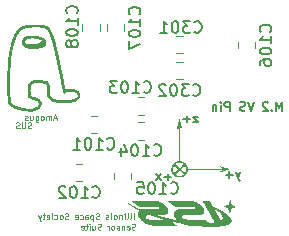
<source format=gbr>
%TF.GenerationSoftware,KiCad,Pcbnew,6.0.1*%
%TF.CreationDate,2022-02-11T08:39:59-06:00*%
%TF.ProjectId,SENSOR_SUITE,53454e53-4f52-45f5-9355-4954452e6b69,rev?*%
%TF.SameCoordinates,Original*%
%TF.FileFunction,Legend,Bot*%
%TF.FilePolarity,Positive*%
%FSLAX46Y46*%
G04 Gerber Fmt 4.6, Leading zero omitted, Abs format (unit mm)*
G04 Created by KiCad (PCBNEW 6.0.1) date 2022-02-11 08:39:59*
%MOMM*%
%LPD*%
G01*
G04 APERTURE LIST*
%ADD10C,0.150000*%
%ADD11C,0.100000*%
%ADD12C,0.120000*%
%ADD13C,0.010000*%
G04 APERTURE END LIST*
D10*
X159458571Y-85249285D02*
X159458571Y-84499285D01*
X159208571Y-85035000D01*
X158958571Y-84499285D01*
X158958571Y-85249285D01*
X158601428Y-85177857D02*
X158565714Y-85213571D01*
X158601428Y-85249285D01*
X158637142Y-85213571D01*
X158601428Y-85177857D01*
X158601428Y-85249285D01*
X158280000Y-84570714D02*
X158244285Y-84535000D01*
X158172857Y-84499285D01*
X157994285Y-84499285D01*
X157922857Y-84535000D01*
X157887142Y-84570714D01*
X157851428Y-84642142D01*
X157851428Y-84713571D01*
X157887142Y-84820714D01*
X158315714Y-85249285D01*
X157851428Y-85249285D01*
X157065714Y-84499285D02*
X156815714Y-85249285D01*
X156565714Y-84499285D01*
X156351428Y-85213571D02*
X156244285Y-85249285D01*
X156065714Y-85249285D01*
X155994285Y-85213571D01*
X155958571Y-85177857D01*
X155922857Y-85106428D01*
X155922857Y-85035000D01*
X155958571Y-84963571D01*
X155994285Y-84927857D01*
X156065714Y-84892142D01*
X156208571Y-84856428D01*
X156280000Y-84820714D01*
X156315714Y-84785000D01*
X156351428Y-84713571D01*
X156351428Y-84642142D01*
X156315714Y-84570714D01*
X156280000Y-84535000D01*
X156208571Y-84499285D01*
X156030000Y-84499285D01*
X155922857Y-84535000D01*
X155030000Y-85249285D02*
X155030000Y-84499285D01*
X154744285Y-84499285D01*
X154672857Y-84535000D01*
X154637142Y-84570714D01*
X154601428Y-84642142D01*
X154601428Y-84749285D01*
X154637142Y-84820714D01*
X154672857Y-84856428D01*
X154744285Y-84892142D01*
X155030000Y-84892142D01*
X154280000Y-85249285D02*
X154280000Y-84749285D01*
X154280000Y-84499285D02*
X154315714Y-84535000D01*
X154280000Y-84570714D01*
X154244285Y-84535000D01*
X154280000Y-84499285D01*
X154280000Y-84570714D01*
X153922857Y-84749285D02*
X153922857Y-85249285D01*
X153922857Y-84820714D02*
X153887142Y-84785000D01*
X153815714Y-84749285D01*
X153708571Y-84749285D01*
X153637142Y-84785000D01*
X153601428Y-84856428D01*
X153601428Y-85249285D01*
D11*
X140393333Y-85893333D02*
X140155238Y-85893333D01*
X140440952Y-86036190D02*
X140274285Y-85536190D01*
X140107619Y-86036190D01*
X139940952Y-86036190D02*
X139940952Y-85702857D01*
X139940952Y-85750476D02*
X139917142Y-85726666D01*
X139869523Y-85702857D01*
X139798095Y-85702857D01*
X139750476Y-85726666D01*
X139726666Y-85774285D01*
X139726666Y-86036190D01*
X139726666Y-85774285D02*
X139702857Y-85726666D01*
X139655238Y-85702857D01*
X139583809Y-85702857D01*
X139536190Y-85726666D01*
X139512380Y-85774285D01*
X139512380Y-86036190D01*
X139202857Y-86036190D02*
X139250476Y-86012380D01*
X139274285Y-85988571D01*
X139298095Y-85940952D01*
X139298095Y-85798095D01*
X139274285Y-85750476D01*
X139250476Y-85726666D01*
X139202857Y-85702857D01*
X139131428Y-85702857D01*
X139083809Y-85726666D01*
X139060000Y-85750476D01*
X139036190Y-85798095D01*
X139036190Y-85940952D01*
X139060000Y-85988571D01*
X139083809Y-86012380D01*
X139131428Y-86036190D01*
X139202857Y-86036190D01*
X138607619Y-85702857D02*
X138607619Y-86107619D01*
X138631428Y-86155238D01*
X138655238Y-86179047D01*
X138702857Y-86202857D01*
X138774285Y-86202857D01*
X138821904Y-86179047D01*
X138607619Y-86012380D02*
X138655238Y-86036190D01*
X138750476Y-86036190D01*
X138798095Y-86012380D01*
X138821904Y-85988571D01*
X138845714Y-85940952D01*
X138845714Y-85798095D01*
X138821904Y-85750476D01*
X138798095Y-85726666D01*
X138750476Y-85702857D01*
X138655238Y-85702857D01*
X138607619Y-85726666D01*
X138155238Y-85702857D02*
X138155238Y-86036190D01*
X138369523Y-85702857D02*
X138369523Y-85964761D01*
X138345714Y-86012380D01*
X138298095Y-86036190D01*
X138226666Y-86036190D01*
X138179047Y-86012380D01*
X138155238Y-85988571D01*
X137940952Y-86012380D02*
X137893333Y-86036190D01*
X137798095Y-86036190D01*
X137750476Y-86012380D01*
X137726666Y-85964761D01*
X137726666Y-85940952D01*
X137750476Y-85893333D01*
X137798095Y-85869523D01*
X137869523Y-85869523D01*
X137917142Y-85845714D01*
X137940952Y-85798095D01*
X137940952Y-85774285D01*
X137917142Y-85726666D01*
X137869523Y-85702857D01*
X137798095Y-85702857D01*
X137750476Y-85726666D01*
X146900000Y-94426190D02*
X146900000Y-93926190D01*
X146590476Y-94426190D02*
X146638095Y-94402380D01*
X146661904Y-94354761D01*
X146661904Y-93926190D01*
X146328571Y-94426190D02*
X146376190Y-94402380D01*
X146400000Y-94354761D01*
X146400000Y-93926190D01*
X146138095Y-94426190D02*
X146138095Y-94092857D01*
X146138095Y-93926190D02*
X146161904Y-93950000D01*
X146138095Y-93973809D01*
X146114285Y-93950000D01*
X146138095Y-93926190D01*
X146138095Y-93973809D01*
X145900000Y-94092857D02*
X145900000Y-94426190D01*
X145900000Y-94140476D02*
X145876190Y-94116666D01*
X145828571Y-94092857D01*
X145757142Y-94092857D01*
X145709523Y-94116666D01*
X145685714Y-94164285D01*
X145685714Y-94426190D01*
X145376190Y-94426190D02*
X145423809Y-94402380D01*
X145447619Y-94378571D01*
X145471428Y-94330952D01*
X145471428Y-94188095D01*
X145447619Y-94140476D01*
X145423809Y-94116666D01*
X145376190Y-94092857D01*
X145304761Y-94092857D01*
X145257142Y-94116666D01*
X145233333Y-94140476D01*
X145209523Y-94188095D01*
X145209523Y-94330952D01*
X145233333Y-94378571D01*
X145257142Y-94402380D01*
X145304761Y-94426190D01*
X145376190Y-94426190D01*
X144995238Y-94426190D02*
X144995238Y-94092857D01*
X144995238Y-93926190D02*
X145019047Y-93950000D01*
X144995238Y-93973809D01*
X144971428Y-93950000D01*
X144995238Y-93926190D01*
X144995238Y-93973809D01*
X144780952Y-94402380D02*
X144733333Y-94426190D01*
X144638095Y-94426190D01*
X144590476Y-94402380D01*
X144566666Y-94354761D01*
X144566666Y-94330952D01*
X144590476Y-94283333D01*
X144638095Y-94259523D01*
X144709523Y-94259523D01*
X144757142Y-94235714D01*
X144780952Y-94188095D01*
X144780952Y-94164285D01*
X144757142Y-94116666D01*
X144709523Y-94092857D01*
X144638095Y-94092857D01*
X144590476Y-94116666D01*
X143995238Y-94402380D02*
X143923809Y-94426190D01*
X143804761Y-94426190D01*
X143757142Y-94402380D01*
X143733333Y-94378571D01*
X143709523Y-94330952D01*
X143709523Y-94283333D01*
X143733333Y-94235714D01*
X143757142Y-94211904D01*
X143804761Y-94188095D01*
X143900000Y-94164285D01*
X143947619Y-94140476D01*
X143971428Y-94116666D01*
X143995238Y-94069047D01*
X143995238Y-94021428D01*
X143971428Y-93973809D01*
X143947619Y-93950000D01*
X143900000Y-93926190D01*
X143780952Y-93926190D01*
X143709523Y-93950000D01*
X143495238Y-94092857D02*
X143495238Y-94592857D01*
X143495238Y-94116666D02*
X143447619Y-94092857D01*
X143352380Y-94092857D01*
X143304761Y-94116666D01*
X143280952Y-94140476D01*
X143257142Y-94188095D01*
X143257142Y-94330952D01*
X143280952Y-94378571D01*
X143304761Y-94402380D01*
X143352380Y-94426190D01*
X143447619Y-94426190D01*
X143495238Y-94402380D01*
X142828571Y-94426190D02*
X142828571Y-94164285D01*
X142852380Y-94116666D01*
X142900000Y-94092857D01*
X142995238Y-94092857D01*
X143042857Y-94116666D01*
X142828571Y-94402380D02*
X142876190Y-94426190D01*
X142995238Y-94426190D01*
X143042857Y-94402380D01*
X143066666Y-94354761D01*
X143066666Y-94307142D01*
X143042857Y-94259523D01*
X142995238Y-94235714D01*
X142876190Y-94235714D01*
X142828571Y-94211904D01*
X142376190Y-94402380D02*
X142423809Y-94426190D01*
X142519047Y-94426190D01*
X142566666Y-94402380D01*
X142590476Y-94378571D01*
X142614285Y-94330952D01*
X142614285Y-94188095D01*
X142590476Y-94140476D01*
X142566666Y-94116666D01*
X142519047Y-94092857D01*
X142423809Y-94092857D01*
X142376190Y-94116666D01*
X141971428Y-94402380D02*
X142019047Y-94426190D01*
X142114285Y-94426190D01*
X142161904Y-94402380D01*
X142185714Y-94354761D01*
X142185714Y-94164285D01*
X142161904Y-94116666D01*
X142114285Y-94092857D01*
X142019047Y-94092857D01*
X141971428Y-94116666D01*
X141947619Y-94164285D01*
X141947619Y-94211904D01*
X142185714Y-94259523D01*
X141376190Y-94402380D02*
X141304761Y-94426190D01*
X141185714Y-94426190D01*
X141138095Y-94402380D01*
X141114285Y-94378571D01*
X141090476Y-94330952D01*
X141090476Y-94283333D01*
X141114285Y-94235714D01*
X141138095Y-94211904D01*
X141185714Y-94188095D01*
X141280952Y-94164285D01*
X141328571Y-94140476D01*
X141352380Y-94116666D01*
X141376190Y-94069047D01*
X141376190Y-94021428D01*
X141352380Y-93973809D01*
X141328571Y-93950000D01*
X141280952Y-93926190D01*
X141161904Y-93926190D01*
X141090476Y-93950000D01*
X140804761Y-94426190D02*
X140852380Y-94402380D01*
X140876190Y-94378571D01*
X140900000Y-94330952D01*
X140900000Y-94188095D01*
X140876190Y-94140476D01*
X140852380Y-94116666D01*
X140804761Y-94092857D01*
X140733333Y-94092857D01*
X140685714Y-94116666D01*
X140661904Y-94140476D01*
X140638095Y-94188095D01*
X140638095Y-94330952D01*
X140661904Y-94378571D01*
X140685714Y-94402380D01*
X140733333Y-94426190D01*
X140804761Y-94426190D01*
X140209523Y-94402380D02*
X140257142Y-94426190D01*
X140352380Y-94426190D01*
X140400000Y-94402380D01*
X140423809Y-94378571D01*
X140447619Y-94330952D01*
X140447619Y-94188095D01*
X140423809Y-94140476D01*
X140400000Y-94116666D01*
X140352380Y-94092857D01*
X140257142Y-94092857D01*
X140209523Y-94116666D01*
X139995238Y-94426190D02*
X139995238Y-94092857D01*
X139995238Y-93926190D02*
X140019047Y-93950000D01*
X139995238Y-93973809D01*
X139971428Y-93950000D01*
X139995238Y-93926190D01*
X139995238Y-93973809D01*
X139566666Y-94402380D02*
X139614285Y-94426190D01*
X139709523Y-94426190D01*
X139757142Y-94402380D01*
X139780952Y-94354761D01*
X139780952Y-94164285D01*
X139757142Y-94116666D01*
X139709523Y-94092857D01*
X139614285Y-94092857D01*
X139566666Y-94116666D01*
X139542857Y-94164285D01*
X139542857Y-94211904D01*
X139780952Y-94259523D01*
X139400000Y-94092857D02*
X139209523Y-94092857D01*
X139328571Y-93926190D02*
X139328571Y-94354761D01*
X139304761Y-94402380D01*
X139257142Y-94426190D01*
X139209523Y-94426190D01*
X139090476Y-94092857D02*
X138971428Y-94426190D01*
X138852380Y-94092857D02*
X138971428Y-94426190D01*
X139019047Y-94545238D01*
X139042857Y-94569047D01*
X139090476Y-94592857D01*
X138252857Y-86712380D02*
X138181428Y-86736190D01*
X138062380Y-86736190D01*
X138014761Y-86712380D01*
X137990952Y-86688571D01*
X137967142Y-86640952D01*
X137967142Y-86593333D01*
X137990952Y-86545714D01*
X138014761Y-86521904D01*
X138062380Y-86498095D01*
X138157619Y-86474285D01*
X138205238Y-86450476D01*
X138229047Y-86426666D01*
X138252857Y-86379047D01*
X138252857Y-86331428D01*
X138229047Y-86283809D01*
X138205238Y-86260000D01*
X138157619Y-86236190D01*
X138038571Y-86236190D01*
X137967142Y-86260000D01*
X137752857Y-86236190D02*
X137752857Y-86640952D01*
X137729047Y-86688571D01*
X137705238Y-86712380D01*
X137657619Y-86736190D01*
X137562380Y-86736190D01*
X137514761Y-86712380D01*
X137490952Y-86688571D01*
X137467142Y-86640952D01*
X137467142Y-86236190D01*
X137252857Y-86712380D02*
X137181428Y-86736190D01*
X137062380Y-86736190D01*
X137014761Y-86712380D01*
X136990952Y-86688571D01*
X136967142Y-86640952D01*
X136967142Y-86593333D01*
X136990952Y-86545714D01*
X137014761Y-86521904D01*
X137062380Y-86498095D01*
X137157619Y-86474285D01*
X137205238Y-86450476D01*
X137229047Y-86426666D01*
X137252857Y-86379047D01*
X137252857Y-86331428D01*
X137229047Y-86283809D01*
X137205238Y-86260000D01*
X137157619Y-86236190D01*
X137038571Y-86236190D01*
X136967142Y-86260000D01*
D10*
X150089285Y-90853571D02*
X149517857Y-90853571D01*
X149803571Y-91139285D02*
X149803571Y-90567857D01*
X149232142Y-91139285D02*
X148839285Y-90639285D01*
X149232142Y-90639285D02*
X148839285Y-91139285D01*
X155942857Y-90439285D02*
X155764285Y-90939285D01*
X155585714Y-90439285D02*
X155764285Y-90939285D01*
X155835714Y-91117857D01*
X155871428Y-91153571D01*
X155942857Y-91189285D01*
X155300000Y-90653571D02*
X154728571Y-90653571D01*
X155014285Y-90939285D02*
X155014285Y-90367857D01*
X152360714Y-85739285D02*
X151967857Y-85739285D01*
X152360714Y-86239285D01*
X151967857Y-86239285D01*
X151682142Y-85953571D02*
X151110714Y-85953571D01*
X151396428Y-86239285D02*
X151396428Y-85667857D01*
D11*
X147047619Y-95302380D02*
X146976190Y-95326190D01*
X146857142Y-95326190D01*
X146809523Y-95302380D01*
X146785714Y-95278571D01*
X146761904Y-95230952D01*
X146761904Y-95183333D01*
X146785714Y-95135714D01*
X146809523Y-95111904D01*
X146857142Y-95088095D01*
X146952380Y-95064285D01*
X147000000Y-95040476D01*
X147023809Y-95016666D01*
X147047619Y-94969047D01*
X147047619Y-94921428D01*
X147023809Y-94873809D01*
X147000000Y-94850000D01*
X146952380Y-94826190D01*
X146833333Y-94826190D01*
X146761904Y-94850000D01*
X146357142Y-95302380D02*
X146404761Y-95326190D01*
X146500000Y-95326190D01*
X146547619Y-95302380D01*
X146571428Y-95254761D01*
X146571428Y-95064285D01*
X146547619Y-95016666D01*
X146500000Y-94992857D01*
X146404761Y-94992857D01*
X146357142Y-95016666D01*
X146333333Y-95064285D01*
X146333333Y-95111904D01*
X146571428Y-95159523D01*
X146119047Y-94992857D02*
X146119047Y-95326190D01*
X146119047Y-95040476D02*
X146095238Y-95016666D01*
X146047619Y-94992857D01*
X145976190Y-94992857D01*
X145928571Y-95016666D01*
X145904761Y-95064285D01*
X145904761Y-95326190D01*
X145690476Y-95302380D02*
X145642857Y-95326190D01*
X145547619Y-95326190D01*
X145500000Y-95302380D01*
X145476190Y-95254761D01*
X145476190Y-95230952D01*
X145500000Y-95183333D01*
X145547619Y-95159523D01*
X145619047Y-95159523D01*
X145666666Y-95135714D01*
X145690476Y-95088095D01*
X145690476Y-95064285D01*
X145666666Y-95016666D01*
X145619047Y-94992857D01*
X145547619Y-94992857D01*
X145500000Y-95016666D01*
X145190476Y-95326190D02*
X145238095Y-95302380D01*
X145261904Y-95278571D01*
X145285714Y-95230952D01*
X145285714Y-95088095D01*
X145261904Y-95040476D01*
X145238095Y-95016666D01*
X145190476Y-94992857D01*
X145119047Y-94992857D01*
X145071428Y-95016666D01*
X145047619Y-95040476D01*
X145023809Y-95088095D01*
X145023809Y-95230952D01*
X145047619Y-95278571D01*
X145071428Y-95302380D01*
X145119047Y-95326190D01*
X145190476Y-95326190D01*
X144809523Y-95326190D02*
X144809523Y-94992857D01*
X144809523Y-95088095D02*
X144785714Y-95040476D01*
X144761904Y-95016666D01*
X144714285Y-94992857D01*
X144666666Y-94992857D01*
X144142857Y-95302380D02*
X144071428Y-95326190D01*
X143952380Y-95326190D01*
X143904761Y-95302380D01*
X143880952Y-95278571D01*
X143857142Y-95230952D01*
X143857142Y-95183333D01*
X143880952Y-95135714D01*
X143904761Y-95111904D01*
X143952380Y-95088095D01*
X144047619Y-95064285D01*
X144095238Y-95040476D01*
X144119047Y-95016666D01*
X144142857Y-94969047D01*
X144142857Y-94921428D01*
X144119047Y-94873809D01*
X144095238Y-94850000D01*
X144047619Y-94826190D01*
X143928571Y-94826190D01*
X143857142Y-94850000D01*
X143428571Y-94992857D02*
X143428571Y-95326190D01*
X143642857Y-94992857D02*
X143642857Y-95254761D01*
X143619047Y-95302380D01*
X143571428Y-95326190D01*
X143500000Y-95326190D01*
X143452380Y-95302380D01*
X143428571Y-95278571D01*
X143190476Y-95326190D02*
X143190476Y-94992857D01*
X143190476Y-94826190D02*
X143214285Y-94850000D01*
X143190476Y-94873809D01*
X143166666Y-94850000D01*
X143190476Y-94826190D01*
X143190476Y-94873809D01*
X143023809Y-94992857D02*
X142833333Y-94992857D01*
X142952380Y-94826190D02*
X142952380Y-95254761D01*
X142928571Y-95302380D01*
X142880952Y-95326190D01*
X142833333Y-95326190D01*
X142476190Y-95302380D02*
X142523809Y-95326190D01*
X142619047Y-95326190D01*
X142666666Y-95302380D01*
X142690476Y-95254761D01*
X142690476Y-95064285D01*
X142666666Y-95016666D01*
X142619047Y-94992857D01*
X142523809Y-94992857D01*
X142476190Y-95016666D01*
X142452380Y-95064285D01*
X142452380Y-95111904D01*
X142690476Y-95159523D01*
D10*
%TO.C,C101*%
X144669047Y-88437142D02*
X144716666Y-88484761D01*
X144859523Y-88532380D01*
X144954761Y-88532380D01*
X145097619Y-88484761D01*
X145192857Y-88389523D01*
X145240476Y-88294285D01*
X145288095Y-88103809D01*
X145288095Y-87960952D01*
X145240476Y-87770476D01*
X145192857Y-87675238D01*
X145097619Y-87580000D01*
X144954761Y-87532380D01*
X144859523Y-87532380D01*
X144716666Y-87580000D01*
X144669047Y-87627619D01*
X143716666Y-88532380D02*
X144288095Y-88532380D01*
X144002380Y-88532380D02*
X144002380Y-87532380D01*
X144097619Y-87675238D01*
X144192857Y-87770476D01*
X144288095Y-87818095D01*
X143097619Y-87532380D02*
X143002380Y-87532380D01*
X142907142Y-87580000D01*
X142859523Y-87627619D01*
X142811904Y-87722857D01*
X142764285Y-87913333D01*
X142764285Y-88151428D01*
X142811904Y-88341904D01*
X142859523Y-88437142D01*
X142907142Y-88484761D01*
X143002380Y-88532380D01*
X143097619Y-88532380D01*
X143192857Y-88484761D01*
X143240476Y-88437142D01*
X143288095Y-88341904D01*
X143335714Y-88151428D01*
X143335714Y-87913333D01*
X143288095Y-87722857D01*
X143240476Y-87627619D01*
X143192857Y-87580000D01*
X143097619Y-87532380D01*
X141811904Y-88532380D02*
X142383333Y-88532380D01*
X142097619Y-88532380D02*
X142097619Y-87532380D01*
X142192857Y-87675238D01*
X142288095Y-87770476D01*
X142383333Y-87818095D01*
%TO.C,C104*%
X148619047Y-88987142D02*
X148666666Y-89034761D01*
X148809523Y-89082380D01*
X148904761Y-89082380D01*
X149047619Y-89034761D01*
X149142857Y-88939523D01*
X149190476Y-88844285D01*
X149238095Y-88653809D01*
X149238095Y-88510952D01*
X149190476Y-88320476D01*
X149142857Y-88225238D01*
X149047619Y-88130000D01*
X148904761Y-88082380D01*
X148809523Y-88082380D01*
X148666666Y-88130000D01*
X148619047Y-88177619D01*
X147666666Y-89082380D02*
X148238095Y-89082380D01*
X147952380Y-89082380D02*
X147952380Y-88082380D01*
X148047619Y-88225238D01*
X148142857Y-88320476D01*
X148238095Y-88368095D01*
X147047619Y-88082380D02*
X146952380Y-88082380D01*
X146857142Y-88130000D01*
X146809523Y-88177619D01*
X146761904Y-88272857D01*
X146714285Y-88463333D01*
X146714285Y-88701428D01*
X146761904Y-88891904D01*
X146809523Y-88987142D01*
X146857142Y-89034761D01*
X146952380Y-89082380D01*
X147047619Y-89082380D01*
X147142857Y-89034761D01*
X147190476Y-88987142D01*
X147238095Y-88891904D01*
X147285714Y-88701428D01*
X147285714Y-88463333D01*
X147238095Y-88272857D01*
X147190476Y-88177619D01*
X147142857Y-88130000D01*
X147047619Y-88082380D01*
X145857142Y-88415714D02*
X145857142Y-89082380D01*
X146095238Y-88034761D02*
X146333333Y-88749047D01*
X145714285Y-88749047D01*
%TO.C,C106*%
X158487142Y-78580952D02*
X158534761Y-78533333D01*
X158582380Y-78390476D01*
X158582380Y-78295238D01*
X158534761Y-78152380D01*
X158439523Y-78057142D01*
X158344285Y-78009523D01*
X158153809Y-77961904D01*
X158010952Y-77961904D01*
X157820476Y-78009523D01*
X157725238Y-78057142D01*
X157630000Y-78152380D01*
X157582380Y-78295238D01*
X157582380Y-78390476D01*
X157630000Y-78533333D01*
X157677619Y-78580952D01*
X158582380Y-79533333D02*
X158582380Y-78961904D01*
X158582380Y-79247619D02*
X157582380Y-79247619D01*
X157725238Y-79152380D01*
X157820476Y-79057142D01*
X157868095Y-78961904D01*
X157582380Y-80152380D02*
X157582380Y-80247619D01*
X157630000Y-80342857D01*
X157677619Y-80390476D01*
X157772857Y-80438095D01*
X157963333Y-80485714D01*
X158201428Y-80485714D01*
X158391904Y-80438095D01*
X158487142Y-80390476D01*
X158534761Y-80342857D01*
X158582380Y-80247619D01*
X158582380Y-80152380D01*
X158534761Y-80057142D01*
X158487142Y-80009523D01*
X158391904Y-79961904D01*
X158201428Y-79914285D01*
X157963333Y-79914285D01*
X157772857Y-79961904D01*
X157677619Y-80009523D01*
X157630000Y-80057142D01*
X157582380Y-80152380D01*
X157582380Y-81342857D02*
X157582380Y-81152380D01*
X157630000Y-81057142D01*
X157677619Y-81009523D01*
X157820476Y-80914285D01*
X158010952Y-80866666D01*
X158391904Y-80866666D01*
X158487142Y-80914285D01*
X158534761Y-80961904D01*
X158582380Y-81057142D01*
X158582380Y-81247619D01*
X158534761Y-81342857D01*
X158487142Y-81390476D01*
X158391904Y-81438095D01*
X158153809Y-81438095D01*
X158058571Y-81390476D01*
X158010952Y-81342857D01*
X157963333Y-81247619D01*
X157963333Y-81057142D01*
X158010952Y-80961904D01*
X158058571Y-80914285D01*
X158153809Y-80866666D01*
%TO.C,C302*%
X151919047Y-83887142D02*
X151966666Y-83934761D01*
X152109523Y-83982380D01*
X152204761Y-83982380D01*
X152347619Y-83934761D01*
X152442857Y-83839523D01*
X152490476Y-83744285D01*
X152538095Y-83553809D01*
X152538095Y-83410952D01*
X152490476Y-83220476D01*
X152442857Y-83125238D01*
X152347619Y-83030000D01*
X152204761Y-82982380D01*
X152109523Y-82982380D01*
X151966666Y-83030000D01*
X151919047Y-83077619D01*
X151585714Y-82982380D02*
X150966666Y-82982380D01*
X151300000Y-83363333D01*
X151157142Y-83363333D01*
X151061904Y-83410952D01*
X151014285Y-83458571D01*
X150966666Y-83553809D01*
X150966666Y-83791904D01*
X151014285Y-83887142D01*
X151061904Y-83934761D01*
X151157142Y-83982380D01*
X151442857Y-83982380D01*
X151538095Y-83934761D01*
X151585714Y-83887142D01*
X150347619Y-82982380D02*
X150252380Y-82982380D01*
X150157142Y-83030000D01*
X150109523Y-83077619D01*
X150061904Y-83172857D01*
X150014285Y-83363333D01*
X150014285Y-83601428D01*
X150061904Y-83791904D01*
X150109523Y-83887142D01*
X150157142Y-83934761D01*
X150252380Y-83982380D01*
X150347619Y-83982380D01*
X150442857Y-83934761D01*
X150490476Y-83887142D01*
X150538095Y-83791904D01*
X150585714Y-83601428D01*
X150585714Y-83363333D01*
X150538095Y-83172857D01*
X150490476Y-83077619D01*
X150442857Y-83030000D01*
X150347619Y-82982380D01*
X149633333Y-83077619D02*
X149585714Y-83030000D01*
X149490476Y-82982380D01*
X149252380Y-82982380D01*
X149157142Y-83030000D01*
X149109523Y-83077619D01*
X149061904Y-83172857D01*
X149061904Y-83268095D01*
X149109523Y-83410952D01*
X149680952Y-83982380D01*
X149061904Y-83982380D01*
%TO.C,C108*%
X142097142Y-77000952D02*
X142144761Y-76953333D01*
X142192380Y-76810476D01*
X142192380Y-76715238D01*
X142144761Y-76572380D01*
X142049523Y-76477142D01*
X141954285Y-76429523D01*
X141763809Y-76381904D01*
X141620952Y-76381904D01*
X141430476Y-76429523D01*
X141335238Y-76477142D01*
X141240000Y-76572380D01*
X141192380Y-76715238D01*
X141192380Y-76810476D01*
X141240000Y-76953333D01*
X141287619Y-77000952D01*
X142192380Y-77953333D02*
X142192380Y-77381904D01*
X142192380Y-77667619D02*
X141192380Y-77667619D01*
X141335238Y-77572380D01*
X141430476Y-77477142D01*
X141478095Y-77381904D01*
X141192380Y-78572380D02*
X141192380Y-78667619D01*
X141240000Y-78762857D01*
X141287619Y-78810476D01*
X141382857Y-78858095D01*
X141573333Y-78905714D01*
X141811428Y-78905714D01*
X142001904Y-78858095D01*
X142097142Y-78810476D01*
X142144761Y-78762857D01*
X142192380Y-78667619D01*
X142192380Y-78572380D01*
X142144761Y-78477142D01*
X142097142Y-78429523D01*
X142001904Y-78381904D01*
X141811428Y-78334285D01*
X141573333Y-78334285D01*
X141382857Y-78381904D01*
X141287619Y-78429523D01*
X141240000Y-78477142D01*
X141192380Y-78572380D01*
X141620952Y-79477142D02*
X141573333Y-79381904D01*
X141525714Y-79334285D01*
X141430476Y-79286666D01*
X141382857Y-79286666D01*
X141287619Y-79334285D01*
X141240000Y-79381904D01*
X141192380Y-79477142D01*
X141192380Y-79667619D01*
X141240000Y-79762857D01*
X141287619Y-79810476D01*
X141382857Y-79858095D01*
X141430476Y-79858095D01*
X141525714Y-79810476D01*
X141573333Y-79762857D01*
X141620952Y-79667619D01*
X141620952Y-79477142D01*
X141668571Y-79381904D01*
X141716190Y-79334285D01*
X141811428Y-79286666D01*
X142001904Y-79286666D01*
X142097142Y-79334285D01*
X142144761Y-79381904D01*
X142192380Y-79477142D01*
X142192380Y-79667619D01*
X142144761Y-79762857D01*
X142097142Y-79810476D01*
X142001904Y-79858095D01*
X141811428Y-79858095D01*
X141716190Y-79810476D01*
X141668571Y-79762857D01*
X141620952Y-79667619D01*
%TO.C,C102*%
X143419047Y-92537142D02*
X143466666Y-92584761D01*
X143609523Y-92632380D01*
X143704761Y-92632380D01*
X143847619Y-92584761D01*
X143942857Y-92489523D01*
X143990476Y-92394285D01*
X144038095Y-92203809D01*
X144038095Y-92060952D01*
X143990476Y-91870476D01*
X143942857Y-91775238D01*
X143847619Y-91680000D01*
X143704761Y-91632380D01*
X143609523Y-91632380D01*
X143466666Y-91680000D01*
X143419047Y-91727619D01*
X142466666Y-92632380D02*
X143038095Y-92632380D01*
X142752380Y-92632380D02*
X142752380Y-91632380D01*
X142847619Y-91775238D01*
X142942857Y-91870476D01*
X143038095Y-91918095D01*
X141847619Y-91632380D02*
X141752380Y-91632380D01*
X141657142Y-91680000D01*
X141609523Y-91727619D01*
X141561904Y-91822857D01*
X141514285Y-92013333D01*
X141514285Y-92251428D01*
X141561904Y-92441904D01*
X141609523Y-92537142D01*
X141657142Y-92584761D01*
X141752380Y-92632380D01*
X141847619Y-92632380D01*
X141942857Y-92584761D01*
X141990476Y-92537142D01*
X142038095Y-92441904D01*
X142085714Y-92251428D01*
X142085714Y-92013333D01*
X142038095Y-91822857D01*
X141990476Y-91727619D01*
X141942857Y-91680000D01*
X141847619Y-91632380D01*
X141133333Y-91727619D02*
X141085714Y-91680000D01*
X140990476Y-91632380D01*
X140752380Y-91632380D01*
X140657142Y-91680000D01*
X140609523Y-91727619D01*
X140561904Y-91822857D01*
X140561904Y-91918095D01*
X140609523Y-92060952D01*
X141180952Y-92632380D01*
X140561904Y-92632380D01*
%TO.C,C103*%
X147759047Y-83647142D02*
X147806666Y-83694761D01*
X147949523Y-83742380D01*
X148044761Y-83742380D01*
X148187619Y-83694761D01*
X148282857Y-83599523D01*
X148330476Y-83504285D01*
X148378095Y-83313809D01*
X148378095Y-83170952D01*
X148330476Y-82980476D01*
X148282857Y-82885238D01*
X148187619Y-82790000D01*
X148044761Y-82742380D01*
X147949523Y-82742380D01*
X147806666Y-82790000D01*
X147759047Y-82837619D01*
X146806666Y-83742380D02*
X147378095Y-83742380D01*
X147092380Y-83742380D02*
X147092380Y-82742380D01*
X147187619Y-82885238D01*
X147282857Y-82980476D01*
X147378095Y-83028095D01*
X146187619Y-82742380D02*
X146092380Y-82742380D01*
X145997142Y-82790000D01*
X145949523Y-82837619D01*
X145901904Y-82932857D01*
X145854285Y-83123333D01*
X145854285Y-83361428D01*
X145901904Y-83551904D01*
X145949523Y-83647142D01*
X145997142Y-83694761D01*
X146092380Y-83742380D01*
X146187619Y-83742380D01*
X146282857Y-83694761D01*
X146330476Y-83647142D01*
X146378095Y-83551904D01*
X146425714Y-83361428D01*
X146425714Y-83123333D01*
X146378095Y-82932857D01*
X146330476Y-82837619D01*
X146282857Y-82790000D01*
X146187619Y-82742380D01*
X145520952Y-82742380D02*
X144901904Y-82742380D01*
X145235238Y-83123333D01*
X145092380Y-83123333D01*
X144997142Y-83170952D01*
X144949523Y-83218571D01*
X144901904Y-83313809D01*
X144901904Y-83551904D01*
X144949523Y-83647142D01*
X144997142Y-83694761D01*
X145092380Y-83742380D01*
X145378095Y-83742380D01*
X145473333Y-83694761D01*
X145520952Y-83647142D01*
%TO.C,C107*%
X147387142Y-77080952D02*
X147434761Y-77033333D01*
X147482380Y-76890476D01*
X147482380Y-76795238D01*
X147434761Y-76652380D01*
X147339523Y-76557142D01*
X147244285Y-76509523D01*
X147053809Y-76461904D01*
X146910952Y-76461904D01*
X146720476Y-76509523D01*
X146625238Y-76557142D01*
X146530000Y-76652380D01*
X146482380Y-76795238D01*
X146482380Y-76890476D01*
X146530000Y-77033333D01*
X146577619Y-77080952D01*
X147482380Y-78033333D02*
X147482380Y-77461904D01*
X147482380Y-77747619D02*
X146482380Y-77747619D01*
X146625238Y-77652380D01*
X146720476Y-77557142D01*
X146768095Y-77461904D01*
X146482380Y-78652380D02*
X146482380Y-78747619D01*
X146530000Y-78842857D01*
X146577619Y-78890476D01*
X146672857Y-78938095D01*
X146863333Y-78985714D01*
X147101428Y-78985714D01*
X147291904Y-78938095D01*
X147387142Y-78890476D01*
X147434761Y-78842857D01*
X147482380Y-78747619D01*
X147482380Y-78652380D01*
X147434761Y-78557142D01*
X147387142Y-78509523D01*
X147291904Y-78461904D01*
X147101428Y-78414285D01*
X146863333Y-78414285D01*
X146672857Y-78461904D01*
X146577619Y-78509523D01*
X146530000Y-78557142D01*
X146482380Y-78652380D01*
X146482380Y-79319047D02*
X146482380Y-79985714D01*
X147482380Y-79557142D01*
%TO.C,C301*%
X152039047Y-78557142D02*
X152086666Y-78604761D01*
X152229523Y-78652380D01*
X152324761Y-78652380D01*
X152467619Y-78604761D01*
X152562857Y-78509523D01*
X152610476Y-78414285D01*
X152658095Y-78223809D01*
X152658095Y-78080952D01*
X152610476Y-77890476D01*
X152562857Y-77795238D01*
X152467619Y-77700000D01*
X152324761Y-77652380D01*
X152229523Y-77652380D01*
X152086666Y-77700000D01*
X152039047Y-77747619D01*
X151705714Y-77652380D02*
X151086666Y-77652380D01*
X151420000Y-78033333D01*
X151277142Y-78033333D01*
X151181904Y-78080952D01*
X151134285Y-78128571D01*
X151086666Y-78223809D01*
X151086666Y-78461904D01*
X151134285Y-78557142D01*
X151181904Y-78604761D01*
X151277142Y-78652380D01*
X151562857Y-78652380D01*
X151658095Y-78604761D01*
X151705714Y-78557142D01*
X150467619Y-77652380D02*
X150372380Y-77652380D01*
X150277142Y-77700000D01*
X150229523Y-77747619D01*
X150181904Y-77842857D01*
X150134285Y-78033333D01*
X150134285Y-78271428D01*
X150181904Y-78461904D01*
X150229523Y-78557142D01*
X150277142Y-78604761D01*
X150372380Y-78652380D01*
X150467619Y-78652380D01*
X150562857Y-78604761D01*
X150610476Y-78557142D01*
X150658095Y-78461904D01*
X150705714Y-78271428D01*
X150705714Y-78033333D01*
X150658095Y-77842857D01*
X150610476Y-77747619D01*
X150562857Y-77700000D01*
X150467619Y-77652380D01*
X149181904Y-78652380D02*
X149753333Y-78652380D01*
X149467619Y-78652380D02*
X149467619Y-77652380D01*
X149562857Y-77795238D01*
X149658095Y-77890476D01*
X149753333Y-77938095D01*
%TO.C,C105*%
X150044047Y-92207142D02*
X150091666Y-92254761D01*
X150234523Y-92302380D01*
X150329761Y-92302380D01*
X150472619Y-92254761D01*
X150567857Y-92159523D01*
X150615476Y-92064285D01*
X150663095Y-91873809D01*
X150663095Y-91730952D01*
X150615476Y-91540476D01*
X150567857Y-91445238D01*
X150472619Y-91350000D01*
X150329761Y-91302380D01*
X150234523Y-91302380D01*
X150091666Y-91350000D01*
X150044047Y-91397619D01*
X149091666Y-92302380D02*
X149663095Y-92302380D01*
X149377380Y-92302380D02*
X149377380Y-91302380D01*
X149472619Y-91445238D01*
X149567857Y-91540476D01*
X149663095Y-91588095D01*
X148472619Y-91302380D02*
X148377380Y-91302380D01*
X148282142Y-91350000D01*
X148234523Y-91397619D01*
X148186904Y-91492857D01*
X148139285Y-91683333D01*
X148139285Y-91921428D01*
X148186904Y-92111904D01*
X148234523Y-92207142D01*
X148282142Y-92254761D01*
X148377380Y-92302380D01*
X148472619Y-92302380D01*
X148567857Y-92254761D01*
X148615476Y-92207142D01*
X148663095Y-92111904D01*
X148710714Y-91921428D01*
X148710714Y-91683333D01*
X148663095Y-91492857D01*
X148615476Y-91397619D01*
X148567857Y-91350000D01*
X148472619Y-91302380D01*
X147234523Y-91302380D02*
X147710714Y-91302380D01*
X147758333Y-91778571D01*
X147710714Y-91730952D01*
X147615476Y-91683333D01*
X147377380Y-91683333D01*
X147282142Y-91730952D01*
X147234523Y-91778571D01*
X147186904Y-91873809D01*
X147186904Y-92111904D01*
X147234523Y-92207142D01*
X147282142Y-92254761D01*
X147377380Y-92302380D01*
X147615476Y-92302380D01*
X147710714Y-92254761D01*
X147758333Y-92207142D01*
D12*
%TO.C,C101*%
X143288748Y-87135000D02*
X143811252Y-87135000D01*
X143288748Y-85665000D02*
X143811252Y-85665000D01*
%TO.C,C104*%
X147238748Y-86215000D02*
X147761252Y-86215000D01*
X147238748Y-87685000D02*
X147761252Y-87685000D01*
%TO.C,C106*%
X155715000Y-79961252D02*
X155715000Y-79438748D01*
X157185000Y-79961252D02*
X157185000Y-79438748D01*
%TO.C,C302*%
X150538748Y-81115000D02*
X151061252Y-81115000D01*
X150538748Y-82585000D02*
X151061252Y-82585000D01*
%TO.C,C108*%
X144035000Y-78461252D02*
X144035000Y-77938748D01*
X142565000Y-78461252D02*
X142565000Y-77938748D01*
D13*
%TO.C,G\u002A\u002A\u002A*%
X138273515Y-78882154D02*
X138221803Y-78884284D01*
X138221803Y-78884284D02*
X138168948Y-78887419D01*
X138168948Y-78887419D02*
X138117242Y-78891452D01*
X138117242Y-78891452D02*
X138068977Y-78896276D01*
X138068977Y-78896276D02*
X138026447Y-78901784D01*
X138026447Y-78901784D02*
X138004914Y-78905322D01*
X138004914Y-78905322D02*
X137916963Y-78924023D01*
X137916963Y-78924023D02*
X137835926Y-78946707D01*
X137835926Y-78946707D02*
X137762800Y-78972934D01*
X137762800Y-78972934D02*
X137698582Y-79002265D01*
X137698582Y-79002265D02*
X137644267Y-79034258D01*
X137644267Y-79034258D02*
X137600851Y-79068476D01*
X137600851Y-79068476D02*
X137576864Y-79094289D01*
X137576864Y-79094289D02*
X137550744Y-79133570D01*
X137550744Y-79133570D02*
X137527153Y-79181243D01*
X137527153Y-79181243D02*
X137511732Y-79222048D01*
X137511732Y-79222048D02*
X137500486Y-79262276D01*
X137500486Y-79262276D02*
X137492848Y-79304712D01*
X137492848Y-79304712D02*
X137488541Y-79352086D01*
X137488541Y-79352086D02*
X137487292Y-79407125D01*
X137487292Y-79407125D02*
X137488191Y-79454975D01*
X137488191Y-79454975D02*
X137489823Y-79496791D01*
X137489823Y-79496791D02*
X137491891Y-79528687D01*
X137491891Y-79528687D02*
X137494739Y-79553440D01*
X137494739Y-79553440D02*
X137498713Y-79573828D01*
X137498713Y-79573828D02*
X137504158Y-79592630D01*
X137504158Y-79592630D02*
X137505929Y-79597806D01*
X137505929Y-79597806D02*
X137534397Y-79661627D01*
X137534397Y-79661627D02*
X137571793Y-79716690D01*
X137571793Y-79716690D02*
X137617835Y-79762643D01*
X137617835Y-79762643D02*
X137661075Y-79792826D01*
X137661075Y-79792826D02*
X137715265Y-79820761D01*
X137715265Y-79820761D02*
X137778754Y-79846834D01*
X137778754Y-79846834D02*
X137848167Y-79869999D01*
X137848167Y-79869999D02*
X137920131Y-79889212D01*
X137920131Y-79889212D02*
X137991271Y-79903426D01*
X137991271Y-79903426D02*
X138038900Y-79909857D01*
X138038900Y-79909857D02*
X138067706Y-79913271D01*
X138067706Y-79913271D02*
X138093831Y-79917092D01*
X138093831Y-79917092D02*
X138113217Y-79920695D01*
X138113217Y-79920695D02*
X138118726Y-79922100D01*
X138118726Y-79922100D02*
X138129378Y-79923497D01*
X138129378Y-79923497D02*
X138150408Y-79924718D01*
X138150408Y-79924718D02*
X138179992Y-79925758D01*
X138179992Y-79925758D02*
X138216309Y-79926610D01*
X138216309Y-79926610D02*
X138257537Y-79927266D01*
X138257537Y-79927266D02*
X138301852Y-79927719D01*
X138301852Y-79927719D02*
X138347433Y-79927964D01*
X138347433Y-79927964D02*
X138392457Y-79927992D01*
X138392457Y-79927992D02*
X138435101Y-79927796D01*
X138435101Y-79927796D02*
X138473544Y-79927371D01*
X138473544Y-79927371D02*
X138505963Y-79926708D01*
X138505963Y-79926708D02*
X138530535Y-79925802D01*
X138530535Y-79925802D02*
X138545439Y-79924644D01*
X138545439Y-79924644D02*
X138549096Y-79923737D01*
X138549096Y-79923737D02*
X138556569Y-79921842D01*
X138556569Y-79921842D02*
X138574529Y-79919324D01*
X138574529Y-79919324D02*
X138600789Y-79916431D01*
X138600789Y-79916431D02*
X138633168Y-79913409D01*
X138633168Y-79913409D02*
X138659692Y-79911242D01*
X138659692Y-79911242D02*
X138718263Y-79906288D01*
X138718263Y-79906288D02*
X138779843Y-79900290D01*
X138779843Y-79900290D02*
X138841606Y-79893579D01*
X138841606Y-79893579D02*
X138900724Y-79886487D01*
X138900724Y-79886487D02*
X138954368Y-79879346D01*
X138954368Y-79879346D02*
X138999711Y-79872486D01*
X138999711Y-79872486D02*
X139019975Y-79868975D01*
X139019975Y-79868975D02*
X139092058Y-79852716D01*
X139092058Y-79852716D02*
X139154451Y-79831856D01*
X139154451Y-79831856D02*
X139209685Y-79805251D01*
X139209685Y-79805251D02*
X139260292Y-79771755D01*
X139260292Y-79771755D02*
X139291454Y-79746142D01*
X139291454Y-79746142D02*
X139333007Y-79706178D01*
X139333007Y-79706178D02*
X139366296Y-79666133D01*
X139366296Y-79666133D02*
X139394936Y-79621427D01*
X139394936Y-79621427D02*
X139405999Y-79601025D01*
X139405999Y-79601025D02*
X139414627Y-79583504D01*
X139414627Y-79583504D02*
X139420462Y-79568077D01*
X139420462Y-79568077D02*
X139424175Y-79551340D01*
X139424175Y-79551340D02*
X139426437Y-79529888D01*
X139426437Y-79529888D02*
X139427921Y-79500316D01*
X139427921Y-79500316D02*
X139428374Y-79487617D01*
X139428374Y-79487617D02*
X139428817Y-79436372D01*
X139428817Y-79436372D02*
X139425791Y-79393610D01*
X139425791Y-79393610D02*
X139418546Y-79355408D01*
X139418546Y-79355408D02*
X139406333Y-79317841D01*
X139406333Y-79317841D02*
X139388401Y-79276987D01*
X139388401Y-79276987D02*
X139387912Y-79275971D01*
X139387912Y-79275971D02*
X139357938Y-79221488D01*
X139357938Y-79221488D02*
X139352702Y-79214382D01*
X139352702Y-79214382D02*
X139121575Y-79214382D01*
X139121575Y-79214382D02*
X139120901Y-79249591D01*
X139120901Y-79249591D02*
X139116050Y-79283496D01*
X139116050Y-79283496D02*
X139102236Y-79317524D01*
X139102236Y-79317524D02*
X139078598Y-79353224D01*
X139078598Y-79353224D02*
X139044274Y-79392150D01*
X139044274Y-79392150D02*
X139038337Y-79398176D01*
X139038337Y-79398176D02*
X138981565Y-79448172D01*
X138981565Y-79448172D02*
X138917564Y-79492508D01*
X138917564Y-79492508D02*
X138850679Y-79528288D01*
X138850679Y-79528288D02*
X138829475Y-79537417D01*
X138829475Y-79537417D02*
X138777624Y-79556477D01*
X138777624Y-79556477D02*
X138727959Y-79570305D01*
X138727959Y-79570305D02*
X138675128Y-79580196D01*
X138675128Y-79580196D02*
X138629450Y-79585891D01*
X138629450Y-79585891D02*
X138600210Y-79589254D01*
X138600210Y-79589254D02*
X138573218Y-79592888D01*
X138573218Y-79592888D02*
X138552738Y-79596200D01*
X138552738Y-79596200D02*
X138546900Y-79597399D01*
X138546900Y-79597399D02*
X138533416Y-79599017D01*
X138533416Y-79599017D02*
X138509193Y-79600380D01*
X138509193Y-79600380D02*
X138476191Y-79601484D01*
X138476191Y-79601484D02*
X138436371Y-79602328D01*
X138436371Y-79602328D02*
X138391690Y-79602907D01*
X138391690Y-79602907D02*
X138344110Y-79603219D01*
X138344110Y-79603219D02*
X138295589Y-79603261D01*
X138295589Y-79603261D02*
X138248086Y-79603030D01*
X138248086Y-79603030D02*
X138203562Y-79602522D01*
X138203562Y-79602522D02*
X138163975Y-79601736D01*
X138163975Y-79601736D02*
X138131285Y-79600667D01*
X138131285Y-79600667D02*
X138107452Y-79599313D01*
X138107452Y-79599313D02*
X138096433Y-79598086D01*
X138096433Y-79598086D02*
X138075539Y-79595061D01*
X138075539Y-79595061D02*
X138046189Y-79591584D01*
X138046189Y-79591584D02*
X138012594Y-79588125D01*
X138012594Y-79588125D02*
X137984925Y-79585640D01*
X137984925Y-79585640D02*
X137895385Y-79575366D01*
X137895385Y-79575366D02*
X137810416Y-79560035D01*
X137810416Y-79560035D02*
X137732783Y-79540220D01*
X137732783Y-79540220D02*
X137680125Y-79522415D01*
X137680125Y-79522415D02*
X137648375Y-79510267D01*
X137648375Y-79510267D02*
X137644014Y-79473096D01*
X137644014Y-79473096D02*
X137642269Y-79440828D01*
X137642269Y-79440828D02*
X137643190Y-79401601D01*
X137643190Y-79401601D02*
X137646388Y-79359816D01*
X137646388Y-79359816D02*
X137651479Y-79319874D01*
X137651479Y-79319874D02*
X137658075Y-79286175D01*
X137658075Y-79286175D02*
X137661503Y-79274000D01*
X137661503Y-79274000D02*
X137679552Y-79230448D01*
X137679552Y-79230448D02*
X137702302Y-79195349D01*
X137702302Y-79195349D02*
X137715878Y-79180947D01*
X137715878Y-79180947D02*
X137748906Y-79156727D01*
X137748906Y-79156727D02*
X137793315Y-79133273D01*
X137793315Y-79133273D02*
X137847788Y-79111043D01*
X137847788Y-79111043D02*
X137911010Y-79090495D01*
X137911010Y-79090495D02*
X137981665Y-79072086D01*
X137981665Y-79072086D02*
X138058438Y-79056274D01*
X138058438Y-79056274D02*
X138089700Y-79050918D01*
X138089700Y-79050918D02*
X138112407Y-79048216D01*
X138112407Y-79048216D02*
X138143797Y-79045840D01*
X138143797Y-79045840D02*
X138181634Y-79043831D01*
X138181634Y-79043831D02*
X138223678Y-79042227D01*
X138223678Y-79042227D02*
X138267691Y-79041070D01*
X138267691Y-79041070D02*
X138311434Y-79040398D01*
X138311434Y-79040398D02*
X138352669Y-79040253D01*
X138352669Y-79040253D02*
X138389157Y-79040674D01*
X138389157Y-79040674D02*
X138418660Y-79041700D01*
X138418660Y-79041700D02*
X138438939Y-79043373D01*
X138438939Y-79043373D02*
X138445300Y-79044568D01*
X138445300Y-79044568D02*
X138460862Y-79047794D01*
X138460862Y-79047794D02*
X138485330Y-79051488D01*
X138485330Y-79051488D02*
X138514950Y-79055124D01*
X138514950Y-79055124D02*
X138537375Y-79057415D01*
X138537375Y-79057415D02*
X138586071Y-79062904D01*
X138586071Y-79062904D02*
X138640305Y-79070636D01*
X138640305Y-79070636D02*
X138696867Y-79080021D01*
X138696867Y-79080021D02*
X138752546Y-79090468D01*
X138752546Y-79090468D02*
X138804132Y-79101387D01*
X138804132Y-79101387D02*
X138848413Y-79112187D01*
X138848413Y-79112187D02*
X138872254Y-79119018D01*
X138872254Y-79119018D02*
X138916699Y-79133081D01*
X138916699Y-79133081D02*
X138952632Y-79145007D01*
X138952632Y-79145007D02*
X138983748Y-79156153D01*
X138983748Y-79156153D02*
X139013744Y-79167876D01*
X139013744Y-79167876D02*
X139046317Y-79181535D01*
X139046317Y-79181535D02*
X139067600Y-79190771D01*
X139067600Y-79190771D02*
X139121575Y-79214382D01*
X139121575Y-79214382D02*
X139352702Y-79214382D01*
X139352702Y-79214382D02*
X139323677Y-79174994D01*
X139323677Y-79174994D02*
X139283221Y-79134702D01*
X139283221Y-79134702D02*
X139234660Y-79098825D01*
X139234660Y-79098825D02*
X139176083Y-79065575D01*
X139176083Y-79065575D02*
X139149041Y-79052434D01*
X139149041Y-79052434D02*
X139049220Y-79010743D01*
X139049220Y-79010743D02*
X138940742Y-78974558D01*
X138940742Y-78974558D02*
X138826815Y-78944859D01*
X138826815Y-78944859D02*
X138740575Y-78927579D01*
X138740575Y-78927579D02*
X138712369Y-78922432D01*
X138712369Y-78922432D02*
X138685272Y-78917113D01*
X138685272Y-78917113D02*
X138664697Y-78912690D01*
X138664697Y-78912690D02*
X138663072Y-78912305D01*
X138663072Y-78912305D02*
X138646906Y-78909477D01*
X138646906Y-78909477D02*
X138621276Y-78906203D01*
X138621276Y-78906203D02*
X138589394Y-78902846D01*
X138589394Y-78902846D02*
X138554470Y-78899768D01*
X138554470Y-78899768D02*
X138545597Y-78899081D01*
X138545597Y-78899081D02*
X138509825Y-78896105D01*
X138509825Y-78896105D02*
X138475716Y-78892754D01*
X138475716Y-78892754D02*
X138446687Y-78889396D01*
X138446687Y-78889396D02*
X138426152Y-78886402D01*
X138426152Y-78886402D02*
X138423075Y-78885821D01*
X138423075Y-78885821D02*
X138398863Y-78882862D01*
X138398863Y-78882862D02*
X138364337Y-78881336D01*
X138364337Y-78881336D02*
X138321790Y-78881135D01*
X138321790Y-78881135D02*
X138273515Y-78882154D01*
X138273515Y-78882154D02*
X138273515Y-78882154D01*
G36*
X139387912Y-79275971D02*
G01*
X139388401Y-79276987D01*
X139406333Y-79317841D01*
X139418546Y-79355408D01*
X139425791Y-79393610D01*
X139428817Y-79436372D01*
X139428374Y-79487617D01*
X139427921Y-79500316D01*
X139426437Y-79529888D01*
X139424175Y-79551340D01*
X139420462Y-79568077D01*
X139414627Y-79583504D01*
X139405999Y-79601025D01*
X139394936Y-79621427D01*
X139366296Y-79666133D01*
X139333007Y-79706178D01*
X139291454Y-79746142D01*
X139260292Y-79771755D01*
X139209685Y-79805251D01*
X139154451Y-79831856D01*
X139092058Y-79852716D01*
X139019975Y-79868975D01*
X138999711Y-79872486D01*
X138954368Y-79879346D01*
X138900724Y-79886487D01*
X138841606Y-79893579D01*
X138779843Y-79900290D01*
X138718263Y-79906288D01*
X138659692Y-79911242D01*
X138633168Y-79913409D01*
X138600789Y-79916431D01*
X138574529Y-79919324D01*
X138556569Y-79921842D01*
X138549096Y-79923737D01*
X138545439Y-79924644D01*
X138530535Y-79925802D01*
X138505963Y-79926708D01*
X138473544Y-79927371D01*
X138435101Y-79927796D01*
X138392457Y-79927992D01*
X138347433Y-79927964D01*
X138301852Y-79927719D01*
X138257537Y-79927266D01*
X138216309Y-79926610D01*
X138179992Y-79925758D01*
X138150408Y-79924718D01*
X138129378Y-79923497D01*
X138118726Y-79922100D01*
X138113217Y-79920695D01*
X138093831Y-79917092D01*
X138067706Y-79913271D01*
X138038900Y-79909857D01*
X137991271Y-79903426D01*
X137920131Y-79889212D01*
X137848167Y-79869999D01*
X137778754Y-79846834D01*
X137715265Y-79820761D01*
X137661075Y-79792826D01*
X137617835Y-79762643D01*
X137571793Y-79716690D01*
X137534397Y-79661627D01*
X137505929Y-79597806D01*
X137504158Y-79592630D01*
X137498713Y-79573828D01*
X137494739Y-79553440D01*
X137491891Y-79528687D01*
X137489823Y-79496791D01*
X137488191Y-79454975D01*
X137487925Y-79440828D01*
X137642269Y-79440828D01*
X137644014Y-79473096D01*
X137648375Y-79510267D01*
X137680125Y-79522415D01*
X137732783Y-79540220D01*
X137810416Y-79560035D01*
X137895385Y-79575366D01*
X137984925Y-79585640D01*
X138012594Y-79588125D01*
X138046189Y-79591584D01*
X138075539Y-79595061D01*
X138096433Y-79598086D01*
X138107452Y-79599313D01*
X138131285Y-79600667D01*
X138163975Y-79601736D01*
X138203562Y-79602522D01*
X138248086Y-79603030D01*
X138295589Y-79603261D01*
X138344110Y-79603219D01*
X138391690Y-79602907D01*
X138436371Y-79602328D01*
X138476191Y-79601484D01*
X138509193Y-79600380D01*
X138533416Y-79599017D01*
X138546900Y-79597399D01*
X138552738Y-79596200D01*
X138573218Y-79592888D01*
X138600210Y-79589254D01*
X138629450Y-79585891D01*
X138675128Y-79580196D01*
X138727959Y-79570305D01*
X138777624Y-79556477D01*
X138829475Y-79537417D01*
X138850679Y-79528288D01*
X138917564Y-79492508D01*
X138981565Y-79448172D01*
X139038337Y-79398176D01*
X139044274Y-79392150D01*
X139078598Y-79353224D01*
X139102236Y-79317524D01*
X139116050Y-79283496D01*
X139120901Y-79249591D01*
X139121575Y-79214382D01*
X139067600Y-79190771D01*
X139046317Y-79181535D01*
X139013744Y-79167876D01*
X138983748Y-79156153D01*
X138952632Y-79145007D01*
X138916699Y-79133081D01*
X138872254Y-79119018D01*
X138848413Y-79112187D01*
X138804132Y-79101387D01*
X138752546Y-79090468D01*
X138696867Y-79080021D01*
X138640305Y-79070636D01*
X138586071Y-79062904D01*
X138537375Y-79057415D01*
X138514950Y-79055124D01*
X138485330Y-79051488D01*
X138460862Y-79047794D01*
X138445300Y-79044568D01*
X138438939Y-79043373D01*
X138418660Y-79041700D01*
X138389157Y-79040674D01*
X138352669Y-79040253D01*
X138311434Y-79040398D01*
X138267691Y-79041070D01*
X138223678Y-79042227D01*
X138181634Y-79043831D01*
X138143797Y-79045840D01*
X138112407Y-79048216D01*
X138089700Y-79050918D01*
X138058438Y-79056274D01*
X137981665Y-79072086D01*
X137911010Y-79090495D01*
X137847788Y-79111043D01*
X137793315Y-79133273D01*
X137748906Y-79156727D01*
X137715878Y-79180947D01*
X137702302Y-79195349D01*
X137679552Y-79230448D01*
X137661503Y-79274000D01*
X137658075Y-79286175D01*
X137651479Y-79319874D01*
X137646388Y-79359816D01*
X137643190Y-79401601D01*
X137642269Y-79440828D01*
X137487925Y-79440828D01*
X137487292Y-79407125D01*
X137488541Y-79352086D01*
X137492848Y-79304712D01*
X137500486Y-79262276D01*
X137511732Y-79222048D01*
X137527153Y-79181243D01*
X137550744Y-79133570D01*
X137576864Y-79094289D01*
X137600851Y-79068476D01*
X137644267Y-79034258D01*
X137698582Y-79002265D01*
X137762800Y-78972934D01*
X137835926Y-78946707D01*
X137916963Y-78924023D01*
X138004914Y-78905322D01*
X138026447Y-78901784D01*
X138068977Y-78896276D01*
X138117242Y-78891452D01*
X138168948Y-78887419D01*
X138221803Y-78884284D01*
X138273515Y-78882154D01*
X138321790Y-78881135D01*
X138364337Y-78881336D01*
X138398863Y-78882862D01*
X138423075Y-78885821D01*
X138426152Y-78886402D01*
X138446687Y-78889396D01*
X138475716Y-78892754D01*
X138509825Y-78896105D01*
X138545597Y-78899081D01*
X138554470Y-78899768D01*
X138589394Y-78902846D01*
X138621276Y-78906203D01*
X138646906Y-78909477D01*
X138663072Y-78912305D01*
X138664697Y-78912690D01*
X138685272Y-78917113D01*
X138712369Y-78922432D01*
X138740575Y-78927579D01*
X138826815Y-78944859D01*
X138940742Y-78974558D01*
X139049220Y-79010743D01*
X139149041Y-79052434D01*
X139176083Y-79065575D01*
X139234660Y-79098825D01*
X139283221Y-79134702D01*
X139323677Y-79174994D01*
X139352702Y-79214382D01*
X139357938Y-79221488D01*
X139387912Y-79275971D01*
G37*
X139387912Y-79275971D02*
X139388401Y-79276987D01*
X139406333Y-79317841D01*
X139418546Y-79355408D01*
X139425791Y-79393610D01*
X139428817Y-79436372D01*
X139428374Y-79487617D01*
X139427921Y-79500316D01*
X139426437Y-79529888D01*
X139424175Y-79551340D01*
X139420462Y-79568077D01*
X139414627Y-79583504D01*
X139405999Y-79601025D01*
X139394936Y-79621427D01*
X139366296Y-79666133D01*
X139333007Y-79706178D01*
X139291454Y-79746142D01*
X139260292Y-79771755D01*
X139209685Y-79805251D01*
X139154451Y-79831856D01*
X139092058Y-79852716D01*
X139019975Y-79868975D01*
X138999711Y-79872486D01*
X138954368Y-79879346D01*
X138900724Y-79886487D01*
X138841606Y-79893579D01*
X138779843Y-79900290D01*
X138718263Y-79906288D01*
X138659692Y-79911242D01*
X138633168Y-79913409D01*
X138600789Y-79916431D01*
X138574529Y-79919324D01*
X138556569Y-79921842D01*
X138549096Y-79923737D01*
X138545439Y-79924644D01*
X138530535Y-79925802D01*
X138505963Y-79926708D01*
X138473544Y-79927371D01*
X138435101Y-79927796D01*
X138392457Y-79927992D01*
X138347433Y-79927964D01*
X138301852Y-79927719D01*
X138257537Y-79927266D01*
X138216309Y-79926610D01*
X138179992Y-79925758D01*
X138150408Y-79924718D01*
X138129378Y-79923497D01*
X138118726Y-79922100D01*
X138113217Y-79920695D01*
X138093831Y-79917092D01*
X138067706Y-79913271D01*
X138038900Y-79909857D01*
X137991271Y-79903426D01*
X137920131Y-79889212D01*
X137848167Y-79869999D01*
X137778754Y-79846834D01*
X137715265Y-79820761D01*
X137661075Y-79792826D01*
X137617835Y-79762643D01*
X137571793Y-79716690D01*
X137534397Y-79661627D01*
X137505929Y-79597806D01*
X137504158Y-79592630D01*
X137498713Y-79573828D01*
X137494739Y-79553440D01*
X137491891Y-79528687D01*
X137489823Y-79496791D01*
X137488191Y-79454975D01*
X137487925Y-79440828D01*
X137642269Y-79440828D01*
X137644014Y-79473096D01*
X137648375Y-79510267D01*
X137680125Y-79522415D01*
X137732783Y-79540220D01*
X137810416Y-79560035D01*
X137895385Y-79575366D01*
X137984925Y-79585640D01*
X138012594Y-79588125D01*
X138046189Y-79591584D01*
X138075539Y-79595061D01*
X138096433Y-79598086D01*
X138107452Y-79599313D01*
X138131285Y-79600667D01*
X138163975Y-79601736D01*
X138203562Y-79602522D01*
X138248086Y-79603030D01*
X138295589Y-79603261D01*
X138344110Y-79603219D01*
X138391690Y-79602907D01*
X138436371Y-79602328D01*
X138476191Y-79601484D01*
X138509193Y-79600380D01*
X138533416Y-79599017D01*
X138546900Y-79597399D01*
X138552738Y-79596200D01*
X138573218Y-79592888D01*
X138600210Y-79589254D01*
X138629450Y-79585891D01*
X138675128Y-79580196D01*
X138727959Y-79570305D01*
X138777624Y-79556477D01*
X138829475Y-79537417D01*
X138850679Y-79528288D01*
X138917564Y-79492508D01*
X138981565Y-79448172D01*
X139038337Y-79398176D01*
X139044274Y-79392150D01*
X139078598Y-79353224D01*
X139102236Y-79317524D01*
X139116050Y-79283496D01*
X139120901Y-79249591D01*
X139121575Y-79214382D01*
X139067600Y-79190771D01*
X139046317Y-79181535D01*
X139013744Y-79167876D01*
X138983748Y-79156153D01*
X138952632Y-79145007D01*
X138916699Y-79133081D01*
X138872254Y-79119018D01*
X138848413Y-79112187D01*
X138804132Y-79101387D01*
X138752546Y-79090468D01*
X138696867Y-79080021D01*
X138640305Y-79070636D01*
X138586071Y-79062904D01*
X138537375Y-79057415D01*
X138514950Y-79055124D01*
X138485330Y-79051488D01*
X138460862Y-79047794D01*
X138445300Y-79044568D01*
X138438939Y-79043373D01*
X138418660Y-79041700D01*
X138389157Y-79040674D01*
X138352669Y-79040253D01*
X138311434Y-79040398D01*
X138267691Y-79041070D01*
X138223678Y-79042227D01*
X138181634Y-79043831D01*
X138143797Y-79045840D01*
X138112407Y-79048216D01*
X138089700Y-79050918D01*
X138058438Y-79056274D01*
X137981665Y-79072086D01*
X137911010Y-79090495D01*
X137847788Y-79111043D01*
X137793315Y-79133273D01*
X137748906Y-79156727D01*
X137715878Y-79180947D01*
X137702302Y-79195349D01*
X137679552Y-79230448D01*
X137661503Y-79274000D01*
X137658075Y-79286175D01*
X137651479Y-79319874D01*
X137646388Y-79359816D01*
X137643190Y-79401601D01*
X137642269Y-79440828D01*
X137487925Y-79440828D01*
X137487292Y-79407125D01*
X137488541Y-79352086D01*
X137492848Y-79304712D01*
X137500486Y-79262276D01*
X137511732Y-79222048D01*
X137527153Y-79181243D01*
X137550744Y-79133570D01*
X137576864Y-79094289D01*
X137600851Y-79068476D01*
X137644267Y-79034258D01*
X137698582Y-79002265D01*
X137762800Y-78972934D01*
X137835926Y-78946707D01*
X137916963Y-78924023D01*
X138004914Y-78905322D01*
X138026447Y-78901784D01*
X138068977Y-78896276D01*
X138117242Y-78891452D01*
X138168948Y-78887419D01*
X138221803Y-78884284D01*
X138273515Y-78882154D01*
X138321790Y-78881135D01*
X138364337Y-78881336D01*
X138398863Y-78882862D01*
X138423075Y-78885821D01*
X138426152Y-78886402D01*
X138446687Y-78889396D01*
X138475716Y-78892754D01*
X138509825Y-78896105D01*
X138545597Y-78899081D01*
X138554470Y-78899768D01*
X138589394Y-78902846D01*
X138621276Y-78906203D01*
X138646906Y-78909477D01*
X138663072Y-78912305D01*
X138664697Y-78912690D01*
X138685272Y-78917113D01*
X138712369Y-78922432D01*
X138740575Y-78927579D01*
X138826815Y-78944859D01*
X138940742Y-78974558D01*
X139049220Y-79010743D01*
X139149041Y-79052434D01*
X139176083Y-79065575D01*
X139234660Y-79098825D01*
X139283221Y-79134702D01*
X139323677Y-79174994D01*
X139352702Y-79214382D01*
X139357938Y-79221488D01*
X139387912Y-79275971D01*
X138588387Y-77954850D02*
X138525128Y-77955142D01*
X138525128Y-77955142D02*
X138461850Y-77955610D01*
X138461850Y-77955610D02*
X138399927Y-77956243D01*
X138399927Y-77956243D02*
X138340735Y-77957030D01*
X138340735Y-77957030D02*
X138285647Y-77957960D01*
X138285647Y-77957960D02*
X138236040Y-77959023D01*
X138236040Y-77959023D02*
X138193286Y-77960208D01*
X138193286Y-77960208D02*
X138158761Y-77961504D01*
X138158761Y-77961504D02*
X138133840Y-77962902D01*
X138133840Y-77962902D02*
X138119897Y-77964389D01*
X138119897Y-77964389D02*
X138118275Y-77964778D01*
X138118275Y-77964778D02*
X138105927Y-77967137D01*
X138105927Y-77967137D02*
X138083325Y-77969943D01*
X138083325Y-77969943D02*
X138052895Y-77972954D01*
X138052895Y-77972954D02*
X138017067Y-77975927D01*
X138017067Y-77975927D02*
X137982135Y-77978375D01*
X137982135Y-77978375D02*
X137937053Y-77981688D01*
X137937053Y-77981688D02*
X137899457Y-77985321D01*
X137899457Y-77985321D02*
X137870860Y-77989094D01*
X137870860Y-77989094D02*
X137852773Y-77992824D01*
X137852773Y-77992824D02*
X137848501Y-77994423D01*
X137848501Y-77994423D02*
X137833759Y-77999772D01*
X137833759Y-77999772D02*
X137811404Y-78005390D01*
X137811404Y-78005390D02*
X137787791Y-78009804D01*
X137787791Y-78009804D02*
X137709895Y-78023395D01*
X137709895Y-78023395D02*
X137640882Y-78039124D01*
X137640882Y-78039124D02*
X137576972Y-78058192D01*
X137576972Y-78058192D02*
X137514382Y-78081797D01*
X137514382Y-78081797D02*
X137449332Y-78111137D01*
X137449332Y-78111137D02*
X137416057Y-78127642D01*
X137416057Y-78127642D02*
X137370423Y-78151781D01*
X137370423Y-78151781D02*
X137330876Y-78175140D01*
X137330876Y-78175140D02*
X137294842Y-78199671D01*
X137294842Y-78199671D02*
X137259748Y-78227327D01*
X137259748Y-78227327D02*
X137223021Y-78260061D01*
X137223021Y-78260061D02*
X137182088Y-78299824D01*
X137182088Y-78299824D02*
X137160978Y-78321176D01*
X137160978Y-78321176D02*
X137064579Y-78426903D01*
X137064579Y-78426903D02*
X136975276Y-78539615D01*
X136975276Y-78539615D02*
X136894217Y-78657539D01*
X136894217Y-78657539D02*
X136822549Y-78778905D01*
X136822549Y-78778905D02*
X136761419Y-78901941D01*
X136761419Y-78901941D02*
X136720663Y-79000950D01*
X136720663Y-79000950D02*
X136711932Y-79023848D01*
X136711932Y-79023848D02*
X136704124Y-79043425D01*
X136704124Y-79043425D02*
X136699162Y-79054925D01*
X136699162Y-79054925D02*
X136696527Y-79060665D01*
X136696527Y-79060665D02*
X136693508Y-79068014D01*
X136693508Y-79068014D02*
X136689595Y-79078431D01*
X136689595Y-79078431D02*
X136684279Y-79093374D01*
X136684279Y-79093374D02*
X136677052Y-79114302D01*
X136677052Y-79114302D02*
X136667404Y-79142674D01*
X136667404Y-79142674D02*
X136654826Y-79179950D01*
X136654826Y-79179950D02*
X136638809Y-79227588D01*
X136638809Y-79227588D02*
X136636018Y-79235900D01*
X136636018Y-79235900D02*
X136621562Y-79279037D01*
X136621562Y-79279037D02*
X136610310Y-79312943D01*
X136610310Y-79312943D02*
X136601385Y-79340412D01*
X136601385Y-79340412D02*
X136593907Y-79364236D01*
X136593907Y-79364236D02*
X136586999Y-79387211D01*
X136586999Y-79387211D02*
X136579781Y-79412131D01*
X136579781Y-79412131D02*
X136572135Y-79439100D01*
X136572135Y-79439100D02*
X136565677Y-79461775D01*
X136565677Y-79461775D02*
X136556842Y-79492507D01*
X136556842Y-79492507D02*
X136546821Y-79527165D01*
X136546821Y-79527165D02*
X136537348Y-79559750D01*
X136537348Y-79559750D02*
X136486147Y-79743940D01*
X136486147Y-79743940D02*
X136441903Y-79922145D01*
X136441903Y-79922145D02*
X136403753Y-80098382D01*
X136403753Y-80098382D02*
X136370832Y-80276671D01*
X136370832Y-80276671D02*
X136342275Y-80461031D01*
X136342275Y-80461031D02*
X136339992Y-80477325D01*
X136339992Y-80477325D02*
X136335846Y-80506121D01*
X136335846Y-80506121D02*
X136331910Y-80531674D01*
X136331910Y-80531674D02*
X136328754Y-80550372D01*
X136328754Y-80550372D02*
X136327494Y-80556700D01*
X136327494Y-80556700D02*
X136325249Y-80570169D01*
X136325249Y-80570169D02*
X136322028Y-80594876D01*
X136322028Y-80594876D02*
X136317985Y-80629411D01*
X136317985Y-80629411D02*
X136313274Y-80672361D01*
X136313274Y-80672361D02*
X136308049Y-80722316D01*
X136308049Y-80722316D02*
X136302465Y-80777863D01*
X136302465Y-80777863D02*
X136296675Y-80837593D01*
X136296675Y-80837593D02*
X136295918Y-80845573D01*
X136295918Y-80845573D02*
X136292425Y-80881171D01*
X136292425Y-80881171D02*
X136288966Y-80914221D01*
X136288966Y-80914221D02*
X136285868Y-80941732D01*
X136285868Y-80941732D02*
X136283459Y-80960715D01*
X136283459Y-80960715D02*
X136282795Y-80965055D01*
X136282795Y-80965055D02*
X136280395Y-80983702D01*
X136280395Y-80983702D02*
X136277498Y-81013568D01*
X136277498Y-81013568D02*
X136274198Y-81053182D01*
X136274198Y-81053182D02*
X136270588Y-81101077D01*
X136270588Y-81101077D02*
X136266763Y-81155785D01*
X136266763Y-81155785D02*
X136262816Y-81215836D01*
X136262816Y-81215836D02*
X136258840Y-81279762D01*
X136258840Y-81279762D02*
X136254931Y-81346094D01*
X136254931Y-81346094D02*
X136251180Y-81413365D01*
X136251180Y-81413365D02*
X136247683Y-81480105D01*
X136247683Y-81480105D02*
X136244533Y-81544846D01*
X136244533Y-81544846D02*
X136241824Y-81606120D01*
X136241824Y-81606120D02*
X136241761Y-81607625D01*
X136241761Y-81607625D02*
X136239763Y-81655669D01*
X136239763Y-81655669D02*
X136237365Y-81713101D01*
X136237365Y-81713101D02*
X136234705Y-81776618D01*
X136234705Y-81776618D02*
X136231923Y-81842917D01*
X136231923Y-81842917D02*
X136229157Y-81908698D01*
X136229157Y-81908698D02*
X136226544Y-81970657D01*
X136226544Y-81970657D02*
X136226054Y-81982275D01*
X136226054Y-81982275D02*
X136223511Y-82043305D01*
X136223511Y-82043305D02*
X136220652Y-82113424D01*
X136220652Y-82113424D02*
X136217619Y-82189028D01*
X136217619Y-82189028D02*
X136214554Y-82266514D01*
X136214554Y-82266514D02*
X136211602Y-82342279D01*
X136211602Y-82342279D02*
X136208906Y-82412719D01*
X136208906Y-82412719D02*
X136207828Y-82441322D01*
X136207828Y-82441322D02*
X136205294Y-82504365D01*
X136205294Y-82504365D02*
X136202684Y-82560583D01*
X136202684Y-82560583D02*
X136200064Y-82608933D01*
X136200064Y-82608933D02*
X136197499Y-82648376D01*
X136197499Y-82648376D02*
X136195055Y-82677870D01*
X136195055Y-82677870D02*
X136192796Y-82696373D01*
X136192796Y-82696373D02*
X136191479Y-82701964D01*
X136191479Y-82701964D02*
X136188872Y-82714175D01*
X136188872Y-82714175D02*
X136187171Y-82736446D01*
X136187171Y-82736446D02*
X136186358Y-82769446D01*
X136186358Y-82769446D02*
X136186416Y-82813839D01*
X136186416Y-82813839D02*
X136187222Y-82865217D01*
X136187222Y-82865217D02*
X136188815Y-82937112D01*
X136188815Y-82937112D02*
X136190708Y-83012807D01*
X136190708Y-83012807D02*
X136192842Y-83090510D01*
X136192842Y-83090510D02*
X136195157Y-83168431D01*
X136195157Y-83168431D02*
X136197593Y-83244779D01*
X136197593Y-83244779D02*
X136200091Y-83317763D01*
X136200091Y-83317763D02*
X136202591Y-83385592D01*
X136202591Y-83385592D02*
X136205034Y-83446476D01*
X136205034Y-83446476D02*
X136207359Y-83498624D01*
X136207359Y-83498624D02*
X136209508Y-83540245D01*
X136209508Y-83540245D02*
X136209935Y-83547550D01*
X136209935Y-83547550D02*
X136212237Y-83587487D01*
X136212237Y-83587487D02*
X136214886Y-83636062D01*
X136214886Y-83636062D02*
X136217669Y-83689223D01*
X136217669Y-83689223D02*
X136220375Y-83742919D01*
X136220375Y-83742919D02*
X136222791Y-83793100D01*
X136222791Y-83793100D02*
X136222889Y-83795200D01*
X136222889Y-83795200D02*
X136225087Y-83837915D01*
X136225087Y-83837915D02*
X136227515Y-83877573D01*
X136227515Y-83877573D02*
X136230009Y-83911993D01*
X136230009Y-83911993D02*
X136232404Y-83938994D01*
X136232404Y-83938994D02*
X136234538Y-83956396D01*
X136234538Y-83956396D02*
X136235311Y-83960300D01*
X136235311Y-83960300D02*
X136237294Y-83972987D01*
X136237294Y-83972987D02*
X136239656Y-83996211D01*
X136239656Y-83996211D02*
X136242228Y-84027819D01*
X136242228Y-84027819D02*
X136244843Y-84065661D01*
X136244843Y-84065661D02*
X136247333Y-84107583D01*
X136247333Y-84107583D02*
X136248415Y-84128160D01*
X136248415Y-84128160D02*
X136250732Y-84170576D01*
X136250732Y-84170576D02*
X136253182Y-84209288D01*
X136253182Y-84209288D02*
X136255614Y-84242306D01*
X136255614Y-84242306D02*
X136257874Y-84267638D01*
X136257874Y-84267638D02*
X136259809Y-84283291D01*
X136259809Y-84283291D02*
X136260623Y-84286910D01*
X136260623Y-84286910D02*
X136263147Y-84298696D01*
X136263147Y-84298696D02*
X136265968Y-84319689D01*
X136265968Y-84319689D02*
X136268657Y-84346417D01*
X136268657Y-84346417D02*
X136270014Y-84363525D01*
X136270014Y-84363525D02*
X136279065Y-84447211D01*
X136279065Y-84447211D02*
X136293512Y-84521076D01*
X136293512Y-84521076D02*
X136313192Y-84584390D01*
X136313192Y-84584390D02*
X136326139Y-84614350D01*
X136326139Y-84614350D02*
X136339496Y-84640057D01*
X136339496Y-84640057D02*
X136353454Y-84662172D01*
X136353454Y-84662172D02*
X136370454Y-84683916D01*
X136370454Y-84683916D02*
X136392938Y-84708509D01*
X136392938Y-84708509D02*
X136412981Y-84728878D01*
X136412981Y-84728878D02*
X136453355Y-84766614D01*
X136453355Y-84766614D02*
X136497125Y-84802229D01*
X136497125Y-84802229D02*
X136545621Y-84836510D01*
X136545621Y-84836510D02*
X136600171Y-84870243D01*
X136600171Y-84870243D02*
X136662105Y-84904214D01*
X136662105Y-84904214D02*
X136732752Y-84939209D01*
X136732752Y-84939209D02*
X136813439Y-84976016D01*
X136813439Y-84976016D02*
X136876850Y-85003382D01*
X136876850Y-85003382D02*
X136980094Y-85045478D01*
X136980094Y-85045478D02*
X137075738Y-85080942D01*
X137075738Y-85080942D02*
X137166451Y-85110621D01*
X137166451Y-85110621D02*
X137254901Y-85135359D01*
X137254901Y-85135359D02*
X137343754Y-85156001D01*
X137343754Y-85156001D02*
X137383773Y-85164025D01*
X137383773Y-85164025D02*
X137410500Y-85169355D01*
X137410500Y-85169355D02*
X137435654Y-85174731D01*
X137435654Y-85174731D02*
X137453623Y-85178948D01*
X137453623Y-85178948D02*
X137471439Y-85182406D01*
X137471439Y-85182406D02*
X137496793Y-85185946D01*
X137496793Y-85185946D02*
X137524549Y-85188861D01*
X137524549Y-85188861D02*
X137527725Y-85189130D01*
X137527725Y-85189130D02*
X137554615Y-85191900D01*
X137554615Y-85191900D02*
X137578920Y-85195384D01*
X137578920Y-85195384D02*
X137595947Y-85198892D01*
X137595947Y-85198892D02*
X137597575Y-85199375D01*
X137597575Y-85199375D02*
X137609120Y-85201450D01*
X137609120Y-85201450D02*
X137631341Y-85204024D01*
X137631341Y-85204024D02*
X137662234Y-85206919D01*
X137662234Y-85206919D02*
X137699794Y-85209956D01*
X137699794Y-85209956D02*
X137742016Y-85212958D01*
X137742016Y-85212958D02*
X137772200Y-85214879D01*
X137772200Y-85214879D02*
X137819802Y-85217834D01*
X137819802Y-85217834D02*
X137867214Y-85220905D01*
X137867214Y-85220905D02*
X137911653Y-85223901D01*
X137911653Y-85223901D02*
X137950339Y-85226634D01*
X137950339Y-85226634D02*
X137980487Y-85228913D01*
X137980487Y-85228913D02*
X137991275Y-85229805D01*
X137991275Y-85229805D02*
X138023833Y-85231971D01*
X138023833Y-85231971D02*
X138062984Y-85233554D01*
X138062984Y-85233554D02*
X138106020Y-85234551D01*
X138106020Y-85234551D02*
X138150233Y-85234955D01*
X138150233Y-85234955D02*
X138192917Y-85234764D01*
X138192917Y-85234764D02*
X138231362Y-85233973D01*
X138231362Y-85233973D02*
X138262862Y-85232577D01*
X138262862Y-85232577D02*
X138284709Y-85230572D01*
X138284709Y-85230572D02*
X138286550Y-85230290D01*
X138286550Y-85230290D02*
X138312413Y-85225685D01*
X138312413Y-85225685D02*
X138342620Y-85219725D01*
X138342620Y-85219725D02*
X138373576Y-85213188D01*
X138373576Y-85213188D02*
X138401686Y-85206847D01*
X138401686Y-85206847D02*
X138423353Y-85201481D01*
X138423353Y-85201481D02*
X138432600Y-85198774D01*
X138432600Y-85198774D02*
X138445670Y-85194598D01*
X138445670Y-85194598D02*
X138467182Y-85187995D01*
X138467182Y-85187995D02*
X138493390Y-85180110D01*
X138493390Y-85180110D02*
X138505625Y-85176475D01*
X138505625Y-85176475D02*
X138557921Y-85159693D01*
X138557921Y-85159693D02*
X138612251Y-85139935D01*
X138612251Y-85139935D02*
X138665282Y-85118567D01*
X138665282Y-85118567D02*
X138713678Y-85096954D01*
X138713678Y-85096954D02*
X138754105Y-85076461D01*
X138754105Y-85076461D02*
X138764705Y-85070427D01*
X138764705Y-85070427D02*
X138823317Y-85029946D01*
X138823317Y-85029946D02*
X138878699Y-84980363D01*
X138878699Y-84980363D02*
X138928570Y-84924273D01*
X138928570Y-84924273D02*
X138970650Y-84864274D01*
X138970650Y-84864274D02*
X139002658Y-84802961D01*
X139002658Y-84802961D02*
X139005478Y-84796220D01*
X139005478Y-84796220D02*
X139019648Y-84751300D01*
X139019648Y-84751300D02*
X139029316Y-84699301D01*
X139029316Y-84699301D02*
X139034335Y-84643844D01*
X139034335Y-84643844D02*
X139034555Y-84588550D01*
X139034555Y-84588550D02*
X139029830Y-84537040D01*
X139029830Y-84537040D02*
X139020010Y-84492935D01*
X139020010Y-84492935D02*
X139018130Y-84487300D01*
X139018130Y-84487300D02*
X138996130Y-84438007D01*
X138996130Y-84438007D02*
X138964878Y-84386546D01*
X138964878Y-84386546D02*
X138926736Y-84335896D01*
X138926736Y-84335896D02*
X138884061Y-84289037D01*
X138884061Y-84289037D02*
X138839214Y-84248947D01*
X138839214Y-84248947D02*
X138815607Y-84231622D01*
X138815607Y-84231622D02*
X138754536Y-84195608D01*
X138754536Y-84195608D02*
X138684126Y-84163110D01*
X138684126Y-84163110D02*
X138607533Y-84135359D01*
X138607533Y-84135359D02*
X138527912Y-84113587D01*
X138527912Y-84113587D02*
X138496100Y-84106863D01*
X138496100Y-84106863D02*
X138464814Y-84100598D01*
X138464814Y-84100598D02*
X138426956Y-84092687D01*
X138426956Y-84092687D02*
X138387090Y-84084113D01*
X138387090Y-84084113D02*
X138349777Y-84075859D01*
X138349777Y-84075859D02*
X138319579Y-84068908D01*
X138319579Y-84068908D02*
X138315440Y-84067917D01*
X138315440Y-84067917D02*
X138275974Y-84056424D01*
X138275974Y-84056424D02*
X138237401Y-84041665D01*
X138237401Y-84041665D02*
X138202289Y-84024930D01*
X138202289Y-84024930D02*
X138173206Y-84007512D01*
X138173206Y-84007512D02*
X138152720Y-83990700D01*
X138152720Y-83990700D02*
X138146519Y-83982952D01*
X138146519Y-83982952D02*
X138135601Y-83958721D01*
X138135601Y-83958721D02*
X138125731Y-83922834D01*
X138125731Y-83922834D02*
X138117017Y-83876298D01*
X138117017Y-83876298D02*
X138109566Y-83820124D01*
X138109566Y-83820124D02*
X138103487Y-83755318D01*
X138103487Y-83755318D02*
X138098887Y-83682890D01*
X138098887Y-83682890D02*
X138095875Y-83603848D01*
X138095875Y-83603848D02*
X138094558Y-83519201D01*
X138094558Y-83519201D02*
X138094507Y-83496750D01*
X138094507Y-83496750D02*
X138094942Y-83446220D01*
X138094942Y-83446220D02*
X138096138Y-83391864D01*
X138096138Y-83391864D02*
X138097978Y-83336105D01*
X138097978Y-83336105D02*
X138100348Y-83281371D01*
X138100348Y-83281371D02*
X138103132Y-83230087D01*
X138103132Y-83230087D02*
X138106213Y-83184679D01*
X138106213Y-83184679D02*
X138109478Y-83147572D01*
X138109478Y-83147572D02*
X138112187Y-83125199D01*
X138112187Y-83125199D02*
X138125126Y-83077008D01*
X138125126Y-83077008D02*
X138148752Y-83028879D01*
X138148752Y-83028879D02*
X138181257Y-82983142D01*
X138181257Y-82983142D02*
X138220833Y-82942131D01*
X138220833Y-82942131D02*
X138265672Y-82908178D01*
X138265672Y-82908178D02*
X138291898Y-82893369D01*
X138291898Y-82893369D02*
X138362792Y-82863322D01*
X138362792Y-82863322D02*
X138434504Y-82843990D01*
X138434504Y-82843990D02*
X138489750Y-82835889D01*
X138489750Y-82835889D02*
X138521627Y-82832339D01*
X138521627Y-82832339D02*
X138552544Y-82828354D01*
X138552544Y-82828354D02*
X138577947Y-82824544D01*
X138577947Y-82824544D02*
X138588175Y-82822693D01*
X138588175Y-82822693D02*
X138607785Y-82820336D01*
X138607785Y-82820336D02*
X138635889Y-82819009D01*
X138635889Y-82819009D02*
X138668314Y-82818837D01*
X138668314Y-82818837D02*
X138692950Y-82819542D01*
X138692950Y-82819542D02*
X138720237Y-82820740D01*
X138720237Y-82820740D02*
X138757407Y-82822334D01*
X138757407Y-82822334D02*
X138801658Y-82824204D01*
X138801658Y-82824204D02*
X138850183Y-82826234D01*
X138850183Y-82826234D02*
X138900177Y-82828303D01*
X138900177Y-82828303D02*
X138931075Y-82829571D01*
X138931075Y-82829571D02*
X138978645Y-82831679D01*
X138978645Y-82831679D02*
X139024742Y-82834020D01*
X139024742Y-82834020D02*
X139066996Y-82836452D01*
X139066996Y-82836452D02*
X139103037Y-82838832D01*
X139103037Y-82838832D02*
X139130494Y-82841017D01*
X139130494Y-82841017D02*
X139143800Y-82842412D01*
X139143800Y-82842412D02*
X139199854Y-82849623D01*
X139199854Y-82849623D02*
X139244719Y-82855504D01*
X139244719Y-82855504D02*
X139279813Y-82860264D01*
X139279813Y-82860264D02*
X139306553Y-82864110D01*
X139306553Y-82864110D02*
X139326358Y-82867252D01*
X139326358Y-82867252D02*
X139340644Y-82869897D01*
X139340644Y-82869897D02*
X139350830Y-82872254D01*
X139350830Y-82872254D02*
X139354924Y-82873418D01*
X139354924Y-82873418D02*
X139375720Y-82878851D01*
X139375720Y-82878851D02*
X139398696Y-82883627D01*
X139398696Y-82883627D02*
X139400680Y-82883970D01*
X139400680Y-82883970D02*
X139437473Y-82894968D01*
X139437473Y-82894968D02*
X139469923Y-82913692D01*
X139469923Y-82913692D02*
X139488327Y-82930917D01*
X139488327Y-82930917D02*
X139499024Y-82946487D01*
X139499024Y-82946487D02*
X139513153Y-82971197D01*
X139513153Y-82971197D02*
X139529341Y-83002431D01*
X139529341Y-83002431D02*
X139546211Y-83037575D01*
X139546211Y-83037575D02*
X139557111Y-83061775D01*
X139557111Y-83061775D02*
X139563483Y-83080428D01*
X139563483Y-83080428D02*
X139570921Y-83108937D01*
X139570921Y-83108937D02*
X139578750Y-83144575D01*
X139578750Y-83144575D02*
X139583039Y-83166550D01*
X139583039Y-83166550D02*
X139585292Y-83186382D01*
X139585292Y-83186382D02*
X139586539Y-83214289D01*
X139586539Y-83214289D02*
X139586866Y-83247578D01*
X139586866Y-83247578D02*
X139586359Y-83283561D01*
X139586359Y-83283561D02*
X139585104Y-83319546D01*
X139585104Y-83319546D02*
X139583187Y-83352843D01*
X139583187Y-83352843D02*
X139580694Y-83380762D01*
X139580694Y-83380762D02*
X139577711Y-83400611D01*
X139577711Y-83400611D02*
X139575309Y-83408393D01*
X139575309Y-83408393D02*
X139572662Y-83419574D01*
X139572662Y-83419574D02*
X139570293Y-83441352D01*
X139570293Y-83441352D02*
X139568242Y-83471628D01*
X139568242Y-83471628D02*
X139566551Y-83508300D01*
X139566551Y-83508300D02*
X139565257Y-83549269D01*
X139565257Y-83549269D02*
X139564403Y-83592435D01*
X139564403Y-83592435D02*
X139564028Y-83635696D01*
X139564028Y-83635696D02*
X139564172Y-83676954D01*
X139564172Y-83676954D02*
X139564876Y-83714107D01*
X139564876Y-83714107D02*
X139566178Y-83745055D01*
X139566178Y-83745055D02*
X139568121Y-83767699D01*
X139568121Y-83767699D02*
X139568405Y-83769800D01*
X139568405Y-83769800D02*
X139575426Y-83813263D01*
X139575426Y-83813263D02*
X139583526Y-83854112D01*
X139583526Y-83854112D02*
X139592050Y-83889494D01*
X139592050Y-83889494D02*
X139600342Y-83916559D01*
X139600342Y-83916559D02*
X139604316Y-83926334D01*
X139604316Y-83926334D02*
X139610714Y-83942007D01*
X139610714Y-83942007D02*
X139613676Y-83953267D01*
X139613676Y-83953267D02*
X139613700Y-83953864D01*
X139613700Y-83953864D02*
X139616983Y-83965576D01*
X139616983Y-83965576D02*
X139625947Y-83985530D01*
X139625947Y-83985530D02*
X139639265Y-84011378D01*
X139639265Y-84011378D02*
X139655609Y-84040771D01*
X139655609Y-84040771D02*
X139673652Y-84071362D01*
X139673652Y-84071362D02*
X139692067Y-84100801D01*
X139692067Y-84100801D02*
X139709527Y-84126739D01*
X139709527Y-84126739D02*
X139717815Y-84138100D01*
X139717815Y-84138100D02*
X139765338Y-84197371D01*
X139765338Y-84197371D02*
X139811460Y-84246801D01*
X139811460Y-84246801D02*
X139858651Y-84288164D01*
X139858651Y-84288164D02*
X139909386Y-84323233D01*
X139909386Y-84323233D02*
X139966135Y-84353780D01*
X139966135Y-84353780D02*
X140031373Y-84381580D01*
X140031373Y-84381580D02*
X140083600Y-84400418D01*
X140083600Y-84400418D02*
X140113686Y-84410459D01*
X140113686Y-84410459D02*
X140142055Y-84419569D01*
X140142055Y-84419569D02*
X140164911Y-84426548D01*
X140164911Y-84426548D02*
X140175675Y-84429541D01*
X140175675Y-84429541D02*
X140194708Y-84434395D01*
X140194708Y-84434395D02*
X140220556Y-84441041D01*
X140220556Y-84441041D02*
X140247743Y-84448072D01*
X140247743Y-84448072D02*
X140248700Y-84448320D01*
X140248700Y-84448320D02*
X140308634Y-84463696D01*
X140308634Y-84463696D02*
X140357772Y-84475871D01*
X140357772Y-84475871D02*
X140397526Y-84485146D01*
X140397526Y-84485146D02*
X140429308Y-84491821D01*
X140429308Y-84491821D02*
X140454531Y-84496198D01*
X140454531Y-84496198D02*
X140474606Y-84498577D01*
X140474606Y-84498577D02*
X140487722Y-84499241D01*
X140487722Y-84499241D02*
X140511442Y-84500523D01*
X140511442Y-84500523D02*
X140532111Y-84503214D01*
X140532111Y-84503214D02*
X140542284Y-84505756D01*
X140542284Y-84505756D02*
X140565120Y-84511564D01*
X140565120Y-84511564D02*
X140600225Y-84516272D01*
X140600225Y-84516272D02*
X140647658Y-84519883D01*
X140647658Y-84519883D02*
X140707479Y-84522398D01*
X140707479Y-84522398D02*
X140779748Y-84523822D01*
X140779748Y-84523822D02*
X140864523Y-84524154D01*
X140864523Y-84524154D02*
X140961865Y-84523398D01*
X140961865Y-84523398D02*
X141010700Y-84522688D01*
X141010700Y-84522688D02*
X141070903Y-84521597D01*
X141070903Y-84521597D02*
X141128973Y-84520349D01*
X141128973Y-84520349D02*
X141183288Y-84518994D01*
X141183288Y-84518994D02*
X141232222Y-84517581D01*
X141232222Y-84517581D02*
X141274150Y-84516159D01*
X141274150Y-84516159D02*
X141307450Y-84514775D01*
X141307450Y-84514775D02*
X141330496Y-84513479D01*
X141330496Y-84513479D02*
X141337725Y-84512873D01*
X141337725Y-84512873D02*
X141407640Y-84504929D01*
X141407640Y-84504929D02*
X141477212Y-84495745D01*
X141477212Y-84495745D02*
X141544573Y-84485651D01*
X141544573Y-84485651D02*
X141607853Y-84474972D01*
X141607853Y-84474972D02*
X141665180Y-84464036D01*
X141665180Y-84464036D02*
X141714685Y-84453170D01*
X141714685Y-84453170D02*
X141754498Y-84442700D01*
X141754498Y-84442700D02*
X141772700Y-84436835D01*
X141772700Y-84436835D02*
X141785780Y-84432558D01*
X141785780Y-84432558D02*
X141807309Y-84425909D01*
X141807309Y-84425909D02*
X141833537Y-84418037D01*
X141833537Y-84418037D02*
X141845725Y-84414446D01*
X141845725Y-84414446D02*
X141872347Y-84406460D01*
X141872347Y-84406460D02*
X141895444Y-84399190D01*
X141895444Y-84399190D02*
X141911494Y-84393760D01*
X141911494Y-84393760D02*
X141915575Y-84392173D01*
X141915575Y-84392173D02*
X141927742Y-84386938D01*
X141927742Y-84386938D02*
X141947319Y-84378582D01*
X141947319Y-84378582D02*
X141969550Y-84369133D01*
X141969550Y-84369133D02*
X142004652Y-84352688D01*
X142004652Y-84352688D02*
X142037836Y-84333465D01*
X142037836Y-84333465D02*
X142071870Y-84309579D01*
X142071870Y-84309579D02*
X142109523Y-84279142D01*
X142109523Y-84279142D02*
X142137758Y-84254499D01*
X142137758Y-84254499D02*
X142188201Y-84205546D01*
X142188201Y-84205546D02*
X142227228Y-84157966D01*
X142227228Y-84157966D02*
X142255644Y-84109686D01*
X142255644Y-84109686D02*
X142274256Y-84058634D01*
X142274256Y-84058634D02*
X142283871Y-84002738D01*
X142283871Y-84002738D02*
X142285296Y-83939926D01*
X142285296Y-83939926D02*
X142284234Y-83925375D01*
X142284234Y-83925375D02*
X142167555Y-83925375D01*
X142167555Y-83925375D02*
X142161776Y-83987359D01*
X142161776Y-83987359D02*
X142145257Y-84043033D01*
X142145257Y-84043033D02*
X142118192Y-84091979D01*
X142118192Y-84091979D02*
X142080775Y-84133778D01*
X142080775Y-84133778D02*
X142064430Y-84147285D01*
X142064430Y-84147285D02*
X142043645Y-84161699D01*
X142043645Y-84161699D02*
X142019777Y-84176104D01*
X142019777Y-84176104D02*
X141996148Y-84188731D01*
X141996148Y-84188731D02*
X141976084Y-84197812D01*
X141976084Y-84197812D02*
X141962908Y-84201580D01*
X141962908Y-84201580D02*
X141962305Y-84201600D01*
X141962305Y-84201600D02*
X141953882Y-84204120D01*
X141953882Y-84204120D02*
X141937557Y-84210727D01*
X141937557Y-84210727D02*
X141916898Y-84219974D01*
X141916898Y-84219974D02*
X141888328Y-84232541D01*
X141888328Y-84232541D02*
X141856837Y-84244797D01*
X141856837Y-84244797D02*
X141820465Y-84257390D01*
X141820465Y-84257390D02*
X141777250Y-84270972D01*
X141777250Y-84270972D02*
X141725233Y-84286193D01*
X141725233Y-84286193D02*
X141674275Y-84300453D01*
X141674275Y-84300453D02*
X141622561Y-84312813D01*
X141622561Y-84312813D02*
X141559960Y-84324494D01*
X141559960Y-84324494D02*
X141488278Y-84335169D01*
X141488278Y-84335169D02*
X141464725Y-84338196D01*
X141464725Y-84338196D02*
X141428788Y-84342704D01*
X141428788Y-84342704D02*
X141390434Y-84347603D01*
X141390434Y-84347603D02*
X141355624Y-84352126D01*
X141355624Y-84352126D02*
X141340900Y-84354076D01*
X141340900Y-84354076D02*
X141315360Y-84356779D01*
X141315360Y-84356779D02*
X141279315Y-84359591D01*
X141279315Y-84359591D02*
X141234963Y-84362415D01*
X141234963Y-84362415D02*
X141184497Y-84365151D01*
X141184497Y-84365151D02*
X141130113Y-84367703D01*
X141130113Y-84367703D02*
X141074005Y-84369973D01*
X141074005Y-84369973D02*
X141018369Y-84371863D01*
X141018369Y-84371863D02*
X140965400Y-84373275D01*
X140965400Y-84373275D02*
X140917292Y-84374111D01*
X140917292Y-84374111D02*
X140886875Y-84374302D01*
X140886875Y-84374302D02*
X140830403Y-84373525D01*
X140830403Y-84373525D02*
X140772022Y-84371318D01*
X140772022Y-84371318D02*
X140714550Y-84367884D01*
X140714550Y-84367884D02*
X140660801Y-84363431D01*
X140660801Y-84363431D02*
X140613593Y-84358165D01*
X140613593Y-84358165D02*
X140575740Y-84352290D01*
X140575740Y-84352290D02*
X140569967Y-84351148D01*
X140569967Y-84351148D02*
X140541692Y-84346153D01*
X140541692Y-84346153D02*
X140513561Y-84342558D01*
X140513561Y-84342558D02*
X140491856Y-84341148D01*
X140491856Y-84341148D02*
X140467909Y-84339778D01*
X140467909Y-84339778D02*
X140445017Y-84336538D01*
X140445017Y-84336538D02*
X140439200Y-84335230D01*
X140439200Y-84335230D02*
X140374145Y-84318339D01*
X140374145Y-84318339D02*
X140320262Y-84304318D01*
X140320262Y-84304318D02*
X140276429Y-84292863D01*
X140276429Y-84292863D02*
X140241520Y-84283672D01*
X140241520Y-84283672D02*
X140214411Y-84276443D01*
X140214411Y-84276443D02*
X140193979Y-84270873D01*
X140193979Y-84270873D02*
X140179098Y-84266659D01*
X140179098Y-84266659D02*
X140168645Y-84263498D01*
X140168645Y-84263498D02*
X140161495Y-84261089D01*
X140161495Y-84261089D02*
X140156625Y-84259172D01*
X140156625Y-84259172D02*
X140144212Y-84254359D01*
X140144212Y-84254359D02*
X140124234Y-84247139D01*
X140124234Y-84247139D02*
X140102650Y-84239638D01*
X140102650Y-84239638D02*
X140030799Y-84208689D01*
X140030799Y-84208689D02*
X139964718Y-84166736D01*
X139964718Y-84166736D02*
X139904222Y-84113615D01*
X139904222Y-84113615D02*
X139849126Y-84049163D01*
X139849126Y-84049163D02*
X139799244Y-83973217D01*
X139799244Y-83973217D02*
X139797290Y-83969825D01*
X139797290Y-83969825D02*
X139779023Y-83936094D01*
X139779023Y-83936094D02*
X139764253Y-83903907D01*
X139764253Y-83903907D02*
X139751733Y-83869824D01*
X139751733Y-83869824D02*
X139740216Y-83830407D01*
X139740216Y-83830407D02*
X139728456Y-83782217D01*
X139728456Y-83782217D02*
X139727075Y-83776150D01*
X139727075Y-83776150D02*
X139724705Y-83758427D01*
X139724705Y-83758427D02*
X139722931Y-83730535D01*
X139722931Y-83730535D02*
X139721748Y-83694987D01*
X139721748Y-83694987D02*
X139721149Y-83654299D01*
X139721149Y-83654299D02*
X139721128Y-83610985D01*
X139721128Y-83610985D02*
X139721680Y-83567562D01*
X139721680Y-83567562D02*
X139722799Y-83526544D01*
X139722799Y-83526544D02*
X139724477Y-83490447D01*
X139724477Y-83490447D02*
X139726710Y-83461785D01*
X139726710Y-83461785D02*
X139727849Y-83452300D01*
X139727849Y-83452300D02*
X139739027Y-83353454D01*
X139739027Y-83353454D02*
X139743297Y-83263915D01*
X139743297Y-83263915D02*
X139740558Y-83182271D01*
X139740558Y-83182271D02*
X139730710Y-83107105D01*
X139730710Y-83107105D02*
X139713652Y-83037005D01*
X139713652Y-83037005D02*
X139694248Y-82982400D01*
X139694248Y-82982400D02*
X139664501Y-82917092D01*
X139664501Y-82917092D02*
X139632760Y-82861832D01*
X139632760Y-82861832D02*
X139599534Y-82817326D01*
X139599534Y-82817326D02*
X139565333Y-82784281D01*
X139565333Y-82784281D02*
X139539239Y-82767387D01*
X139539239Y-82767387D02*
X139512155Y-82755363D01*
X139512155Y-82755363D02*
X139478786Y-82743057D01*
X139478786Y-82743057D02*
X139445016Y-82732475D01*
X139445016Y-82732475D02*
X139416850Y-82725646D01*
X139416850Y-82725646D02*
X139395163Y-82721237D01*
X139395163Y-82721237D02*
X139371678Y-82715890D01*
X139371678Y-82715890D02*
X139369225Y-82715290D01*
X139369225Y-82715290D02*
X139352947Y-82712072D01*
X139352947Y-82712072D02*
X139327559Y-82707981D01*
X139327559Y-82707981D02*
X139296575Y-82703549D01*
X139296575Y-82703549D02*
X139264450Y-82699423D01*
X139264450Y-82699423D02*
X139228362Y-82695009D01*
X139228362Y-82695009D02*
X139191495Y-82690416D01*
X139191495Y-82690416D02*
X139158567Y-82686237D01*
X139158567Y-82686237D02*
X139137450Y-82683485D01*
X139137450Y-82683485D02*
X139100683Y-82679686D01*
X139100683Y-82679686D02*
X139051804Y-82676426D01*
X139051804Y-82676426D02*
X138991388Y-82673725D01*
X138991388Y-82673725D02*
X138920015Y-82671602D01*
X138920015Y-82671602D02*
X138838260Y-82670076D01*
X138838260Y-82670076D02*
X138746700Y-82669168D01*
X138746700Y-82669168D02*
X138708825Y-82668987D01*
X138708825Y-82668987D02*
X138636957Y-82669149D01*
X138636957Y-82669149D02*
X138576119Y-82670258D01*
X138576119Y-82670258D02*
X138524667Y-82672438D01*
X138524667Y-82672438D02*
X138480960Y-82675815D01*
X138480960Y-82675815D02*
X138443354Y-82680513D01*
X138443354Y-82680513D02*
X138410205Y-82686656D01*
X138410205Y-82686656D02*
X138381800Y-82693816D01*
X138381800Y-82693816D02*
X138310395Y-82715842D01*
X138310395Y-82715842D02*
X138249759Y-82738568D01*
X138249759Y-82738568D02*
X138197972Y-82763227D01*
X138197972Y-82763227D02*
X138153117Y-82791052D01*
X138153117Y-82791052D02*
X138113272Y-82823277D01*
X138113272Y-82823277D02*
X138076519Y-82861136D01*
X138076519Y-82861136D02*
X138040938Y-82905861D01*
X138040938Y-82905861D02*
X138031548Y-82918900D01*
X138031548Y-82918900D02*
X138008231Y-82954156D01*
X138008231Y-82954156D02*
X137990005Y-82987805D01*
X137990005Y-82987805D02*
X137975998Y-83022569D01*
X137975998Y-83022569D02*
X137965337Y-83061169D01*
X137965337Y-83061169D02*
X137957149Y-83106329D01*
X137957149Y-83106329D02*
X137950562Y-83160770D01*
X137950562Y-83160770D02*
X137949050Y-83176281D01*
X137949050Y-83176281D02*
X137946460Y-83210876D01*
X137946460Y-83210876D02*
X137944193Y-83254766D01*
X137944193Y-83254766D02*
X137942272Y-83305837D01*
X137942272Y-83305837D02*
X137940720Y-83361972D01*
X137940720Y-83361972D02*
X137939562Y-83421056D01*
X137939562Y-83421056D02*
X137938819Y-83480973D01*
X137938819Y-83480973D02*
X137938516Y-83539607D01*
X137938516Y-83539607D02*
X137938676Y-83594843D01*
X137938676Y-83594843D02*
X137939322Y-83644564D01*
X137939322Y-83644564D02*
X137940477Y-83686655D01*
X137940477Y-83686655D02*
X137942165Y-83719000D01*
X137942165Y-83719000D02*
X137942973Y-83728525D01*
X137942973Y-83728525D02*
X137950403Y-83800324D01*
X137950403Y-83800324D02*
X137957316Y-83860393D01*
X137957316Y-83860393D02*
X137963861Y-83909682D01*
X137963861Y-83909682D02*
X137970184Y-83949143D01*
X137970184Y-83949143D02*
X137976435Y-83979727D01*
X137976435Y-83979727D02*
X137982761Y-84002387D01*
X137982761Y-84002387D02*
X137987421Y-84014275D01*
X137987421Y-84014275D02*
X137993488Y-84027424D01*
X137993488Y-84027424D02*
X138002272Y-84046527D01*
X138002272Y-84046527D02*
X138007077Y-84056997D01*
X138007077Y-84056997D02*
X138029951Y-84092309D01*
X138029951Y-84092309D02*
X138064912Y-84125345D01*
X138064912Y-84125345D02*
X138111507Y-84155858D01*
X138111507Y-84155858D02*
X138169288Y-84183603D01*
X138169288Y-84183603D02*
X138237802Y-84208333D01*
X138237802Y-84208333D02*
X138316599Y-84229801D01*
X138316599Y-84229801D02*
X138327825Y-84232396D01*
X138327825Y-84232396D02*
X138359111Y-84239419D01*
X138359111Y-84239419D02*
X138397059Y-84247836D01*
X138397059Y-84247836D02*
X138435916Y-84256376D01*
X138435916Y-84256376D02*
X138458000Y-84261188D01*
X138458000Y-84261188D02*
X138504166Y-84271457D01*
X138504166Y-84271457D02*
X138540845Y-84280402D01*
X138540845Y-84280402D02*
X138571039Y-84289005D01*
X138571039Y-84289005D02*
X138597749Y-84298247D01*
X138597749Y-84298247D02*
X138623977Y-84309111D01*
X138623977Y-84309111D02*
X138652725Y-84322577D01*
X138652725Y-84322577D02*
X138666641Y-84329428D01*
X138666641Y-84329428D02*
X138728064Y-84365499D01*
X138728064Y-84365499D02*
X138779844Y-84408388D01*
X138779844Y-84408388D02*
X138823997Y-84459879D01*
X138823997Y-84459879D02*
X138839027Y-84481811D01*
X138839027Y-84481811D02*
X138855700Y-84509702D01*
X138855700Y-84509702D02*
X138866918Y-84534887D01*
X138866918Y-84534887D02*
X138873478Y-84560916D01*
X138873478Y-84560916D02*
X138876181Y-84591341D01*
X138876181Y-84591341D02*
X138875824Y-84629716D01*
X138875824Y-84629716D02*
X138875258Y-84642925D01*
X138875258Y-84642925D02*
X138872481Y-84681918D01*
X138872481Y-84681918D02*
X138867463Y-84712563D01*
X138867463Y-84712563D02*
X138858782Y-84739185D01*
X138858782Y-84739185D02*
X138845021Y-84766111D01*
X138845021Y-84766111D02*
X138824759Y-84797665D01*
X138824759Y-84797665D02*
X138824191Y-84798500D01*
X138824191Y-84798500D02*
X138783368Y-84850980D01*
X138783368Y-84850980D02*
X138737331Y-84895106D01*
X138737331Y-84895106D02*
X138683888Y-84932597D01*
X138683888Y-84932597D02*
X138620850Y-84965172D01*
X138620850Y-84965172D02*
X138600875Y-84973773D01*
X138600875Y-84973773D02*
X138578864Y-84982986D01*
X138578864Y-84982986D02*
X138560063Y-84991009D01*
X138560063Y-84991009D02*
X138550075Y-84995415D01*
X138550075Y-84995415D02*
X138533515Y-85001909D01*
X138533515Y-85001909D02*
X138507881Y-85010663D01*
X138507881Y-85010663D02*
X138476386Y-85020708D01*
X138476386Y-85020708D02*
X138442240Y-85031077D01*
X138442240Y-85031077D02*
X138408655Y-85040804D01*
X138408655Y-85040804D02*
X138378841Y-85048922D01*
X138378841Y-85048922D02*
X138356010Y-85054463D01*
X138356010Y-85054463D02*
X138350050Y-85055654D01*
X138350050Y-85055654D02*
X138329729Y-85060228D01*
X138329729Y-85060228D02*
X138311999Y-85065638D01*
X138311999Y-85065638D02*
X138311950Y-85065657D01*
X138311950Y-85065657D02*
X138285759Y-85072351D01*
X138285759Y-85072351D02*
X138249278Y-85077037D01*
X138249278Y-85077037D02*
X138204765Y-85079677D01*
X138204765Y-85079677D02*
X138154476Y-85080234D01*
X138154476Y-85080234D02*
X138100667Y-85078673D01*
X138100667Y-85078673D02*
X138045597Y-85074958D01*
X138045597Y-85074958D02*
X138003975Y-85070632D01*
X138003975Y-85070632D02*
X137977768Y-85067833D01*
X137977768Y-85067833D02*
X137954675Y-85066040D01*
X137954675Y-85066040D02*
X137939030Y-85065575D01*
X137939030Y-85065575D02*
X137937300Y-85065660D01*
X137937300Y-85065660D02*
X137930468Y-85066143D01*
X137930468Y-85066143D02*
X137923833Y-85066394D01*
X137923833Y-85066394D02*
X137915459Y-85066322D01*
X137915459Y-85066322D02*
X137903407Y-85065837D01*
X137903407Y-85065837D02*
X137885741Y-85064849D01*
X137885741Y-85064849D02*
X137860523Y-85063266D01*
X137860523Y-85063266D02*
X137825814Y-85060999D01*
X137825814Y-85060999D02*
X137797600Y-85059138D01*
X137797600Y-85059138D02*
X137638131Y-85044989D01*
X137638131Y-85044989D02*
X137488993Y-85024279D01*
X137488993Y-85024279D02*
X137350355Y-84997038D01*
X137350355Y-84997038D02*
X137222387Y-84963299D01*
X137222387Y-84963299D02*
X137149900Y-84939633D01*
X137149900Y-84939633D02*
X137119935Y-84928911D01*
X137119935Y-84928911D02*
X137087840Y-84917178D01*
X137087840Y-84917178D02*
X137056426Y-84905489D01*
X137056426Y-84905489D02*
X137028506Y-84894900D01*
X137028506Y-84894900D02*
X137006892Y-84886467D01*
X137006892Y-84886467D02*
X136994396Y-84881245D01*
X136994396Y-84881245D02*
X136994325Y-84881212D01*
X136994325Y-84881212D02*
X136982089Y-84875854D01*
X136982089Y-84875854D02*
X136962399Y-84867603D01*
X136962399Y-84867603D02*
X136940350Y-84858585D01*
X136940350Y-84858585D02*
X136918984Y-84849772D01*
X136918984Y-84849772D02*
X136896433Y-84840055D01*
X136896433Y-84840055D02*
X136870340Y-84828372D01*
X136870340Y-84828372D02*
X136838348Y-84813663D01*
X136838348Y-84813663D02*
X136798102Y-84794866D01*
X136798102Y-84794866D02*
X136781600Y-84787111D01*
X136781600Y-84787111D02*
X136732010Y-84761994D01*
X136732010Y-84761994D02*
X136681538Y-84733202D01*
X136681538Y-84733202D02*
X136632485Y-84702295D01*
X136632485Y-84702295D02*
X136587150Y-84670827D01*
X136587150Y-84670827D02*
X136547836Y-84640355D01*
X136547836Y-84640355D02*
X136516842Y-84612437D01*
X136516842Y-84612437D02*
X136505530Y-84600324D01*
X136505530Y-84600324D02*
X136486366Y-84576241D01*
X136486366Y-84576241D02*
X136471096Y-84552028D01*
X136471096Y-84552028D02*
X136458985Y-84525466D01*
X136458985Y-84525466D02*
X136449295Y-84494339D01*
X136449295Y-84494339D02*
X136441289Y-84456429D01*
X136441289Y-84456429D02*
X136434229Y-84409517D01*
X136434229Y-84409517D02*
X136429686Y-84372155D01*
X136429686Y-84372155D02*
X136426097Y-84342624D01*
X136426097Y-84342624D02*
X136422656Y-84317720D01*
X136422656Y-84317720D02*
X136419765Y-84300162D01*
X136419765Y-84300162D02*
X136417908Y-84292780D01*
X136417908Y-84292780D02*
X136416575Y-84285066D01*
X136416575Y-84285066D02*
X136414761Y-84266622D01*
X136414761Y-84266622D02*
X136412616Y-84239402D01*
X136412616Y-84239402D02*
X136410289Y-84205360D01*
X136410289Y-84205360D02*
X136407932Y-84166450D01*
X136407932Y-84166450D02*
X136407234Y-84153975D01*
X136407234Y-84153975D02*
X136404747Y-84112634D01*
X136404747Y-84112634D02*
X136402041Y-84074312D01*
X136402041Y-84074312D02*
X136399308Y-84041294D01*
X136399308Y-84041294D02*
X136396742Y-84015869D01*
X136396742Y-84015869D02*
X136394534Y-84000322D01*
X136394534Y-84000322D02*
X136394102Y-83998400D01*
X136394102Y-83998400D02*
X136392412Y-83986820D01*
X136392412Y-83986820D02*
X136390299Y-83964230D01*
X136390299Y-83964230D02*
X136387876Y-83932308D01*
X136387876Y-83932308D02*
X136385257Y-83892731D01*
X136385257Y-83892731D02*
X136382555Y-83847179D01*
X136382555Y-83847179D02*
X136379884Y-83797330D01*
X136379884Y-83797330D02*
X136378219Y-83763450D01*
X136378219Y-83763450D02*
X136375260Y-83702196D01*
X136375260Y-83702196D02*
X136371945Y-83635697D01*
X136371945Y-83635697D02*
X136368459Y-83567462D01*
X136368459Y-83567462D02*
X136364981Y-83501003D01*
X136364981Y-83501003D02*
X136361694Y-83439830D01*
X136361694Y-83439830D02*
X136358779Y-83387453D01*
X136358779Y-83387453D02*
X136358493Y-83382450D01*
X136358493Y-83382450D02*
X136355301Y-83325314D01*
X136355301Y-83325314D02*
X136352895Y-83277946D01*
X136352895Y-83277946D02*
X136351196Y-83237440D01*
X136351196Y-83237440D02*
X136350125Y-83200893D01*
X136350125Y-83200893D02*
X136349603Y-83165401D01*
X136349603Y-83165401D02*
X136349549Y-83128061D01*
X136349549Y-83128061D02*
X136349886Y-83085968D01*
X136349886Y-83085968D02*
X136350040Y-83072887D01*
X136350040Y-83072887D02*
X136349813Y-83053763D01*
X136349813Y-83053763D02*
X136348889Y-83025158D01*
X136348889Y-83025158D02*
X136347398Y-82990264D01*
X136347398Y-82990264D02*
X136345470Y-82952272D01*
X136345470Y-82952272D02*
X136344330Y-82932230D01*
X136344330Y-82932230D02*
X136341808Y-82877857D01*
X136341808Y-82877857D02*
X136341411Y-82835741D01*
X136341411Y-82835741D02*
X136343141Y-82805619D01*
X136343141Y-82805619D02*
X136344653Y-82795705D01*
X136344653Y-82795705D02*
X136346461Y-82781634D01*
X136346461Y-82781634D02*
X136348601Y-82756633D01*
X136348601Y-82756633D02*
X136350967Y-82722465D01*
X136350967Y-82722465D02*
X136353450Y-82680892D01*
X136353450Y-82680892D02*
X136355942Y-82633677D01*
X136355942Y-82633677D02*
X136358337Y-82582582D01*
X136358337Y-82582582D02*
X136359818Y-82547425D01*
X136359818Y-82547425D02*
X136361921Y-82495002D01*
X136361921Y-82495002D02*
X136364425Y-82432409D01*
X136364425Y-82432409D02*
X136367229Y-82362168D01*
X136367229Y-82362168D02*
X136370233Y-82286798D01*
X136370233Y-82286798D02*
X136373336Y-82208821D01*
X136373336Y-82208821D02*
X136376439Y-82130756D01*
X136376439Y-82130756D02*
X136379440Y-82055125D01*
X136379440Y-82055125D02*
X136381319Y-82007675D01*
X136381319Y-82007675D02*
X136383895Y-81943353D01*
X136383895Y-81943353D02*
X136386417Y-81881778D01*
X136386417Y-81881778D02*
X136388824Y-81824331D01*
X136388824Y-81824331D02*
X136391056Y-81772395D01*
X136391056Y-81772395D02*
X136393053Y-81727354D01*
X136393053Y-81727354D02*
X136394753Y-81690590D01*
X136394753Y-81690590D02*
X136396098Y-81663486D01*
X136396098Y-81663486D02*
X136397025Y-81647425D01*
X136397025Y-81647425D02*
X136397150Y-81645725D01*
X136397150Y-81645725D02*
X136398169Y-81629436D01*
X136398169Y-81629436D02*
X136399539Y-81602497D01*
X136399539Y-81602497D02*
X136401172Y-81566952D01*
X136401172Y-81566952D02*
X136402976Y-81524843D01*
X136402976Y-81524843D02*
X136404862Y-81478213D01*
X136404862Y-81478213D02*
X136406740Y-81429105D01*
X136406740Y-81429105D02*
X136406949Y-81423475D01*
X136406949Y-81423475D02*
X136408911Y-81374826D01*
X136408911Y-81374826D02*
X136411080Y-81328980D01*
X136411080Y-81328980D02*
X136413338Y-81287858D01*
X136413338Y-81287858D02*
X136415571Y-81253379D01*
X136415571Y-81253379D02*
X136417663Y-81227465D01*
X136417663Y-81227465D02*
X136419498Y-81212038D01*
X136419498Y-81212038D02*
X136419744Y-81210750D01*
X136419744Y-81210750D02*
X136422317Y-81194098D01*
X136422317Y-81194098D02*
X136425274Y-81167923D01*
X136425274Y-81167923D02*
X136428302Y-81135383D01*
X136428302Y-81135383D02*
X136431090Y-81099634D01*
X136431090Y-81099634D02*
X136431954Y-81086925D01*
X136431954Y-81086925D02*
X136440090Y-80979211D01*
X136440090Y-80979211D02*
X136450861Y-80863577D01*
X136450861Y-80863577D02*
X136463876Y-80743114D01*
X136463876Y-80743114D02*
X136478745Y-80620913D01*
X136478745Y-80620913D02*
X136495079Y-80500065D01*
X136495079Y-80500065D02*
X136512486Y-80383659D01*
X136512486Y-80383659D02*
X136530578Y-80274787D01*
X136530578Y-80274787D02*
X136542916Y-80207450D01*
X136542916Y-80207450D02*
X136555211Y-80144131D01*
X136555211Y-80144131D02*
X136566854Y-80086464D01*
X136566854Y-80086464D02*
X136578383Y-80032168D01*
X136578383Y-80032168D02*
X136590337Y-79978966D01*
X136590337Y-79978966D02*
X136603256Y-79924577D01*
X136603256Y-79924577D02*
X136617678Y-79866722D01*
X136617678Y-79866722D02*
X136634143Y-79803123D01*
X136634143Y-79803123D02*
X136653188Y-79731501D01*
X136653188Y-79731501D02*
X136671289Y-79664525D01*
X136671289Y-79664525D02*
X136688164Y-79603357D01*
X136688164Y-79603357D02*
X136702443Y-79553685D01*
X136702443Y-79553685D02*
X136714377Y-79514630D01*
X136714377Y-79514630D02*
X136715178Y-79512125D01*
X136715178Y-79512125D02*
X136721072Y-79493172D01*
X136721072Y-79493172D02*
X136728840Y-79467432D01*
X136728840Y-79467432D02*
X136736846Y-79440325D01*
X136736846Y-79440325D02*
X136737203Y-79439100D01*
X136737203Y-79439100D02*
X136744252Y-79415936D01*
X136744252Y-79415936D02*
X136754451Y-79383776D01*
X136754451Y-79383776D02*
X136766948Y-79345183D01*
X136766948Y-79345183D02*
X136780890Y-79302724D01*
X136780890Y-79302724D02*
X136795425Y-79258961D01*
X136795425Y-79258961D02*
X136809698Y-79216461D01*
X136809698Y-79216461D02*
X136822859Y-79177787D01*
X136822859Y-79177787D02*
X136834053Y-79145505D01*
X136834053Y-79145505D02*
X136842428Y-79122179D01*
X136842428Y-79122179D02*
X136843838Y-79118425D01*
X136843838Y-79118425D02*
X136883060Y-79020540D01*
X136883060Y-79020540D02*
X136922832Y-78932312D01*
X136922832Y-78932312D02*
X136964665Y-78850733D01*
X136964665Y-78850733D02*
X137010072Y-78772794D01*
X137010072Y-78772794D02*
X137044357Y-78719446D01*
X137044357Y-78719446D02*
X137093598Y-78647983D01*
X137093598Y-78647983D02*
X137140957Y-78584731D01*
X137140957Y-78584731D02*
X137189312Y-78526125D01*
X137189312Y-78526125D02*
X137241546Y-78468603D01*
X137241546Y-78468603D02*
X137275477Y-78433602D01*
X137275477Y-78433602D02*
X137315801Y-78393607D01*
X137315801Y-78393607D02*
X137350226Y-78361437D01*
X137350226Y-78361437D02*
X137381110Y-78335262D01*
X137381110Y-78335262D02*
X137410806Y-78313256D01*
X137410806Y-78313256D02*
X137441672Y-78293589D01*
X137441672Y-78293589D02*
X137476062Y-78274433D01*
X137476062Y-78274433D02*
X137489735Y-78267323D01*
X137489735Y-78267323D02*
X137556746Y-78235568D01*
X137556746Y-78235568D02*
X137622652Y-78210073D01*
X137622652Y-78210073D02*
X137690682Y-78189908D01*
X137690682Y-78189908D02*
X137764066Y-78174146D01*
X137764066Y-78174146D02*
X137846035Y-78161858D01*
X137846035Y-78161858D02*
X137864275Y-78159675D01*
X137864275Y-78159675D02*
X137897233Y-78155563D01*
X137897233Y-78155563D02*
X137928481Y-78151114D01*
X137928481Y-78151114D02*
X137954206Y-78146901D01*
X137954206Y-78146901D02*
X137969050Y-78143893D01*
X137969050Y-78143893D02*
X137990674Y-78139467D01*
X137990674Y-78139467D02*
X138018447Y-78134930D01*
X138018447Y-78134930D02*
X138042762Y-78131704D01*
X138042762Y-78131704D02*
X138065913Y-78128638D01*
X138065913Y-78128638D02*
X138084162Y-78125479D01*
X138084162Y-78125479D02*
X138093753Y-78122883D01*
X138093753Y-78122883D02*
X138093966Y-78122763D01*
X138093966Y-78122763D02*
X138101423Y-78121793D01*
X138101423Y-78121793D02*
X138120223Y-78120569D01*
X138120223Y-78120569D02*
X138149015Y-78119145D01*
X138149015Y-78119145D02*
X138186446Y-78117576D01*
X138186446Y-78117576D02*
X138231164Y-78115917D01*
X138231164Y-78115917D02*
X138281816Y-78114224D01*
X138281816Y-78114224D02*
X138337050Y-78112549D01*
X138337050Y-78112549D02*
X138366330Y-78111726D01*
X138366330Y-78111726D02*
X138435462Y-78110164D01*
X138435462Y-78110164D02*
X138506494Y-78109167D01*
X138506494Y-78109167D02*
X138578087Y-78108710D01*
X138578087Y-78108710D02*
X138648906Y-78108767D01*
X138648906Y-78108767D02*
X138717614Y-78109312D01*
X138717614Y-78109312D02*
X138782874Y-78110320D01*
X138782874Y-78110320D02*
X138843350Y-78111765D01*
X138843350Y-78111765D02*
X138897705Y-78113621D01*
X138897705Y-78113621D02*
X138944603Y-78115864D01*
X138944603Y-78115864D02*
X138982708Y-78118466D01*
X138982708Y-78118466D02*
X139010682Y-78121404D01*
X139010682Y-78121404D02*
X139026325Y-78124380D01*
X139026325Y-78124380D02*
X139040600Y-78127646D01*
X139040600Y-78127646D02*
X139063793Y-78131910D01*
X139063793Y-78131910D02*
X139092229Y-78136525D01*
X139092229Y-78136525D02*
X139112050Y-78139446D01*
X139112050Y-78139446D02*
X139187841Y-78152109D01*
X139187841Y-78152109D02*
X139259836Y-78167975D01*
X139259836Y-78167975D02*
X139326348Y-78186501D01*
X139326348Y-78186501D02*
X139385686Y-78207146D01*
X139385686Y-78207146D02*
X139436162Y-78229368D01*
X139436162Y-78229368D02*
X139476086Y-78252625D01*
X139476086Y-78252625D02*
X139484813Y-78258993D01*
X139484813Y-78258993D02*
X139518100Y-78287507D01*
X139518100Y-78287507D02*
X139554056Y-78322994D01*
X139554056Y-78322994D02*
X139588956Y-78361453D01*
X139588956Y-78361453D02*
X139619074Y-78398885D01*
X139619074Y-78398885D02*
X139631699Y-78416750D01*
X139631699Y-78416750D02*
X139642274Y-78434283D01*
X139642274Y-78434283D02*
X139657309Y-78461447D01*
X139657309Y-78461447D02*
X139675866Y-78496377D01*
X139675866Y-78496377D02*
X139697008Y-78537207D01*
X139697008Y-78537207D02*
X139719799Y-78582071D01*
X139719799Y-78582071D02*
X139743301Y-78629106D01*
X139743301Y-78629106D02*
X139766576Y-78676444D01*
X139766576Y-78676444D02*
X139788689Y-78722222D01*
X139788689Y-78722222D02*
X139808701Y-78764573D01*
X139808701Y-78764573D02*
X139825676Y-78801632D01*
X139825676Y-78801632D02*
X139830367Y-78812192D01*
X139830367Y-78812192D02*
X139869477Y-78905434D01*
X139869477Y-78905434D02*
X139908655Y-79006991D01*
X139908655Y-79006991D02*
X139946442Y-79112689D01*
X139946442Y-79112689D02*
X139981376Y-79218352D01*
X139981376Y-79218352D02*
X140011998Y-79319802D01*
X140011998Y-79319802D02*
X140027348Y-79375600D01*
X140027348Y-79375600D02*
X140035119Y-79404789D01*
X140035119Y-79404789D02*
X140043223Y-79434795D01*
X140043223Y-79434795D02*
X140049638Y-79458150D01*
X140049638Y-79458150D02*
X140053122Y-79470781D01*
X140053122Y-79470781D02*
X140056634Y-79483875D01*
X140056634Y-79483875D02*
X140060600Y-79499127D01*
X140060600Y-79499127D02*
X140065445Y-79518229D01*
X140065445Y-79518229D02*
X140071594Y-79542875D01*
X140071594Y-79542875D02*
X140079474Y-79574758D01*
X140079474Y-79574758D02*
X140089509Y-79615571D01*
X140089509Y-79615571D02*
X140102126Y-79667008D01*
X140102126Y-79667008D02*
X140102295Y-79667700D01*
X140102295Y-79667700D02*
X140110289Y-79699996D01*
X140110289Y-79699996D02*
X140117806Y-79729805D01*
X140117806Y-79729805D02*
X140124019Y-79753879D01*
X140124019Y-79753879D02*
X140128099Y-79768973D01*
X140128099Y-79768973D02*
X140128194Y-79769300D01*
X140128194Y-79769300D02*
X140133028Y-79787569D01*
X140133028Y-79787569D02*
X140138987Y-79812255D01*
X140138987Y-79812255D02*
X140143629Y-79832800D01*
X140143629Y-79832800D02*
X140149478Y-79858975D01*
X140149478Y-79858975D02*
X140156933Y-79891413D01*
X140156933Y-79891413D02*
X140164595Y-79924038D01*
X140164595Y-79924038D02*
X140166310Y-79931225D01*
X140166310Y-79931225D02*
X140173704Y-79962381D01*
X140173704Y-79962381D02*
X140181147Y-79994222D01*
X140181147Y-79994222D02*
X140187297Y-80020991D01*
X140187297Y-80020991D02*
X140188533Y-80026475D01*
X140188533Y-80026475D02*
X140199903Y-80077020D01*
X140199903Y-80077020D02*
X140211157Y-80126662D01*
X140211157Y-80126662D02*
X140221512Y-80171969D01*
X140221512Y-80171969D02*
X140230187Y-80209507D01*
X140230187Y-80209507D02*
X140232675Y-80220150D01*
X140232675Y-80220150D02*
X140238585Y-80245666D01*
X140238585Y-80245666D02*
X140245756Y-80277287D01*
X140245756Y-80277287D02*
X140254519Y-80316503D01*
X140254519Y-80316503D02*
X140265208Y-80364804D01*
X140265208Y-80364804D02*
X140278155Y-80423680D01*
X140278155Y-80423680D02*
X140281564Y-80439225D01*
X140281564Y-80439225D02*
X140288421Y-80470464D01*
X140288421Y-80470464D02*
X140295440Y-80502377D01*
X140295440Y-80502377D02*
X140301346Y-80529162D01*
X140301346Y-80529162D02*
X140302520Y-80534475D01*
X140302520Y-80534475D02*
X140307684Y-80557998D01*
X140307684Y-80557998D02*
X140314389Y-80588785D01*
X140314389Y-80588785D02*
X140321512Y-80621680D01*
X140321512Y-80621680D02*
X140324616Y-80636075D01*
X140324616Y-80636075D02*
X140335759Y-80687799D01*
X140335759Y-80687799D02*
X140345007Y-80730589D01*
X140345007Y-80730589D02*
X140353115Y-80767929D01*
X140353115Y-80767929D02*
X140360841Y-80803303D01*
X140360841Y-80803303D02*
X140368941Y-80840196D01*
X140368941Y-80840196D02*
X140369437Y-80842450D01*
X140369437Y-80842450D02*
X140377279Y-80878488D01*
X140377279Y-80878488D02*
X140385997Y-80919168D01*
X140385997Y-80919168D02*
X140393932Y-80956734D01*
X140393932Y-80956734D02*
X140395260Y-80963100D01*
X140395260Y-80963100D02*
X140407114Y-81019800D01*
X140407114Y-81019800D02*
X140417573Y-81069125D01*
X140417573Y-81069125D02*
X140427721Y-81116150D01*
X140427721Y-81116150D02*
X140438646Y-81165955D01*
X140438646Y-81165955D02*
X140438722Y-81166300D01*
X140438722Y-81166300D02*
X140446408Y-81201495D01*
X140446408Y-81201495D02*
X140455098Y-81241878D01*
X140455098Y-81241878D02*
X140463235Y-81280195D01*
X140463235Y-81280195D02*
X140465319Y-81290125D01*
X140465319Y-81290125D02*
X140472085Y-81322284D01*
X140472085Y-81322284D02*
X140478973Y-81354698D01*
X140478973Y-81354698D02*
X140484884Y-81382202D01*
X140484884Y-81382202D02*
X140486959Y-81391725D01*
X140486959Y-81391725D02*
X140492200Y-81415746D01*
X140492200Y-81415746D02*
X140498917Y-81446727D01*
X140498917Y-81446727D02*
X140505927Y-81479206D01*
X140505927Y-81479206D02*
X140508280Y-81490150D01*
X140508280Y-81490150D02*
X140516044Y-81526212D01*
X140516044Y-81526212D02*
X140524832Y-81566917D01*
X140524832Y-81566917D02*
X140532966Y-81604495D01*
X140532966Y-81604495D02*
X140534334Y-81610800D01*
X140534334Y-81610800D02*
X140541561Y-81644260D01*
X140541561Y-81644260D02*
X140549200Y-81679891D01*
X140549200Y-81679891D02*
X140555887Y-81711326D01*
X140555887Y-81711326D02*
X140557454Y-81718750D01*
X140557454Y-81718750D02*
X140563754Y-81748507D01*
X140563754Y-81748507D02*
X140571293Y-81783851D01*
X140571293Y-81783851D02*
X140578612Y-81817959D01*
X140578612Y-81817959D02*
X140579812Y-81823525D01*
X140579812Y-81823525D02*
X140586664Y-81855388D01*
X140586664Y-81855388D02*
X140593749Y-81888513D01*
X140593749Y-81888513D02*
X140599756Y-81916770D01*
X140599756Y-81916770D02*
X140600850Y-81921950D01*
X140600850Y-81921950D02*
X140606363Y-81947571D01*
X140606363Y-81947571D02*
X140613460Y-81979846D01*
X140613460Y-81979846D02*
X140620880Y-82013050D01*
X140620880Y-82013050D02*
X140623256Y-82023550D01*
X140623256Y-82023550D02*
X140631068Y-82058791D01*
X140631068Y-82058791D02*
X140639743Y-82099223D01*
X140639743Y-82099223D02*
X140647724Y-82137568D01*
X140647724Y-82137568D02*
X140649711Y-82147375D01*
X140649711Y-82147375D02*
X140656421Y-82180673D01*
X140656421Y-82180673D02*
X140663434Y-82215299D01*
X140663434Y-82215299D02*
X140669591Y-82245533D01*
X140669591Y-82245533D02*
X140671597Y-82255325D01*
X140671597Y-82255325D02*
X140685151Y-82322630D01*
X140685151Y-82322630D02*
X140696064Y-82379964D01*
X140696064Y-82379964D02*
X140704751Y-82429679D01*
X140704751Y-82429679D02*
X140711633Y-82474130D01*
X140711633Y-82474130D02*
X140715548Y-82502975D01*
X140715548Y-82502975D02*
X140719565Y-82533029D01*
X140719565Y-82533029D02*
X140723463Y-82559788D01*
X140723463Y-82559788D02*
X140726733Y-82579887D01*
X140726733Y-82579887D02*
X140728502Y-82588700D01*
X140728502Y-82588700D02*
X140731397Y-82602234D01*
X140731397Y-82602234D02*
X140735540Y-82624211D01*
X140735540Y-82624211D02*
X140740166Y-82650533D01*
X140740166Y-82650533D02*
X140741515Y-82658550D01*
X140741515Y-82658550D02*
X140746814Y-82689648D01*
X140746814Y-82689648D02*
X140753359Y-82727000D01*
X140753359Y-82727000D02*
X140760053Y-82764377D01*
X140760053Y-82764377D02*
X140762759Y-82779200D01*
X140762759Y-82779200D02*
X140769163Y-82814059D01*
X140769163Y-82814059D02*
X140775957Y-82851078D01*
X140775957Y-82851078D02*
X140782047Y-82884301D01*
X140782047Y-82884301D02*
X140784312Y-82896675D01*
X140784312Y-82896675D02*
X140789135Y-82921690D01*
X140789135Y-82921690D02*
X140793603Y-82942530D01*
X140793603Y-82942530D02*
X140796907Y-82955476D01*
X140796907Y-82955476D02*
X140797438Y-82957000D01*
X140797438Y-82957000D02*
X140800440Y-82967611D01*
X140800440Y-82967611D02*
X140804826Y-82986827D01*
X140804826Y-82986827D02*
X140809714Y-83010753D01*
X140809714Y-83010753D02*
X140810368Y-83014150D01*
X140810368Y-83014150D02*
X140818674Y-83055422D01*
X140818674Y-83055422D02*
X140829405Y-83105341D01*
X140829405Y-83105341D02*
X140841762Y-83160271D01*
X140841762Y-83160271D02*
X140854372Y-83214175D01*
X140854372Y-83214175D02*
X140865744Y-83261880D01*
X140865744Y-83261880D02*
X140874593Y-83299080D01*
X140874593Y-83299080D02*
X140881353Y-83327621D01*
X140881353Y-83327621D02*
X140886457Y-83349346D01*
X140886457Y-83349346D02*
X140890339Y-83366104D01*
X140890339Y-83366104D02*
X140893432Y-83379737D01*
X140893432Y-83379737D02*
X140896144Y-83391975D01*
X140896144Y-83391975D02*
X140901752Y-83416854D01*
X140901752Y-83416854D02*
X140908483Y-83445788D01*
X140908483Y-83445788D02*
X140912306Y-83461825D01*
X140912306Y-83461825D02*
X140917710Y-83484412D01*
X140917710Y-83484412D02*
X140924903Y-83514747D01*
X140924903Y-83514747D02*
X140932789Y-83548207D01*
X140932789Y-83548207D02*
X140937848Y-83569775D01*
X140937848Y-83569775D02*
X140947322Y-83609121D01*
X140947322Y-83609121D02*
X140955106Y-83638214D01*
X140955106Y-83638214D02*
X140961980Y-83659259D01*
X140961980Y-83659259D02*
X140968723Y-83674460D01*
X140968723Y-83674460D02*
X140976116Y-83686021D01*
X140976116Y-83686021D02*
X140981094Y-83692022D01*
X140981094Y-83692022D02*
X141003125Y-83708454D01*
X141003125Y-83708454D02*
X141028295Y-83714668D01*
X141028295Y-83714668D02*
X141054026Y-83711790D01*
X141054026Y-83711790D02*
X141077742Y-83700942D01*
X141077742Y-83700942D02*
X141096865Y-83683248D01*
X141096865Y-83683248D02*
X141108819Y-83659832D01*
X141108819Y-83659832D02*
X141111349Y-83635221D01*
X141111349Y-83635221D02*
X141111175Y-83618841D01*
X141111175Y-83618841D02*
X141112923Y-83608605D01*
X141112923Y-83608605D02*
X141113488Y-83607745D01*
X141113488Y-83607745D02*
X141120819Y-83605889D01*
X141120819Y-83605889D02*
X141138572Y-83603256D01*
X141138572Y-83603256D02*
X141164514Y-83600124D01*
X141164514Y-83600124D02*
X141196412Y-83596772D01*
X141196412Y-83596772D02*
X141218005Y-83594723D01*
X141218005Y-83594723D02*
X141259324Y-83590911D01*
X141259324Y-83590911D02*
X141302692Y-83586833D01*
X141302692Y-83586833D02*
X141343628Y-83582916D01*
X141343628Y-83582916D02*
X141377651Y-83579585D01*
X141377651Y-83579585D02*
X141385350Y-83578813D01*
X141385350Y-83578813D02*
X141411550Y-83576960D01*
X141411550Y-83576960D02*
X141447538Y-83575543D01*
X141447538Y-83575543D02*
X141490407Y-83574616D01*
X141490407Y-83574616D02*
X141537253Y-83574234D01*
X141537253Y-83574234D02*
X141585167Y-83574451D01*
X141585167Y-83574451D02*
X141604425Y-83574726D01*
X141604425Y-83574726D02*
X141655151Y-83575746D01*
X141655151Y-83575746D02*
X141695285Y-83576952D01*
X141695285Y-83576952D02*
X141726936Y-83578511D01*
X141726936Y-83578511D02*
X141752212Y-83580592D01*
X141752212Y-83580592D02*
X141773222Y-83583363D01*
X141773222Y-83583363D02*
X141792073Y-83586993D01*
X141792073Y-83586993D02*
X141808535Y-83591026D01*
X141808535Y-83591026D02*
X141888810Y-83616593D01*
X141888810Y-83616593D02*
X141960821Y-83648505D01*
X141960821Y-83648505D02*
X142023484Y-83686167D01*
X142023484Y-83686167D02*
X142075717Y-83728986D01*
X142075717Y-83728986D02*
X142093241Y-83747193D01*
X142093241Y-83747193D02*
X142124519Y-83785258D01*
X142124519Y-83785258D02*
X142146233Y-83820016D01*
X142146233Y-83820016D02*
X142159721Y-83854675D01*
X142159721Y-83854675D02*
X142166322Y-83892444D01*
X142166322Y-83892444D02*
X142167555Y-83925375D01*
X142167555Y-83925375D02*
X142284234Y-83925375D01*
X142284234Y-83925375D02*
X142281336Y-83885694D01*
X142281336Y-83885694D02*
X142267991Y-83806299D01*
X142267991Y-83806299D02*
X142245595Y-83734259D01*
X142245595Y-83734259D02*
X142214466Y-83670337D01*
X142214466Y-83670337D02*
X142174925Y-83615296D01*
X142174925Y-83615296D02*
X142162103Y-83601283D01*
X142162103Y-83601283D02*
X142114244Y-83558352D01*
X142114244Y-83558352D02*
X142058597Y-83521025D01*
X142058597Y-83521025D02*
X141993700Y-83488466D01*
X141993700Y-83488466D02*
X141918085Y-83459839D01*
X141918085Y-83459839D02*
X141909225Y-83456950D01*
X141909225Y-83456950D02*
X141875231Y-83446237D01*
X141875231Y-83446237D02*
X141845638Y-83437650D01*
X141845638Y-83437650D02*
X141818424Y-83430963D01*
X141818424Y-83430963D02*
X141791563Y-83425947D01*
X141791563Y-83425947D02*
X141763033Y-83422376D01*
X141763033Y-83422376D02*
X141730808Y-83420022D01*
X141730808Y-83420022D02*
X141692865Y-83418657D01*
X141692865Y-83418657D02*
X141647180Y-83418054D01*
X141647180Y-83418054D02*
X141591728Y-83417986D01*
X141591728Y-83417986D02*
X141563150Y-83418069D01*
X141563150Y-83418069D02*
X141511916Y-83418483D01*
X141511916Y-83418483D02*
X141462266Y-83419313D01*
X141462266Y-83419313D02*
X141416330Y-83420492D01*
X141416330Y-83420492D02*
X141376231Y-83421951D01*
X141376231Y-83421951D02*
X141344097Y-83423622D01*
X141344097Y-83423622D02*
X141322054Y-83425438D01*
X141322054Y-83425438D02*
X141318675Y-83425863D01*
X141318675Y-83425863D02*
X141279622Y-83430836D01*
X141279622Y-83430836D02*
X141238806Y-83435190D01*
X141238806Y-83435190D02*
X141198305Y-83438795D01*
X141198305Y-83438795D02*
X141160192Y-83441520D01*
X141160192Y-83441520D02*
X141126544Y-83443237D01*
X141126544Y-83443237D02*
X141099434Y-83443814D01*
X141099434Y-83443814D02*
X141080938Y-83443122D01*
X141080938Y-83443122D02*
X141073300Y-83441239D01*
X141073300Y-83441239D02*
X141068465Y-83431828D01*
X141068465Y-83431828D02*
X141062576Y-83414008D01*
X141062576Y-83414008D02*
X141057507Y-83394172D01*
X141057507Y-83394172D02*
X141046359Y-83344449D01*
X141046359Y-83344449D02*
X141037429Y-83304799D01*
X141037429Y-83304799D02*
X141030185Y-83272898D01*
X141030185Y-83272898D02*
X141024093Y-83246421D01*
X141024093Y-83246421D02*
X141018621Y-83223043D01*
X141018621Y-83223043D02*
X141013236Y-83200440D01*
X141013236Y-83200440D02*
X141010428Y-83188775D01*
X141010428Y-83188775D02*
X140991605Y-83108615D01*
X140991605Y-83108615D02*
X140972634Y-83023744D01*
X140972634Y-83023744D02*
X140954124Y-82937124D01*
X140954124Y-82937124D02*
X140936685Y-82851721D01*
X140936685Y-82851721D02*
X140920927Y-82770499D01*
X140920927Y-82770499D02*
X140907458Y-82696424D01*
X140907458Y-82696424D02*
X140899495Y-82649025D01*
X140899495Y-82649025D02*
X140894972Y-82622051D01*
X140894972Y-82622051D02*
X140890721Y-82598749D01*
X140890721Y-82598749D02*
X140887425Y-82582793D01*
X140887425Y-82582793D02*
X140886494Y-82579175D01*
X140886494Y-82579175D02*
X140883413Y-82566682D01*
X140883413Y-82566682D02*
X140879011Y-82546143D01*
X140879011Y-82546143D02*
X140874244Y-82522025D01*
X140874244Y-82522025D02*
X140869187Y-82495812D01*
X140869187Y-82495812D02*
X140862647Y-82462550D01*
X140862647Y-82462550D02*
X140855688Y-82427632D01*
X140855688Y-82427632D02*
X140852316Y-82410900D01*
X140852316Y-82410900D02*
X140844848Y-82373747D01*
X140844848Y-82373747D02*
X140836577Y-82332166D01*
X140836577Y-82332166D02*
X140828912Y-82293254D01*
X140828912Y-82293254D02*
X140826467Y-82280725D01*
X140826467Y-82280725D02*
X140819822Y-82246823D01*
X140819822Y-82246823D02*
X140812723Y-82211041D01*
X140812723Y-82211041D02*
X140806368Y-82179397D01*
X140806368Y-82179397D02*
X140804375Y-82169600D01*
X140804375Y-82169600D02*
X140798417Y-82138768D01*
X140798417Y-82138768D02*
X140792573Y-82105746D01*
X140792573Y-82105746D02*
X140788569Y-82080700D01*
X140788569Y-82080700D02*
X140784076Y-82050082D01*
X140784076Y-82050082D02*
X140779147Y-82016467D01*
X140779147Y-82016467D02*
X140776464Y-81998150D01*
X140776464Y-81998150D02*
X140772201Y-81972550D01*
X140772201Y-81972550D02*
X140766108Y-81940303D01*
X140766108Y-81940303D02*
X140759280Y-81907120D01*
X140759280Y-81907120D02*
X140756967Y-81896550D01*
X140756967Y-81896550D02*
X140742672Y-81831984D01*
X140742672Y-81831984D02*
X140730090Y-81774034D01*
X140730090Y-81774034D02*
X140717983Y-81716965D01*
X140717983Y-81716965D02*
X140711728Y-81687000D01*
X140711728Y-81687000D02*
X140704962Y-81654700D01*
X140704962Y-81654700D02*
X140697896Y-81621390D01*
X140697896Y-81621390D02*
X140691757Y-81592837D01*
X140691757Y-81592837D02*
X140690134Y-81585400D01*
X140690134Y-81585400D02*
X140684654Y-81560276D01*
X140684654Y-81560276D02*
X140677695Y-81528154D01*
X140677695Y-81528154D02*
X140670430Y-81494453D01*
X140670430Y-81494453D02*
X140667460Y-81480625D01*
X140667460Y-81480625D02*
X140653217Y-81414323D01*
X140653217Y-81414323D02*
X140640251Y-81354222D01*
X140640251Y-81354222D02*
X140629013Y-81302409D01*
X140629013Y-81302409D02*
X140620082Y-81261550D01*
X140620082Y-81261550D02*
X140614513Y-81235853D01*
X140614513Y-81235853D02*
X140607610Y-81203484D01*
X140607610Y-81203484D02*
X140600601Y-81170210D01*
X140600601Y-81170210D02*
X140598460Y-81159950D01*
X140598460Y-81159950D02*
X140590844Y-81123938D01*
X140590844Y-81123938D02*
X140582058Y-81083288D01*
X140582058Y-81083288D02*
X140573776Y-81045735D01*
X140573776Y-81045735D02*
X140572333Y-81039300D01*
X140572333Y-81039300D02*
X140565151Y-81007077D01*
X140565151Y-81007077D02*
X140557859Y-80973836D01*
X140557859Y-80973836D02*
X140551710Y-80945304D01*
X140551710Y-80945304D02*
X140550103Y-80937700D01*
X140550103Y-80937700D02*
X140539227Y-80885844D01*
X140539227Y-80885844D02*
X140530526Y-80844450D01*
X140530526Y-80844450D02*
X140523582Y-80811547D01*
X140523582Y-80811547D02*
X140517976Y-80785164D01*
X140517976Y-80785164D02*
X140513290Y-80763332D01*
X140513290Y-80763332D02*
X140509105Y-80744079D01*
X140509105Y-80744079D02*
X140505603Y-80728150D01*
X140505603Y-80728150D02*
X140489676Y-80655379D01*
X140489676Y-80655379D02*
X140476611Y-80594252D01*
X140476611Y-80594252D02*
X140466262Y-80544075D01*
X140466262Y-80544075D02*
X140461229Y-80518600D01*
X140461229Y-80518600D02*
X140456297Y-80494339D01*
X140456297Y-80494339D02*
X140451779Y-80474259D01*
X140451779Y-80474259D02*
X140448556Y-80462248D01*
X140448556Y-80462248D02*
X140448265Y-80461450D01*
X140448265Y-80461450D02*
X140445123Y-80450719D01*
X140445123Y-80450719D02*
X140440450Y-80431615D01*
X140440450Y-80431615D02*
X140435239Y-80408211D01*
X140435239Y-80408211D02*
X140435083Y-80407475D01*
X140435083Y-80407475D02*
X140423529Y-80353677D01*
X140423529Y-80353677D02*
X140409879Y-80291388D01*
X140409879Y-80291388D02*
X140393883Y-80219487D01*
X140393883Y-80219487D02*
X140375295Y-80136853D01*
X140375295Y-80136853D02*
X140366121Y-80096325D01*
X140366121Y-80096325D02*
X140360561Y-80071799D01*
X140360561Y-80071799D02*
X140353504Y-80040673D01*
X140353504Y-80040673D02*
X140346261Y-80008732D01*
X140346261Y-80008732D02*
X140344525Y-80001075D01*
X140344525Y-80001075D02*
X140338537Y-79974771D01*
X140338537Y-79974771D02*
X140332925Y-79950409D01*
X140332925Y-79950409D02*
X140327032Y-79925197D01*
X140327032Y-79925197D02*
X140320200Y-79896343D01*
X140320200Y-79896343D02*
X140311772Y-79861058D01*
X140311772Y-79861058D02*
X140301091Y-79816549D01*
X140301091Y-79816549D02*
X140299655Y-79810575D01*
X140299655Y-79810575D02*
X140291589Y-79776863D01*
X140291589Y-79776863D02*
X140282836Y-79740032D01*
X140282836Y-79740032D02*
X140275089Y-79707216D01*
X140275089Y-79707216D02*
X140274012Y-79702625D01*
X140274012Y-79702625D02*
X140260007Y-79643999D01*
X140260007Y-79643999D02*
X140245783Y-79586991D01*
X140245783Y-79586991D02*
X140229650Y-79524825D01*
X140229650Y-79524825D02*
X140221945Y-79495247D01*
X140221945Y-79495247D02*
X140214230Y-79465107D01*
X140214230Y-79465107D02*
X140208087Y-79440584D01*
X140208087Y-79440584D02*
X140207722Y-79439100D01*
X140207722Y-79439100D02*
X140201688Y-79415327D01*
X140201688Y-79415327D02*
X140193810Y-79385475D01*
X140193810Y-79385475D02*
X140185712Y-79355679D01*
X140185712Y-79355679D02*
X140185073Y-79353375D01*
X140185073Y-79353375D02*
X140176959Y-79323852D01*
X140176959Y-79323852D02*
X140168819Y-79293759D01*
X140168819Y-79293759D02*
X140162314Y-79269240D01*
X140162314Y-79269240D02*
X140161900Y-79267650D01*
X140161900Y-79267650D02*
X140155863Y-79245856D01*
X140155863Y-79245856D02*
X140150140Y-79227534D01*
X140150140Y-79227534D02*
X140147361Y-79220025D01*
X140147361Y-79220025D02*
X140143175Y-79208472D01*
X140143175Y-79208472D02*
X140136572Y-79188240D01*
X140136572Y-79188240D02*
X140128684Y-79162847D01*
X140128684Y-79162847D02*
X140124869Y-79150175D01*
X140124869Y-79150175D02*
X140116270Y-79122381D01*
X140116270Y-79122381D02*
X140107846Y-79096969D01*
X140107846Y-79096969D02*
X140100968Y-79078010D01*
X140100968Y-79078010D02*
X140098898Y-79073015D01*
X140098898Y-79073015D02*
X140092808Y-79057750D01*
X140092808Y-79057750D02*
X140089976Y-79047409D01*
X140089976Y-79047409D02*
X140089951Y-79046888D01*
X140089951Y-79046888D02*
X140087808Y-79038670D01*
X140087808Y-79038670D02*
X140082056Y-79021371D01*
X140082056Y-79021371D02*
X140073708Y-78997741D01*
X140073708Y-78997741D02*
X140063778Y-78970527D01*
X140063778Y-78970527D02*
X140053280Y-78942478D01*
X140053280Y-78942478D02*
X140043228Y-78916343D01*
X140043228Y-78916343D02*
X140034635Y-78894869D01*
X140034635Y-78894869D02*
X140029319Y-78882515D01*
X140029319Y-78882515D02*
X140023098Y-78867844D01*
X140023098Y-78867844D02*
X140020140Y-78858569D01*
X140020140Y-78858569D02*
X140020100Y-78858074D01*
X140020100Y-78858074D02*
X140017717Y-78849783D01*
X140017717Y-78849783D02*
X140011896Y-78835434D01*
X140011896Y-78835434D02*
X140011094Y-78833634D01*
X140011094Y-78833634D02*
X140005013Y-78819836D01*
X140005013Y-78819836D02*
X139995342Y-78797566D01*
X139995342Y-78797566D02*
X139983469Y-78770036D01*
X139983469Y-78770036D02*
X139972204Y-78743775D01*
X139972204Y-78743775D02*
X139958778Y-78713452D01*
X139958778Y-78713452D02*
X139941620Y-78676325D01*
X139941620Y-78676325D02*
X139921628Y-78634192D01*
X139921628Y-78634192D02*
X139899700Y-78588852D01*
X139899700Y-78588852D02*
X139876732Y-78542103D01*
X139876732Y-78542103D02*
X139853623Y-78495745D01*
X139853623Y-78495745D02*
X139831271Y-78451574D01*
X139831271Y-78451574D02*
X139810573Y-78411391D01*
X139810573Y-78411391D02*
X139792427Y-78376994D01*
X139792427Y-78376994D02*
X139777730Y-78350181D01*
X139777730Y-78350181D02*
X139767380Y-78332750D01*
X139767380Y-78332750D02*
X139766090Y-78330809D01*
X139766090Y-78330809D02*
X139747559Y-78304784D01*
X139747559Y-78304784D02*
X139726246Y-78276583D01*
X139726246Y-78276583D02*
X139703666Y-78248013D01*
X139703666Y-78248013D02*
X139681333Y-78220880D01*
X139681333Y-78220880D02*
X139660763Y-78196994D01*
X139660763Y-78196994D02*
X139643468Y-78178159D01*
X139643468Y-78178159D02*
X139630964Y-78166185D01*
X139630964Y-78166185D02*
X139625261Y-78162750D01*
X139625261Y-78162750D02*
X139617775Y-78159063D01*
X139617775Y-78159063D02*
X139603610Y-78149416D01*
X139603610Y-78149416D02*
X139586526Y-78136436D01*
X139586526Y-78136436D02*
X139563262Y-78119222D01*
X139563262Y-78119222D02*
X139538279Y-78103548D01*
X139538279Y-78103548D02*
X139509953Y-78088731D01*
X139509953Y-78088731D02*
X139476661Y-78074088D01*
X139476661Y-78074088D02*
X139436780Y-78058936D01*
X139436780Y-78058936D02*
X139388688Y-78042591D01*
X139388688Y-78042591D02*
X139330761Y-78024370D01*
X139330761Y-78024370D02*
X139293884Y-78013230D01*
X139293884Y-78013230D02*
X139273800Y-78007833D01*
X139273800Y-78007833D02*
X139257537Y-78004509D01*
X139257537Y-78004509D02*
X139252355Y-78003999D01*
X139252355Y-78003999D02*
X139240705Y-78002457D01*
X139240705Y-78002457D02*
X139221515Y-77998465D01*
X139221515Y-77998465D02*
X139204360Y-77994269D01*
X139204360Y-77994269D02*
X139174950Y-77987967D01*
X139174950Y-77987967D02*
X139135013Y-77981444D01*
X139135013Y-77981444D02*
X139086714Y-77974966D01*
X139086714Y-77974966D02*
X139032217Y-77968800D01*
X139032217Y-77968800D02*
X138973685Y-77963213D01*
X138973685Y-77963213D02*
X138915200Y-77958607D01*
X138915200Y-77958607D02*
X138890564Y-77957374D01*
X138890564Y-77957374D02*
X138856286Y-77956390D01*
X138856286Y-77956390D02*
X138813741Y-77955646D01*
X138813741Y-77955646D02*
X138764304Y-77955131D01*
X138764304Y-77955131D02*
X138709350Y-77954833D01*
X138709350Y-77954833D02*
X138650253Y-77954743D01*
X138650253Y-77954743D02*
X138588387Y-77954850D01*
X138588387Y-77954850D02*
X138588387Y-77954850D01*
G36*
X142283871Y-84002738D02*
G01*
X142274256Y-84058634D01*
X142255644Y-84109686D01*
X142227228Y-84157966D01*
X142188201Y-84205546D01*
X142137758Y-84254499D01*
X142109523Y-84279142D01*
X142071870Y-84309579D01*
X142037836Y-84333465D01*
X142004652Y-84352688D01*
X141969550Y-84369133D01*
X141947319Y-84378582D01*
X141927742Y-84386938D01*
X141915575Y-84392173D01*
X141911494Y-84393760D01*
X141895444Y-84399190D01*
X141872347Y-84406460D01*
X141845725Y-84414446D01*
X141833537Y-84418037D01*
X141807309Y-84425909D01*
X141785780Y-84432558D01*
X141772700Y-84436835D01*
X141754498Y-84442700D01*
X141714685Y-84453170D01*
X141665180Y-84464036D01*
X141607853Y-84474972D01*
X141544573Y-84485651D01*
X141477212Y-84495745D01*
X141407640Y-84504929D01*
X141337725Y-84512873D01*
X141330496Y-84513479D01*
X141307450Y-84514775D01*
X141274150Y-84516159D01*
X141232222Y-84517581D01*
X141183288Y-84518994D01*
X141128973Y-84520349D01*
X141070903Y-84521597D01*
X141010700Y-84522688D01*
X140961865Y-84523398D01*
X140864523Y-84524154D01*
X140779748Y-84523822D01*
X140707479Y-84522398D01*
X140647658Y-84519883D01*
X140600225Y-84516272D01*
X140565120Y-84511564D01*
X140542284Y-84505756D01*
X140532111Y-84503214D01*
X140511442Y-84500523D01*
X140487722Y-84499241D01*
X140474606Y-84498577D01*
X140454531Y-84496198D01*
X140429308Y-84491821D01*
X140397526Y-84485146D01*
X140357772Y-84475871D01*
X140308634Y-84463696D01*
X140248700Y-84448320D01*
X140247743Y-84448072D01*
X140220556Y-84441041D01*
X140194708Y-84434395D01*
X140175675Y-84429541D01*
X140164911Y-84426548D01*
X140142055Y-84419569D01*
X140113686Y-84410459D01*
X140083600Y-84400418D01*
X140031373Y-84381580D01*
X139966135Y-84353780D01*
X139909386Y-84323233D01*
X139858651Y-84288164D01*
X139811460Y-84246801D01*
X139765338Y-84197371D01*
X139717815Y-84138100D01*
X139709527Y-84126739D01*
X139692067Y-84100801D01*
X139673652Y-84071362D01*
X139655609Y-84040771D01*
X139639265Y-84011378D01*
X139625947Y-83985530D01*
X139616983Y-83965576D01*
X139613700Y-83953864D01*
X139613676Y-83953267D01*
X139610714Y-83942007D01*
X139604316Y-83926334D01*
X139600342Y-83916559D01*
X139592050Y-83889494D01*
X139583526Y-83854112D01*
X139575426Y-83813263D01*
X139568405Y-83769800D01*
X139568121Y-83767699D01*
X139566178Y-83745055D01*
X139564876Y-83714107D01*
X139564172Y-83676954D01*
X139564028Y-83635696D01*
X139564403Y-83592435D01*
X139565257Y-83549269D01*
X139566551Y-83508300D01*
X139568242Y-83471628D01*
X139570293Y-83441352D01*
X139572662Y-83419574D01*
X139575309Y-83408393D01*
X139577711Y-83400611D01*
X139580694Y-83380762D01*
X139583187Y-83352843D01*
X139585104Y-83319546D01*
X139586359Y-83283561D01*
X139586866Y-83247578D01*
X139586539Y-83214289D01*
X139585292Y-83186382D01*
X139583039Y-83166550D01*
X139578750Y-83144575D01*
X139570921Y-83108937D01*
X139563483Y-83080428D01*
X139557111Y-83061775D01*
X139546211Y-83037575D01*
X139529341Y-83002431D01*
X139513153Y-82971197D01*
X139499024Y-82946487D01*
X139488327Y-82930917D01*
X139469923Y-82913692D01*
X139437473Y-82894968D01*
X139400680Y-82883970D01*
X139398696Y-82883627D01*
X139375720Y-82878851D01*
X139354924Y-82873418D01*
X139350830Y-82872254D01*
X139340644Y-82869897D01*
X139326358Y-82867252D01*
X139306553Y-82864110D01*
X139279813Y-82860264D01*
X139244719Y-82855504D01*
X139199854Y-82849623D01*
X139143800Y-82842412D01*
X139130494Y-82841017D01*
X139103037Y-82838832D01*
X139066996Y-82836452D01*
X139024742Y-82834020D01*
X138978645Y-82831679D01*
X138931075Y-82829571D01*
X138900177Y-82828303D01*
X138850183Y-82826234D01*
X138801658Y-82824204D01*
X138757407Y-82822334D01*
X138720237Y-82820740D01*
X138692950Y-82819542D01*
X138668314Y-82818837D01*
X138635889Y-82819009D01*
X138607785Y-82820336D01*
X138588175Y-82822693D01*
X138577947Y-82824544D01*
X138552544Y-82828354D01*
X138521627Y-82832339D01*
X138489750Y-82835889D01*
X138434504Y-82843990D01*
X138362792Y-82863322D01*
X138291898Y-82893369D01*
X138265672Y-82908178D01*
X138220833Y-82942131D01*
X138181257Y-82983142D01*
X138148752Y-83028879D01*
X138125126Y-83077008D01*
X138112187Y-83125199D01*
X138109478Y-83147572D01*
X138106213Y-83184679D01*
X138103132Y-83230087D01*
X138100348Y-83281371D01*
X138097978Y-83336105D01*
X138096138Y-83391864D01*
X138094942Y-83446220D01*
X138094507Y-83496750D01*
X138094558Y-83519201D01*
X138095875Y-83603848D01*
X138098887Y-83682890D01*
X138103487Y-83755318D01*
X138109566Y-83820124D01*
X138117017Y-83876298D01*
X138125731Y-83922834D01*
X138135601Y-83958721D01*
X138146519Y-83982952D01*
X138152720Y-83990700D01*
X138173206Y-84007512D01*
X138202289Y-84024930D01*
X138237401Y-84041665D01*
X138275974Y-84056424D01*
X138315440Y-84067917D01*
X138319579Y-84068908D01*
X138349777Y-84075859D01*
X138387090Y-84084113D01*
X138426956Y-84092687D01*
X138464814Y-84100598D01*
X138496100Y-84106863D01*
X138527912Y-84113587D01*
X138607533Y-84135359D01*
X138684126Y-84163110D01*
X138754536Y-84195608D01*
X138815607Y-84231622D01*
X138839214Y-84248947D01*
X138884061Y-84289037D01*
X138926736Y-84335896D01*
X138964878Y-84386546D01*
X138996130Y-84438007D01*
X139018130Y-84487300D01*
X139020010Y-84492935D01*
X139029830Y-84537040D01*
X139034555Y-84588550D01*
X139034335Y-84643844D01*
X139029316Y-84699301D01*
X139019648Y-84751300D01*
X139005478Y-84796220D01*
X139002658Y-84802961D01*
X138970650Y-84864274D01*
X138928570Y-84924273D01*
X138878699Y-84980363D01*
X138823317Y-85029946D01*
X138764705Y-85070427D01*
X138754105Y-85076461D01*
X138713678Y-85096954D01*
X138665282Y-85118567D01*
X138612251Y-85139935D01*
X138557921Y-85159693D01*
X138505625Y-85176475D01*
X138493390Y-85180110D01*
X138467182Y-85187995D01*
X138445670Y-85194598D01*
X138432600Y-85198774D01*
X138423353Y-85201481D01*
X138401686Y-85206847D01*
X138373576Y-85213188D01*
X138342620Y-85219725D01*
X138312413Y-85225685D01*
X138286550Y-85230290D01*
X138284709Y-85230572D01*
X138262862Y-85232577D01*
X138231362Y-85233973D01*
X138192917Y-85234764D01*
X138150233Y-85234955D01*
X138106020Y-85234551D01*
X138062984Y-85233554D01*
X138023833Y-85231971D01*
X137991275Y-85229805D01*
X137980487Y-85228913D01*
X137950339Y-85226634D01*
X137911653Y-85223901D01*
X137867214Y-85220905D01*
X137819802Y-85217834D01*
X137772200Y-85214879D01*
X137742016Y-85212958D01*
X137699794Y-85209956D01*
X137662234Y-85206919D01*
X137631341Y-85204024D01*
X137609120Y-85201450D01*
X137597575Y-85199375D01*
X137595947Y-85198892D01*
X137578920Y-85195384D01*
X137554615Y-85191900D01*
X137527725Y-85189130D01*
X137524549Y-85188861D01*
X137496793Y-85185946D01*
X137471439Y-85182406D01*
X137453623Y-85178948D01*
X137435654Y-85174731D01*
X137410500Y-85169355D01*
X137383773Y-85164025D01*
X137343754Y-85156001D01*
X137254901Y-85135359D01*
X137166451Y-85110621D01*
X137075738Y-85080942D01*
X136980094Y-85045478D01*
X136876850Y-85003382D01*
X136813439Y-84976016D01*
X136732752Y-84939209D01*
X136662105Y-84904214D01*
X136600171Y-84870243D01*
X136545621Y-84836510D01*
X136497125Y-84802229D01*
X136453355Y-84766614D01*
X136412981Y-84728878D01*
X136392938Y-84708509D01*
X136370454Y-84683916D01*
X136353454Y-84662172D01*
X136339496Y-84640057D01*
X136326139Y-84614350D01*
X136313192Y-84584390D01*
X136293512Y-84521076D01*
X136279065Y-84447211D01*
X136270014Y-84363525D01*
X136268657Y-84346417D01*
X136265968Y-84319689D01*
X136263147Y-84298696D01*
X136260623Y-84286910D01*
X136259809Y-84283291D01*
X136257874Y-84267638D01*
X136255614Y-84242306D01*
X136253182Y-84209288D01*
X136250732Y-84170576D01*
X136248415Y-84128160D01*
X136247333Y-84107583D01*
X136244843Y-84065661D01*
X136242228Y-84027819D01*
X136239656Y-83996211D01*
X136237294Y-83972987D01*
X136235311Y-83960300D01*
X136234538Y-83956396D01*
X136232404Y-83938994D01*
X136230009Y-83911993D01*
X136227515Y-83877573D01*
X136225087Y-83837915D01*
X136222889Y-83795200D01*
X136222791Y-83793100D01*
X136220375Y-83742919D01*
X136217669Y-83689223D01*
X136214886Y-83636062D01*
X136212237Y-83587487D01*
X136209935Y-83547550D01*
X136209508Y-83540245D01*
X136207359Y-83498624D01*
X136205034Y-83446476D01*
X136202591Y-83385592D01*
X136200091Y-83317763D01*
X136197593Y-83244779D01*
X136195157Y-83168431D01*
X136192842Y-83090510D01*
X136190708Y-83012807D01*
X136188815Y-82937112D01*
X136187222Y-82865217D01*
X136186760Y-82835741D01*
X136341411Y-82835741D01*
X136341808Y-82877857D01*
X136344330Y-82932230D01*
X136345470Y-82952272D01*
X136347398Y-82990264D01*
X136348889Y-83025158D01*
X136349813Y-83053763D01*
X136350040Y-83072887D01*
X136349886Y-83085968D01*
X136349549Y-83128061D01*
X136349603Y-83165401D01*
X136350125Y-83200893D01*
X136351196Y-83237440D01*
X136352895Y-83277946D01*
X136355301Y-83325314D01*
X136358493Y-83382450D01*
X136358779Y-83387453D01*
X136361694Y-83439830D01*
X136364981Y-83501003D01*
X136368459Y-83567462D01*
X136371945Y-83635697D01*
X136375260Y-83702196D01*
X136378219Y-83763450D01*
X136379884Y-83797330D01*
X136382555Y-83847179D01*
X136385257Y-83892731D01*
X136387876Y-83932308D01*
X136390299Y-83964230D01*
X136392412Y-83986820D01*
X136394102Y-83998400D01*
X136394534Y-84000322D01*
X136396742Y-84015869D01*
X136399308Y-84041294D01*
X136402041Y-84074312D01*
X136404747Y-84112634D01*
X136407234Y-84153975D01*
X136407932Y-84166450D01*
X136410289Y-84205360D01*
X136412616Y-84239402D01*
X136414761Y-84266622D01*
X136416575Y-84285066D01*
X136417908Y-84292780D01*
X136419765Y-84300162D01*
X136422656Y-84317720D01*
X136426097Y-84342624D01*
X136429686Y-84372155D01*
X136434229Y-84409517D01*
X136441289Y-84456429D01*
X136449295Y-84494339D01*
X136458985Y-84525466D01*
X136471096Y-84552028D01*
X136486366Y-84576241D01*
X136505530Y-84600324D01*
X136516842Y-84612437D01*
X136547836Y-84640355D01*
X136587150Y-84670827D01*
X136632485Y-84702295D01*
X136681538Y-84733202D01*
X136732010Y-84761994D01*
X136781600Y-84787111D01*
X136798102Y-84794866D01*
X136838348Y-84813663D01*
X136870340Y-84828372D01*
X136896433Y-84840055D01*
X136918984Y-84849772D01*
X136940350Y-84858585D01*
X136962399Y-84867603D01*
X136982089Y-84875854D01*
X136994325Y-84881212D01*
X136994396Y-84881245D01*
X137006892Y-84886467D01*
X137028506Y-84894900D01*
X137056426Y-84905489D01*
X137087840Y-84917178D01*
X137119935Y-84928911D01*
X137149900Y-84939633D01*
X137222387Y-84963299D01*
X137350355Y-84997038D01*
X137488993Y-85024279D01*
X137638131Y-85044989D01*
X137797600Y-85059138D01*
X137825814Y-85060999D01*
X137860523Y-85063266D01*
X137885741Y-85064849D01*
X137903407Y-85065837D01*
X137915459Y-85066322D01*
X137923833Y-85066394D01*
X137930468Y-85066143D01*
X137937300Y-85065660D01*
X137939030Y-85065575D01*
X137954675Y-85066040D01*
X137977768Y-85067833D01*
X138003975Y-85070632D01*
X138045597Y-85074958D01*
X138100667Y-85078673D01*
X138154476Y-85080234D01*
X138204765Y-85079677D01*
X138249278Y-85077037D01*
X138285759Y-85072351D01*
X138311950Y-85065657D01*
X138311999Y-85065638D01*
X138329729Y-85060228D01*
X138350050Y-85055654D01*
X138356010Y-85054463D01*
X138378841Y-85048922D01*
X138408655Y-85040804D01*
X138442240Y-85031077D01*
X138476386Y-85020708D01*
X138507881Y-85010663D01*
X138533515Y-85001909D01*
X138550075Y-84995415D01*
X138560063Y-84991009D01*
X138578864Y-84982986D01*
X138600875Y-84973773D01*
X138620850Y-84965172D01*
X138683888Y-84932597D01*
X138737331Y-84895106D01*
X138783368Y-84850980D01*
X138824191Y-84798500D01*
X138824759Y-84797665D01*
X138845021Y-84766111D01*
X138858782Y-84739185D01*
X138867463Y-84712563D01*
X138872481Y-84681918D01*
X138875258Y-84642925D01*
X138875824Y-84629716D01*
X138876181Y-84591341D01*
X138873478Y-84560916D01*
X138866918Y-84534887D01*
X138855700Y-84509702D01*
X138839027Y-84481811D01*
X138823997Y-84459879D01*
X138779844Y-84408388D01*
X138728064Y-84365499D01*
X138666641Y-84329428D01*
X138652725Y-84322577D01*
X138623977Y-84309111D01*
X138597749Y-84298247D01*
X138571039Y-84289005D01*
X138540845Y-84280402D01*
X138504166Y-84271457D01*
X138458000Y-84261188D01*
X138435916Y-84256376D01*
X138397059Y-84247836D01*
X138359111Y-84239419D01*
X138327825Y-84232396D01*
X138316599Y-84229801D01*
X138237802Y-84208333D01*
X138169288Y-84183603D01*
X138111507Y-84155858D01*
X138064912Y-84125345D01*
X138029951Y-84092309D01*
X138007077Y-84056997D01*
X138002272Y-84046527D01*
X137993488Y-84027424D01*
X137987421Y-84014275D01*
X137982761Y-84002387D01*
X137976435Y-83979727D01*
X137970184Y-83949143D01*
X137963861Y-83909682D01*
X137957316Y-83860393D01*
X137950403Y-83800324D01*
X137942973Y-83728525D01*
X137942165Y-83719000D01*
X137940477Y-83686655D01*
X137939322Y-83644564D01*
X137938676Y-83594843D01*
X137938516Y-83539607D01*
X137938819Y-83480973D01*
X137939562Y-83421056D01*
X137940720Y-83361972D01*
X137942272Y-83305837D01*
X137944193Y-83254766D01*
X137946460Y-83210876D01*
X137949050Y-83176281D01*
X137950562Y-83160770D01*
X137957149Y-83106329D01*
X137965337Y-83061169D01*
X137975998Y-83022569D01*
X137990005Y-82987805D01*
X138008231Y-82954156D01*
X138031548Y-82918900D01*
X138040938Y-82905861D01*
X138076519Y-82861136D01*
X138113272Y-82823277D01*
X138153117Y-82791052D01*
X138197972Y-82763227D01*
X138249759Y-82738568D01*
X138310395Y-82715842D01*
X138381800Y-82693816D01*
X138410205Y-82686656D01*
X138443354Y-82680513D01*
X138480960Y-82675815D01*
X138524667Y-82672438D01*
X138576119Y-82670258D01*
X138636957Y-82669149D01*
X138708825Y-82668987D01*
X138746700Y-82669168D01*
X138838260Y-82670076D01*
X138920015Y-82671602D01*
X138991388Y-82673725D01*
X139051804Y-82676426D01*
X139100683Y-82679686D01*
X139137450Y-82683485D01*
X139158567Y-82686237D01*
X139191495Y-82690416D01*
X139228362Y-82695009D01*
X139264450Y-82699423D01*
X139296575Y-82703549D01*
X139327559Y-82707981D01*
X139352947Y-82712072D01*
X139369225Y-82715290D01*
X139371678Y-82715890D01*
X139395163Y-82721237D01*
X139416850Y-82725646D01*
X139445016Y-82732475D01*
X139478786Y-82743057D01*
X139512155Y-82755363D01*
X139539239Y-82767387D01*
X139565333Y-82784281D01*
X139599534Y-82817326D01*
X139632760Y-82861832D01*
X139664501Y-82917092D01*
X139694248Y-82982400D01*
X139713652Y-83037005D01*
X139730710Y-83107105D01*
X139740558Y-83182271D01*
X139743297Y-83263915D01*
X139739027Y-83353454D01*
X139727849Y-83452300D01*
X139726710Y-83461785D01*
X139724477Y-83490447D01*
X139722799Y-83526544D01*
X139721680Y-83567562D01*
X139721128Y-83610985D01*
X139721149Y-83654299D01*
X139721748Y-83694987D01*
X139722931Y-83730535D01*
X139724705Y-83758427D01*
X139727075Y-83776150D01*
X139728456Y-83782217D01*
X139740216Y-83830407D01*
X139751733Y-83869824D01*
X139764253Y-83903907D01*
X139779023Y-83936094D01*
X139797290Y-83969825D01*
X139799244Y-83973217D01*
X139849126Y-84049163D01*
X139904222Y-84113615D01*
X139964718Y-84166736D01*
X140030799Y-84208689D01*
X140102650Y-84239638D01*
X140124234Y-84247139D01*
X140144212Y-84254359D01*
X140156625Y-84259172D01*
X140161495Y-84261089D01*
X140168645Y-84263498D01*
X140179098Y-84266659D01*
X140193979Y-84270873D01*
X140214411Y-84276443D01*
X140241520Y-84283672D01*
X140276429Y-84292863D01*
X140320262Y-84304318D01*
X140374145Y-84318339D01*
X140439200Y-84335230D01*
X140445017Y-84336538D01*
X140467909Y-84339778D01*
X140491856Y-84341148D01*
X140513561Y-84342558D01*
X140541692Y-84346153D01*
X140569967Y-84351148D01*
X140575740Y-84352290D01*
X140613593Y-84358165D01*
X140660801Y-84363431D01*
X140714550Y-84367884D01*
X140772022Y-84371318D01*
X140830403Y-84373525D01*
X140886875Y-84374302D01*
X140917292Y-84374111D01*
X140965400Y-84373275D01*
X141018369Y-84371863D01*
X141074005Y-84369973D01*
X141130113Y-84367703D01*
X141184497Y-84365151D01*
X141234963Y-84362415D01*
X141279315Y-84359591D01*
X141315360Y-84356779D01*
X141340900Y-84354076D01*
X141355624Y-84352126D01*
X141390434Y-84347603D01*
X141428788Y-84342704D01*
X141464725Y-84338196D01*
X141488278Y-84335169D01*
X141559960Y-84324494D01*
X141622561Y-84312813D01*
X141674275Y-84300453D01*
X141725233Y-84286193D01*
X141777250Y-84270972D01*
X141820465Y-84257390D01*
X141856837Y-84244797D01*
X141888328Y-84232541D01*
X141916898Y-84219974D01*
X141937557Y-84210727D01*
X141953882Y-84204120D01*
X141962305Y-84201600D01*
X141962908Y-84201580D01*
X141976084Y-84197812D01*
X141996148Y-84188731D01*
X142019777Y-84176104D01*
X142043645Y-84161699D01*
X142064430Y-84147285D01*
X142080775Y-84133778D01*
X142118192Y-84091979D01*
X142145257Y-84043033D01*
X142161776Y-83987359D01*
X142167555Y-83925375D01*
X142166322Y-83892444D01*
X142159721Y-83854675D01*
X142146233Y-83820016D01*
X142124519Y-83785258D01*
X142093241Y-83747193D01*
X142075717Y-83728986D01*
X142023484Y-83686167D01*
X141960821Y-83648505D01*
X141888810Y-83616593D01*
X141808535Y-83591026D01*
X141792073Y-83586993D01*
X141773222Y-83583363D01*
X141752212Y-83580592D01*
X141726936Y-83578511D01*
X141695285Y-83576952D01*
X141655151Y-83575746D01*
X141604425Y-83574726D01*
X141585167Y-83574451D01*
X141537253Y-83574234D01*
X141490407Y-83574616D01*
X141447538Y-83575543D01*
X141411550Y-83576960D01*
X141385350Y-83578813D01*
X141377651Y-83579585D01*
X141343628Y-83582916D01*
X141302692Y-83586833D01*
X141259324Y-83590911D01*
X141218005Y-83594723D01*
X141196412Y-83596772D01*
X141164514Y-83600124D01*
X141138572Y-83603256D01*
X141120819Y-83605889D01*
X141113488Y-83607745D01*
X141112923Y-83608605D01*
X141111175Y-83618841D01*
X141111349Y-83635221D01*
X141108819Y-83659832D01*
X141096865Y-83683248D01*
X141077742Y-83700942D01*
X141054026Y-83711790D01*
X141028295Y-83714668D01*
X141003125Y-83708454D01*
X140981094Y-83692022D01*
X140976116Y-83686021D01*
X140968723Y-83674460D01*
X140961980Y-83659259D01*
X140955106Y-83638214D01*
X140947322Y-83609121D01*
X140937848Y-83569775D01*
X140932789Y-83548207D01*
X140924903Y-83514747D01*
X140917710Y-83484412D01*
X140912306Y-83461825D01*
X140908483Y-83445788D01*
X140901752Y-83416854D01*
X140896144Y-83391975D01*
X140893432Y-83379737D01*
X140890339Y-83366104D01*
X140886457Y-83349346D01*
X140881353Y-83327621D01*
X140874593Y-83299080D01*
X140865744Y-83261880D01*
X140854372Y-83214175D01*
X140841762Y-83160271D01*
X140829405Y-83105341D01*
X140818674Y-83055422D01*
X140810368Y-83014150D01*
X140809714Y-83010753D01*
X140804826Y-82986827D01*
X140800440Y-82967611D01*
X140797438Y-82957000D01*
X140796907Y-82955476D01*
X140793603Y-82942530D01*
X140789135Y-82921690D01*
X140784312Y-82896675D01*
X140782047Y-82884301D01*
X140775957Y-82851078D01*
X140769163Y-82814059D01*
X140762759Y-82779200D01*
X140760053Y-82764377D01*
X140753359Y-82727000D01*
X140746814Y-82689648D01*
X140741515Y-82658550D01*
X140740166Y-82650533D01*
X140735540Y-82624211D01*
X140731397Y-82602234D01*
X140728502Y-82588700D01*
X140726733Y-82579887D01*
X140723463Y-82559788D01*
X140719565Y-82533029D01*
X140715548Y-82502975D01*
X140711633Y-82474130D01*
X140704751Y-82429679D01*
X140696064Y-82379964D01*
X140685151Y-82322630D01*
X140671597Y-82255325D01*
X140669591Y-82245533D01*
X140663434Y-82215299D01*
X140656421Y-82180673D01*
X140649711Y-82147375D01*
X140647724Y-82137568D01*
X140639743Y-82099223D01*
X140631068Y-82058791D01*
X140623256Y-82023550D01*
X140620880Y-82013050D01*
X140613460Y-81979846D01*
X140606363Y-81947571D01*
X140600850Y-81921950D01*
X140599756Y-81916770D01*
X140593749Y-81888513D01*
X140586664Y-81855388D01*
X140579812Y-81823525D01*
X140578612Y-81817959D01*
X140571293Y-81783851D01*
X140563754Y-81748507D01*
X140557454Y-81718750D01*
X140555887Y-81711326D01*
X140549200Y-81679891D01*
X140541561Y-81644260D01*
X140534334Y-81610800D01*
X140532966Y-81604495D01*
X140524832Y-81566917D01*
X140516044Y-81526212D01*
X140508280Y-81490150D01*
X140505927Y-81479206D01*
X140498917Y-81446727D01*
X140492200Y-81415746D01*
X140486959Y-81391725D01*
X140484884Y-81382202D01*
X140478973Y-81354698D01*
X140472085Y-81322284D01*
X140465319Y-81290125D01*
X140463235Y-81280195D01*
X140455098Y-81241878D01*
X140446408Y-81201495D01*
X140438722Y-81166300D01*
X140438646Y-81165955D01*
X140427721Y-81116150D01*
X140417573Y-81069125D01*
X140407114Y-81019800D01*
X140395260Y-80963100D01*
X140393932Y-80956734D01*
X140385997Y-80919168D01*
X140377279Y-80878488D01*
X140369437Y-80842450D01*
X140368941Y-80840196D01*
X140360841Y-80803303D01*
X140353115Y-80767929D01*
X140345007Y-80730589D01*
X140335759Y-80687799D01*
X140324616Y-80636075D01*
X140321512Y-80621680D01*
X140314389Y-80588785D01*
X140307684Y-80557998D01*
X140302520Y-80534475D01*
X140301346Y-80529162D01*
X140295440Y-80502377D01*
X140288421Y-80470464D01*
X140281564Y-80439225D01*
X140278155Y-80423680D01*
X140265208Y-80364804D01*
X140254519Y-80316503D01*
X140245756Y-80277287D01*
X140238585Y-80245666D01*
X140232675Y-80220150D01*
X140230187Y-80209507D01*
X140221512Y-80171969D01*
X140211157Y-80126662D01*
X140199903Y-80077020D01*
X140188533Y-80026475D01*
X140187297Y-80020991D01*
X140181147Y-79994222D01*
X140173704Y-79962381D01*
X140166310Y-79931225D01*
X140164595Y-79924038D01*
X140156933Y-79891413D01*
X140149478Y-79858975D01*
X140143629Y-79832800D01*
X140138987Y-79812255D01*
X140133028Y-79787569D01*
X140128194Y-79769300D01*
X140128099Y-79768973D01*
X140124019Y-79753879D01*
X140117806Y-79729805D01*
X140110289Y-79699996D01*
X140102295Y-79667700D01*
X140102126Y-79667008D01*
X140089509Y-79615571D01*
X140079474Y-79574758D01*
X140071594Y-79542875D01*
X140065445Y-79518229D01*
X140060600Y-79499127D01*
X140056634Y-79483875D01*
X140053122Y-79470781D01*
X140049638Y-79458150D01*
X140043223Y-79434795D01*
X140035119Y-79404789D01*
X140027348Y-79375600D01*
X140011998Y-79319802D01*
X139981376Y-79218352D01*
X139946442Y-79112689D01*
X139908655Y-79006991D01*
X139869477Y-78905434D01*
X139830367Y-78812192D01*
X139825676Y-78801632D01*
X139808701Y-78764573D01*
X139788689Y-78722222D01*
X139766576Y-78676444D01*
X139743301Y-78629106D01*
X139719799Y-78582071D01*
X139697008Y-78537207D01*
X139675866Y-78496377D01*
X139657309Y-78461447D01*
X139642274Y-78434283D01*
X139631699Y-78416750D01*
X139619074Y-78398885D01*
X139588956Y-78361453D01*
X139554056Y-78322994D01*
X139518100Y-78287507D01*
X139484813Y-78258993D01*
X139476086Y-78252625D01*
X139436162Y-78229368D01*
X139385686Y-78207146D01*
X139326348Y-78186501D01*
X139259836Y-78167975D01*
X139187841Y-78152109D01*
X139112050Y-78139446D01*
X139092229Y-78136525D01*
X139063793Y-78131910D01*
X139040600Y-78127646D01*
X139026325Y-78124380D01*
X139010682Y-78121404D01*
X138982708Y-78118466D01*
X138944603Y-78115864D01*
X138897705Y-78113621D01*
X138843350Y-78111765D01*
X138782874Y-78110320D01*
X138717614Y-78109312D01*
X138648906Y-78108767D01*
X138578087Y-78108710D01*
X138506494Y-78109167D01*
X138435462Y-78110164D01*
X138366330Y-78111726D01*
X138337050Y-78112549D01*
X138281816Y-78114224D01*
X138231164Y-78115917D01*
X138186446Y-78117576D01*
X138149015Y-78119145D01*
X138120223Y-78120569D01*
X138101423Y-78121793D01*
X138093966Y-78122763D01*
X138093753Y-78122883D01*
X138084162Y-78125479D01*
X138065913Y-78128638D01*
X138042762Y-78131704D01*
X138018447Y-78134930D01*
X137990674Y-78139467D01*
X137969050Y-78143893D01*
X137954206Y-78146901D01*
X137928481Y-78151114D01*
X137897233Y-78155563D01*
X137864275Y-78159675D01*
X137846035Y-78161858D01*
X137764066Y-78174146D01*
X137690682Y-78189908D01*
X137622652Y-78210073D01*
X137556746Y-78235568D01*
X137489735Y-78267323D01*
X137476062Y-78274433D01*
X137441672Y-78293589D01*
X137410806Y-78313256D01*
X137381110Y-78335262D01*
X137350226Y-78361437D01*
X137315801Y-78393607D01*
X137275477Y-78433602D01*
X137241546Y-78468603D01*
X137189312Y-78526125D01*
X137140957Y-78584731D01*
X137093598Y-78647983D01*
X137044357Y-78719446D01*
X137010072Y-78772794D01*
X136964665Y-78850733D01*
X136922832Y-78932312D01*
X136883060Y-79020540D01*
X136843838Y-79118425D01*
X136842428Y-79122179D01*
X136834053Y-79145505D01*
X136822859Y-79177787D01*
X136809698Y-79216461D01*
X136795425Y-79258961D01*
X136780890Y-79302724D01*
X136766948Y-79345183D01*
X136754451Y-79383776D01*
X136744252Y-79415936D01*
X136737203Y-79439100D01*
X136736846Y-79440325D01*
X136728840Y-79467432D01*
X136721072Y-79493172D01*
X136715178Y-79512125D01*
X136714377Y-79514630D01*
X136702443Y-79553685D01*
X136688164Y-79603357D01*
X136671289Y-79664525D01*
X136653188Y-79731501D01*
X136634143Y-79803123D01*
X136617678Y-79866722D01*
X136603256Y-79924577D01*
X136590337Y-79978966D01*
X136578383Y-80032168D01*
X136566854Y-80086464D01*
X136555211Y-80144131D01*
X136542916Y-80207450D01*
X136530578Y-80274787D01*
X136512486Y-80383659D01*
X136495079Y-80500065D01*
X136478745Y-80620913D01*
X136463876Y-80743114D01*
X136450861Y-80863577D01*
X136440090Y-80979211D01*
X136431954Y-81086925D01*
X136431090Y-81099634D01*
X136428302Y-81135383D01*
X136425274Y-81167923D01*
X136422317Y-81194098D01*
X136419744Y-81210750D01*
X136419498Y-81212038D01*
X136417663Y-81227465D01*
X136415571Y-81253379D01*
X136413338Y-81287858D01*
X136411080Y-81328980D01*
X136408911Y-81374826D01*
X136406949Y-81423475D01*
X136406740Y-81429105D01*
X136404862Y-81478213D01*
X136402976Y-81524843D01*
X136401172Y-81566952D01*
X136399539Y-81602497D01*
X136398169Y-81629436D01*
X136397150Y-81645725D01*
X136397025Y-81647425D01*
X136396098Y-81663486D01*
X136394753Y-81690590D01*
X136393053Y-81727354D01*
X136391056Y-81772395D01*
X136388824Y-81824331D01*
X136386417Y-81881778D01*
X136383895Y-81943353D01*
X136381319Y-82007675D01*
X136379440Y-82055125D01*
X136376439Y-82130756D01*
X136373336Y-82208821D01*
X136370233Y-82286798D01*
X136367229Y-82362168D01*
X136364425Y-82432409D01*
X136361921Y-82495002D01*
X136359818Y-82547425D01*
X136358337Y-82582582D01*
X136355942Y-82633677D01*
X136353450Y-82680892D01*
X136350967Y-82722465D01*
X136348601Y-82756633D01*
X136346461Y-82781634D01*
X136344653Y-82795705D01*
X136343141Y-82805619D01*
X136341411Y-82835741D01*
X136186760Y-82835741D01*
X136186416Y-82813839D01*
X136186358Y-82769446D01*
X136187171Y-82736446D01*
X136188872Y-82714175D01*
X136191479Y-82701964D01*
X136192796Y-82696373D01*
X136195055Y-82677870D01*
X136197499Y-82648376D01*
X136200064Y-82608933D01*
X136202684Y-82560583D01*
X136205294Y-82504365D01*
X136207828Y-82441322D01*
X136208906Y-82412719D01*
X136211602Y-82342279D01*
X136214554Y-82266514D01*
X136217619Y-82189028D01*
X136220652Y-82113424D01*
X136223511Y-82043305D01*
X136226054Y-81982275D01*
X136226544Y-81970657D01*
X136229157Y-81908698D01*
X136231923Y-81842917D01*
X136234705Y-81776618D01*
X136237365Y-81713101D01*
X136239763Y-81655669D01*
X136241761Y-81607625D01*
X136241824Y-81606120D01*
X136244533Y-81544846D01*
X136247683Y-81480105D01*
X136251180Y-81413365D01*
X136254931Y-81346094D01*
X136258840Y-81279762D01*
X136262816Y-81215836D01*
X136266763Y-81155785D01*
X136270588Y-81101077D01*
X136274198Y-81053182D01*
X136277498Y-81013568D01*
X136280395Y-80983702D01*
X136282795Y-80965055D01*
X136283459Y-80960715D01*
X136285868Y-80941732D01*
X136288966Y-80914221D01*
X136292425Y-80881171D01*
X136295918Y-80845573D01*
X136296675Y-80837593D01*
X136302465Y-80777863D01*
X136308049Y-80722316D01*
X136313274Y-80672361D01*
X136317985Y-80629411D01*
X136322028Y-80594876D01*
X136325249Y-80570169D01*
X136327494Y-80556700D01*
X136328754Y-80550372D01*
X136331910Y-80531674D01*
X136335846Y-80506121D01*
X136339992Y-80477325D01*
X136342275Y-80461031D01*
X136370832Y-80276671D01*
X136403753Y-80098382D01*
X136441903Y-79922145D01*
X136486147Y-79743940D01*
X136537348Y-79559750D01*
X136546821Y-79527165D01*
X136556842Y-79492507D01*
X136565677Y-79461775D01*
X136572135Y-79439100D01*
X136579781Y-79412131D01*
X136586999Y-79387211D01*
X136593907Y-79364236D01*
X136601385Y-79340412D01*
X136610310Y-79312943D01*
X136621562Y-79279037D01*
X136636018Y-79235900D01*
X136638809Y-79227588D01*
X136654826Y-79179950D01*
X136667404Y-79142674D01*
X136677052Y-79114302D01*
X136684279Y-79093374D01*
X136689595Y-79078431D01*
X136693508Y-79068014D01*
X136696527Y-79060665D01*
X136699162Y-79054925D01*
X136704124Y-79043425D01*
X136711932Y-79023848D01*
X136720663Y-79000950D01*
X136761419Y-78901941D01*
X136822549Y-78778905D01*
X136894217Y-78657539D01*
X136975276Y-78539615D01*
X137064579Y-78426903D01*
X137160978Y-78321176D01*
X137182088Y-78299824D01*
X137223021Y-78260061D01*
X137259748Y-78227327D01*
X137294842Y-78199671D01*
X137330876Y-78175140D01*
X137370423Y-78151781D01*
X137416057Y-78127642D01*
X137449332Y-78111137D01*
X137514382Y-78081797D01*
X137576972Y-78058192D01*
X137640882Y-78039124D01*
X137709895Y-78023395D01*
X137787791Y-78009804D01*
X137811404Y-78005390D01*
X137833759Y-77999772D01*
X137848501Y-77994423D01*
X137852773Y-77992824D01*
X137870860Y-77989094D01*
X137899457Y-77985321D01*
X137937053Y-77981688D01*
X137982135Y-77978375D01*
X138017067Y-77975927D01*
X138052895Y-77972954D01*
X138083325Y-77969943D01*
X138105927Y-77967137D01*
X138118275Y-77964778D01*
X138119897Y-77964389D01*
X138133840Y-77962902D01*
X138158761Y-77961504D01*
X138193286Y-77960208D01*
X138236040Y-77959023D01*
X138285647Y-77957960D01*
X138340735Y-77957030D01*
X138399927Y-77956243D01*
X138461850Y-77955610D01*
X138525128Y-77955142D01*
X138588387Y-77954850D01*
X138650253Y-77954743D01*
X138709350Y-77954833D01*
X138764304Y-77955131D01*
X138813741Y-77955646D01*
X138856286Y-77956390D01*
X138890564Y-77957374D01*
X138915200Y-77958607D01*
X138973685Y-77963213D01*
X139032217Y-77968800D01*
X139086714Y-77974966D01*
X139135013Y-77981444D01*
X139174950Y-77987967D01*
X139204360Y-77994269D01*
X139221515Y-77998465D01*
X139240705Y-78002457D01*
X139252355Y-78003999D01*
X139257537Y-78004509D01*
X139273800Y-78007833D01*
X139293884Y-78013230D01*
X139330761Y-78024370D01*
X139388688Y-78042591D01*
X139436780Y-78058936D01*
X139476661Y-78074088D01*
X139509953Y-78088731D01*
X139538279Y-78103548D01*
X139563262Y-78119222D01*
X139586526Y-78136436D01*
X139603610Y-78149416D01*
X139617775Y-78159063D01*
X139625261Y-78162750D01*
X139630964Y-78166185D01*
X139643468Y-78178159D01*
X139660763Y-78196994D01*
X139681333Y-78220880D01*
X139703666Y-78248013D01*
X139726246Y-78276583D01*
X139747559Y-78304784D01*
X139766090Y-78330809D01*
X139767380Y-78332750D01*
X139777730Y-78350181D01*
X139792427Y-78376994D01*
X139810573Y-78411391D01*
X139831271Y-78451574D01*
X139853623Y-78495745D01*
X139876732Y-78542103D01*
X139899700Y-78588852D01*
X139921628Y-78634192D01*
X139941620Y-78676325D01*
X139958778Y-78713452D01*
X139972204Y-78743775D01*
X139983469Y-78770036D01*
X139995342Y-78797566D01*
X140005013Y-78819836D01*
X140011094Y-78833634D01*
X140011896Y-78835434D01*
X140017717Y-78849783D01*
X140020100Y-78858074D01*
X140020140Y-78858569D01*
X140023098Y-78867844D01*
X140029319Y-78882515D01*
X140034635Y-78894869D01*
X140043228Y-78916343D01*
X140053280Y-78942478D01*
X140063778Y-78970527D01*
X140073708Y-78997741D01*
X140082056Y-79021371D01*
X140087808Y-79038670D01*
X140089951Y-79046888D01*
X140089976Y-79047409D01*
X140092808Y-79057750D01*
X140098898Y-79073015D01*
X140100968Y-79078010D01*
X140107846Y-79096969D01*
X140116270Y-79122381D01*
X140124869Y-79150175D01*
X140128684Y-79162847D01*
X140136572Y-79188240D01*
X140143175Y-79208472D01*
X140147361Y-79220025D01*
X140150140Y-79227534D01*
X140155863Y-79245856D01*
X140161900Y-79267650D01*
X140162314Y-79269240D01*
X140168819Y-79293759D01*
X140176959Y-79323852D01*
X140185073Y-79353375D01*
X140185712Y-79355679D01*
X140193810Y-79385475D01*
X140201688Y-79415327D01*
X140207722Y-79439100D01*
X140208087Y-79440584D01*
X140214230Y-79465107D01*
X140221945Y-79495247D01*
X140229650Y-79524825D01*
X140245783Y-79586991D01*
X140260007Y-79643999D01*
X140274012Y-79702625D01*
X140275089Y-79707216D01*
X140282836Y-79740032D01*
X140291589Y-79776863D01*
X140299655Y-79810575D01*
X140301091Y-79816549D01*
X140311772Y-79861058D01*
X140320200Y-79896343D01*
X140327032Y-79925197D01*
X140332925Y-79950409D01*
X140338537Y-79974771D01*
X140344525Y-80001075D01*
X140346261Y-80008732D01*
X140353504Y-80040673D01*
X140360561Y-80071799D01*
X140366121Y-80096325D01*
X140375295Y-80136853D01*
X140393883Y-80219487D01*
X140409879Y-80291388D01*
X140423529Y-80353677D01*
X140435083Y-80407475D01*
X140435239Y-80408211D01*
X140440450Y-80431615D01*
X140445123Y-80450719D01*
X140448265Y-80461450D01*
X140448556Y-80462248D01*
X140451779Y-80474259D01*
X140456297Y-80494339D01*
X140461229Y-80518600D01*
X140466262Y-80544075D01*
X140476611Y-80594252D01*
X140489676Y-80655379D01*
X140505603Y-80728150D01*
X140509105Y-80744079D01*
X140513290Y-80763332D01*
X140517976Y-80785164D01*
X140523582Y-80811547D01*
X140530526Y-80844450D01*
X140539227Y-80885844D01*
X140550103Y-80937700D01*
X140551710Y-80945304D01*
X140557859Y-80973836D01*
X140565151Y-81007077D01*
X140572333Y-81039300D01*
X140573776Y-81045735D01*
X140582058Y-81083288D01*
X140590844Y-81123938D01*
X140598460Y-81159950D01*
X140600601Y-81170210D01*
X140607610Y-81203484D01*
X140614513Y-81235853D01*
X140620082Y-81261550D01*
X140629013Y-81302409D01*
X140640251Y-81354222D01*
X140653217Y-81414323D01*
X140667460Y-81480625D01*
X140670430Y-81494453D01*
X140677695Y-81528154D01*
X140684654Y-81560276D01*
X140690134Y-81585400D01*
X140691757Y-81592837D01*
X140697896Y-81621390D01*
X140704962Y-81654700D01*
X140711728Y-81687000D01*
X140717983Y-81716965D01*
X140730090Y-81774034D01*
X140742672Y-81831984D01*
X140756967Y-81896550D01*
X140759280Y-81907120D01*
X140766108Y-81940303D01*
X140772201Y-81972550D01*
X140776464Y-81998150D01*
X140779147Y-82016467D01*
X140784076Y-82050082D01*
X140788569Y-82080700D01*
X140792573Y-82105746D01*
X140798417Y-82138768D01*
X140804375Y-82169600D01*
X140806368Y-82179397D01*
X140812723Y-82211041D01*
X140819822Y-82246823D01*
X140826467Y-82280725D01*
X140828912Y-82293254D01*
X140836577Y-82332166D01*
X140844848Y-82373747D01*
X140852316Y-82410900D01*
X140855688Y-82427632D01*
X140862647Y-82462550D01*
X140869187Y-82495812D01*
X140874244Y-82522025D01*
X140879011Y-82546143D01*
X140883413Y-82566682D01*
X140886494Y-82579175D01*
X140887425Y-82582793D01*
X140890721Y-82598749D01*
X140894972Y-82622051D01*
X140899495Y-82649025D01*
X140907458Y-82696424D01*
X140920927Y-82770499D01*
X140936685Y-82851721D01*
X140954124Y-82937124D01*
X140972634Y-83023744D01*
X140991605Y-83108615D01*
X141010428Y-83188775D01*
X141013236Y-83200440D01*
X141018621Y-83223043D01*
X141024093Y-83246421D01*
X141030185Y-83272898D01*
X141037429Y-83304799D01*
X141046359Y-83344449D01*
X141057507Y-83394172D01*
X141062576Y-83414008D01*
X141068465Y-83431828D01*
X141073300Y-83441239D01*
X141080938Y-83443122D01*
X141099434Y-83443814D01*
X141126544Y-83443237D01*
X141160192Y-83441520D01*
X141198305Y-83438795D01*
X141238806Y-83435190D01*
X141279622Y-83430836D01*
X141318675Y-83425863D01*
X141322054Y-83425438D01*
X141344097Y-83423622D01*
X141376231Y-83421951D01*
X141416330Y-83420492D01*
X141462266Y-83419313D01*
X141511916Y-83418483D01*
X141563150Y-83418069D01*
X141591728Y-83417986D01*
X141647180Y-83418054D01*
X141692865Y-83418657D01*
X141730808Y-83420022D01*
X141763033Y-83422376D01*
X141791563Y-83425947D01*
X141818424Y-83430963D01*
X141845638Y-83437650D01*
X141875231Y-83446237D01*
X141909225Y-83456950D01*
X141918085Y-83459839D01*
X141993700Y-83488466D01*
X142058597Y-83521025D01*
X142114244Y-83558352D01*
X142162103Y-83601283D01*
X142174925Y-83615296D01*
X142214466Y-83670337D01*
X142245595Y-83734259D01*
X142267991Y-83806299D01*
X142281336Y-83885694D01*
X142284234Y-83925375D01*
X142285296Y-83939926D01*
X142283871Y-84002738D01*
G37*
X142283871Y-84002738D02*
X142274256Y-84058634D01*
X142255644Y-84109686D01*
X142227228Y-84157966D01*
X142188201Y-84205546D01*
X142137758Y-84254499D01*
X142109523Y-84279142D01*
X142071870Y-84309579D01*
X142037836Y-84333465D01*
X142004652Y-84352688D01*
X141969550Y-84369133D01*
X141947319Y-84378582D01*
X141927742Y-84386938D01*
X141915575Y-84392173D01*
X141911494Y-84393760D01*
X141895444Y-84399190D01*
X141872347Y-84406460D01*
X141845725Y-84414446D01*
X141833537Y-84418037D01*
X141807309Y-84425909D01*
X141785780Y-84432558D01*
X141772700Y-84436835D01*
X141754498Y-84442700D01*
X141714685Y-84453170D01*
X141665180Y-84464036D01*
X141607853Y-84474972D01*
X141544573Y-84485651D01*
X141477212Y-84495745D01*
X141407640Y-84504929D01*
X141337725Y-84512873D01*
X141330496Y-84513479D01*
X141307450Y-84514775D01*
X141274150Y-84516159D01*
X141232222Y-84517581D01*
X141183288Y-84518994D01*
X141128973Y-84520349D01*
X141070903Y-84521597D01*
X141010700Y-84522688D01*
X140961865Y-84523398D01*
X140864523Y-84524154D01*
X140779748Y-84523822D01*
X140707479Y-84522398D01*
X140647658Y-84519883D01*
X140600225Y-84516272D01*
X140565120Y-84511564D01*
X140542284Y-84505756D01*
X140532111Y-84503214D01*
X140511442Y-84500523D01*
X140487722Y-84499241D01*
X140474606Y-84498577D01*
X140454531Y-84496198D01*
X140429308Y-84491821D01*
X140397526Y-84485146D01*
X140357772Y-84475871D01*
X140308634Y-84463696D01*
X140248700Y-84448320D01*
X140247743Y-84448072D01*
X140220556Y-84441041D01*
X140194708Y-84434395D01*
X140175675Y-84429541D01*
X140164911Y-84426548D01*
X140142055Y-84419569D01*
X140113686Y-84410459D01*
X140083600Y-84400418D01*
X140031373Y-84381580D01*
X139966135Y-84353780D01*
X139909386Y-84323233D01*
X139858651Y-84288164D01*
X139811460Y-84246801D01*
X139765338Y-84197371D01*
X139717815Y-84138100D01*
X139709527Y-84126739D01*
X139692067Y-84100801D01*
X139673652Y-84071362D01*
X139655609Y-84040771D01*
X139639265Y-84011378D01*
X139625947Y-83985530D01*
X139616983Y-83965576D01*
X139613700Y-83953864D01*
X139613676Y-83953267D01*
X139610714Y-83942007D01*
X139604316Y-83926334D01*
X139600342Y-83916559D01*
X139592050Y-83889494D01*
X139583526Y-83854112D01*
X139575426Y-83813263D01*
X139568405Y-83769800D01*
X139568121Y-83767699D01*
X139566178Y-83745055D01*
X139564876Y-83714107D01*
X139564172Y-83676954D01*
X139564028Y-83635696D01*
X139564403Y-83592435D01*
X139565257Y-83549269D01*
X139566551Y-83508300D01*
X139568242Y-83471628D01*
X139570293Y-83441352D01*
X139572662Y-83419574D01*
X139575309Y-83408393D01*
X139577711Y-83400611D01*
X139580694Y-83380762D01*
X139583187Y-83352843D01*
X139585104Y-83319546D01*
X139586359Y-83283561D01*
X139586866Y-83247578D01*
X139586539Y-83214289D01*
X139585292Y-83186382D01*
X139583039Y-83166550D01*
X139578750Y-83144575D01*
X139570921Y-83108937D01*
X139563483Y-83080428D01*
X139557111Y-83061775D01*
X139546211Y-83037575D01*
X139529341Y-83002431D01*
X139513153Y-82971197D01*
X139499024Y-82946487D01*
X139488327Y-82930917D01*
X139469923Y-82913692D01*
X139437473Y-82894968D01*
X139400680Y-82883970D01*
X139398696Y-82883627D01*
X139375720Y-82878851D01*
X139354924Y-82873418D01*
X139350830Y-82872254D01*
X139340644Y-82869897D01*
X139326358Y-82867252D01*
X139306553Y-82864110D01*
X139279813Y-82860264D01*
X139244719Y-82855504D01*
X139199854Y-82849623D01*
X139143800Y-82842412D01*
X139130494Y-82841017D01*
X139103037Y-82838832D01*
X139066996Y-82836452D01*
X139024742Y-82834020D01*
X138978645Y-82831679D01*
X138931075Y-82829571D01*
X138900177Y-82828303D01*
X138850183Y-82826234D01*
X138801658Y-82824204D01*
X138757407Y-82822334D01*
X138720237Y-82820740D01*
X138692950Y-82819542D01*
X138668314Y-82818837D01*
X138635889Y-82819009D01*
X138607785Y-82820336D01*
X138588175Y-82822693D01*
X138577947Y-82824544D01*
X138552544Y-82828354D01*
X138521627Y-82832339D01*
X138489750Y-82835889D01*
X138434504Y-82843990D01*
X138362792Y-82863322D01*
X138291898Y-82893369D01*
X138265672Y-82908178D01*
X138220833Y-82942131D01*
X138181257Y-82983142D01*
X138148752Y-83028879D01*
X138125126Y-83077008D01*
X138112187Y-83125199D01*
X138109478Y-83147572D01*
X138106213Y-83184679D01*
X138103132Y-83230087D01*
X138100348Y-83281371D01*
X138097978Y-83336105D01*
X138096138Y-83391864D01*
X138094942Y-83446220D01*
X138094507Y-83496750D01*
X138094558Y-83519201D01*
X138095875Y-83603848D01*
X138098887Y-83682890D01*
X138103487Y-83755318D01*
X138109566Y-83820124D01*
X138117017Y-83876298D01*
X138125731Y-83922834D01*
X138135601Y-83958721D01*
X138146519Y-83982952D01*
X138152720Y-83990700D01*
X138173206Y-84007512D01*
X138202289Y-84024930D01*
X138237401Y-84041665D01*
X138275974Y-84056424D01*
X138315440Y-84067917D01*
X138319579Y-84068908D01*
X138349777Y-84075859D01*
X138387090Y-84084113D01*
X138426956Y-84092687D01*
X138464814Y-84100598D01*
X138496100Y-84106863D01*
X138527912Y-84113587D01*
X138607533Y-84135359D01*
X138684126Y-84163110D01*
X138754536Y-84195608D01*
X138815607Y-84231622D01*
X138839214Y-84248947D01*
X138884061Y-84289037D01*
X138926736Y-84335896D01*
X138964878Y-84386546D01*
X138996130Y-84438007D01*
X139018130Y-84487300D01*
X139020010Y-84492935D01*
X139029830Y-84537040D01*
X139034555Y-84588550D01*
X139034335Y-84643844D01*
X139029316Y-84699301D01*
X139019648Y-84751300D01*
X139005478Y-84796220D01*
X139002658Y-84802961D01*
X138970650Y-84864274D01*
X138928570Y-84924273D01*
X138878699Y-84980363D01*
X138823317Y-85029946D01*
X138764705Y-85070427D01*
X138754105Y-85076461D01*
X138713678Y-85096954D01*
X138665282Y-85118567D01*
X138612251Y-85139935D01*
X138557921Y-85159693D01*
X138505625Y-85176475D01*
X138493390Y-85180110D01*
X138467182Y-85187995D01*
X138445670Y-85194598D01*
X138432600Y-85198774D01*
X138423353Y-85201481D01*
X138401686Y-85206847D01*
X138373576Y-85213188D01*
X138342620Y-85219725D01*
X138312413Y-85225685D01*
X138286550Y-85230290D01*
X138284709Y-85230572D01*
X138262862Y-85232577D01*
X138231362Y-85233973D01*
X138192917Y-85234764D01*
X138150233Y-85234955D01*
X138106020Y-85234551D01*
X138062984Y-85233554D01*
X138023833Y-85231971D01*
X137991275Y-85229805D01*
X137980487Y-85228913D01*
X137950339Y-85226634D01*
X137911653Y-85223901D01*
X137867214Y-85220905D01*
X137819802Y-85217834D01*
X137772200Y-85214879D01*
X137742016Y-85212958D01*
X137699794Y-85209956D01*
X137662234Y-85206919D01*
X137631341Y-85204024D01*
X137609120Y-85201450D01*
X137597575Y-85199375D01*
X137595947Y-85198892D01*
X137578920Y-85195384D01*
X137554615Y-85191900D01*
X137527725Y-85189130D01*
X137524549Y-85188861D01*
X137496793Y-85185946D01*
X137471439Y-85182406D01*
X137453623Y-85178948D01*
X137435654Y-85174731D01*
X137410500Y-85169355D01*
X137383773Y-85164025D01*
X137343754Y-85156001D01*
X137254901Y-85135359D01*
X137166451Y-85110621D01*
X137075738Y-85080942D01*
X136980094Y-85045478D01*
X136876850Y-85003382D01*
X136813439Y-84976016D01*
X136732752Y-84939209D01*
X136662105Y-84904214D01*
X136600171Y-84870243D01*
X136545621Y-84836510D01*
X136497125Y-84802229D01*
X136453355Y-84766614D01*
X136412981Y-84728878D01*
X136392938Y-84708509D01*
X136370454Y-84683916D01*
X136353454Y-84662172D01*
X136339496Y-84640057D01*
X136326139Y-84614350D01*
X136313192Y-84584390D01*
X136293512Y-84521076D01*
X136279065Y-84447211D01*
X136270014Y-84363525D01*
X136268657Y-84346417D01*
X136265968Y-84319689D01*
X136263147Y-84298696D01*
X136260623Y-84286910D01*
X136259809Y-84283291D01*
X136257874Y-84267638D01*
X136255614Y-84242306D01*
X136253182Y-84209288D01*
X136250732Y-84170576D01*
X136248415Y-84128160D01*
X136247333Y-84107583D01*
X136244843Y-84065661D01*
X136242228Y-84027819D01*
X136239656Y-83996211D01*
X136237294Y-83972987D01*
X136235311Y-83960300D01*
X136234538Y-83956396D01*
X136232404Y-83938994D01*
X136230009Y-83911993D01*
X136227515Y-83877573D01*
X136225087Y-83837915D01*
X136222889Y-83795200D01*
X136222791Y-83793100D01*
X136220375Y-83742919D01*
X136217669Y-83689223D01*
X136214886Y-83636062D01*
X136212237Y-83587487D01*
X136209935Y-83547550D01*
X136209508Y-83540245D01*
X136207359Y-83498624D01*
X136205034Y-83446476D01*
X136202591Y-83385592D01*
X136200091Y-83317763D01*
X136197593Y-83244779D01*
X136195157Y-83168431D01*
X136192842Y-83090510D01*
X136190708Y-83012807D01*
X136188815Y-82937112D01*
X136187222Y-82865217D01*
X136186760Y-82835741D01*
X136341411Y-82835741D01*
X136341808Y-82877857D01*
X136344330Y-82932230D01*
X136345470Y-82952272D01*
X136347398Y-82990264D01*
X136348889Y-83025158D01*
X136349813Y-83053763D01*
X136350040Y-83072887D01*
X136349886Y-83085968D01*
X136349549Y-83128061D01*
X136349603Y-83165401D01*
X136350125Y-83200893D01*
X136351196Y-83237440D01*
X136352895Y-83277946D01*
X136355301Y-83325314D01*
X136358493Y-83382450D01*
X136358779Y-83387453D01*
X136361694Y-83439830D01*
X136364981Y-83501003D01*
X136368459Y-83567462D01*
X136371945Y-83635697D01*
X136375260Y-83702196D01*
X136378219Y-83763450D01*
X136379884Y-83797330D01*
X136382555Y-83847179D01*
X136385257Y-83892731D01*
X136387876Y-83932308D01*
X136390299Y-83964230D01*
X136392412Y-83986820D01*
X136394102Y-83998400D01*
X136394534Y-84000322D01*
X136396742Y-84015869D01*
X136399308Y-84041294D01*
X136402041Y-84074312D01*
X136404747Y-84112634D01*
X136407234Y-84153975D01*
X136407932Y-84166450D01*
X136410289Y-84205360D01*
X136412616Y-84239402D01*
X136414761Y-84266622D01*
X136416575Y-84285066D01*
X136417908Y-84292780D01*
X136419765Y-84300162D01*
X136422656Y-84317720D01*
X136426097Y-84342624D01*
X136429686Y-84372155D01*
X136434229Y-84409517D01*
X136441289Y-84456429D01*
X136449295Y-84494339D01*
X136458985Y-84525466D01*
X136471096Y-84552028D01*
X136486366Y-84576241D01*
X136505530Y-84600324D01*
X136516842Y-84612437D01*
X136547836Y-84640355D01*
X136587150Y-84670827D01*
X136632485Y-84702295D01*
X136681538Y-84733202D01*
X136732010Y-84761994D01*
X136781600Y-84787111D01*
X136798102Y-84794866D01*
X136838348Y-84813663D01*
X136870340Y-84828372D01*
X136896433Y-84840055D01*
X136918984Y-84849772D01*
X136940350Y-84858585D01*
X136962399Y-84867603D01*
X136982089Y-84875854D01*
X136994325Y-84881212D01*
X136994396Y-84881245D01*
X137006892Y-84886467D01*
X137028506Y-84894900D01*
X137056426Y-84905489D01*
X137087840Y-84917178D01*
X137119935Y-84928911D01*
X137149900Y-84939633D01*
X137222387Y-84963299D01*
X137350355Y-84997038D01*
X137488993Y-85024279D01*
X137638131Y-85044989D01*
X137797600Y-85059138D01*
X137825814Y-85060999D01*
X137860523Y-85063266D01*
X137885741Y-85064849D01*
X137903407Y-85065837D01*
X137915459Y-85066322D01*
X137923833Y-85066394D01*
X137930468Y-85066143D01*
X137937300Y-85065660D01*
X137939030Y-85065575D01*
X137954675Y-85066040D01*
X137977768Y-85067833D01*
X138003975Y-85070632D01*
X138045597Y-85074958D01*
X138100667Y-85078673D01*
X138154476Y-85080234D01*
X138204765Y-85079677D01*
X138249278Y-85077037D01*
X138285759Y-85072351D01*
X138311950Y-85065657D01*
X138311999Y-85065638D01*
X138329729Y-85060228D01*
X138350050Y-85055654D01*
X138356010Y-85054463D01*
X138378841Y-85048922D01*
X138408655Y-85040804D01*
X138442240Y-85031077D01*
X138476386Y-85020708D01*
X138507881Y-85010663D01*
X138533515Y-85001909D01*
X138550075Y-84995415D01*
X138560063Y-84991009D01*
X138578864Y-84982986D01*
X138600875Y-84973773D01*
X138620850Y-84965172D01*
X138683888Y-84932597D01*
X138737331Y-84895106D01*
X138783368Y-84850980D01*
X138824191Y-84798500D01*
X138824759Y-84797665D01*
X138845021Y-84766111D01*
X138858782Y-84739185D01*
X138867463Y-84712563D01*
X138872481Y-84681918D01*
X138875258Y-84642925D01*
X138875824Y-84629716D01*
X138876181Y-84591341D01*
X138873478Y-84560916D01*
X138866918Y-84534887D01*
X138855700Y-84509702D01*
X138839027Y-84481811D01*
X138823997Y-84459879D01*
X138779844Y-84408388D01*
X138728064Y-84365499D01*
X138666641Y-84329428D01*
X138652725Y-84322577D01*
X138623977Y-84309111D01*
X138597749Y-84298247D01*
X138571039Y-84289005D01*
X138540845Y-84280402D01*
X138504166Y-84271457D01*
X138458000Y-84261188D01*
X138435916Y-84256376D01*
X138397059Y-84247836D01*
X138359111Y-84239419D01*
X138327825Y-84232396D01*
X138316599Y-84229801D01*
X138237802Y-84208333D01*
X138169288Y-84183603D01*
X138111507Y-84155858D01*
X138064912Y-84125345D01*
X138029951Y-84092309D01*
X138007077Y-84056997D01*
X138002272Y-84046527D01*
X137993488Y-84027424D01*
X137987421Y-84014275D01*
X137982761Y-84002387D01*
X137976435Y-83979727D01*
X137970184Y-83949143D01*
X137963861Y-83909682D01*
X137957316Y-83860393D01*
X137950403Y-83800324D01*
X137942973Y-83728525D01*
X137942165Y-83719000D01*
X137940477Y-83686655D01*
X137939322Y-83644564D01*
X137938676Y-83594843D01*
X137938516Y-83539607D01*
X137938819Y-83480973D01*
X137939562Y-83421056D01*
X137940720Y-83361972D01*
X137942272Y-83305837D01*
X137944193Y-83254766D01*
X137946460Y-83210876D01*
X137949050Y-83176281D01*
X137950562Y-83160770D01*
X137957149Y-83106329D01*
X137965337Y-83061169D01*
X137975998Y-83022569D01*
X137990005Y-82987805D01*
X138008231Y-82954156D01*
X138031548Y-82918900D01*
X138040938Y-82905861D01*
X138076519Y-82861136D01*
X138113272Y-82823277D01*
X138153117Y-82791052D01*
X138197972Y-82763227D01*
X138249759Y-82738568D01*
X138310395Y-82715842D01*
X138381800Y-82693816D01*
X138410205Y-82686656D01*
X138443354Y-82680513D01*
X138480960Y-82675815D01*
X138524667Y-82672438D01*
X138576119Y-82670258D01*
X138636957Y-82669149D01*
X138708825Y-82668987D01*
X138746700Y-82669168D01*
X138838260Y-82670076D01*
X138920015Y-82671602D01*
X138991388Y-82673725D01*
X139051804Y-82676426D01*
X139100683Y-82679686D01*
X139137450Y-82683485D01*
X139158567Y-82686237D01*
X139191495Y-82690416D01*
X139228362Y-82695009D01*
X139264450Y-82699423D01*
X139296575Y-82703549D01*
X139327559Y-82707981D01*
X139352947Y-82712072D01*
X139369225Y-82715290D01*
X139371678Y-82715890D01*
X139395163Y-82721237D01*
X139416850Y-82725646D01*
X139445016Y-82732475D01*
X139478786Y-82743057D01*
X139512155Y-82755363D01*
X139539239Y-82767387D01*
X139565333Y-82784281D01*
X139599534Y-82817326D01*
X139632760Y-82861832D01*
X139664501Y-82917092D01*
X139694248Y-82982400D01*
X139713652Y-83037005D01*
X139730710Y-83107105D01*
X139740558Y-83182271D01*
X139743297Y-83263915D01*
X139739027Y-83353454D01*
X139727849Y-83452300D01*
X139726710Y-83461785D01*
X139724477Y-83490447D01*
X139722799Y-83526544D01*
X139721680Y-83567562D01*
X139721128Y-83610985D01*
X139721149Y-83654299D01*
X139721748Y-83694987D01*
X139722931Y-83730535D01*
X139724705Y-83758427D01*
X139727075Y-83776150D01*
X139728456Y-83782217D01*
X139740216Y-83830407D01*
X139751733Y-83869824D01*
X139764253Y-83903907D01*
X139779023Y-83936094D01*
X139797290Y-83969825D01*
X139799244Y-83973217D01*
X139849126Y-84049163D01*
X139904222Y-84113615D01*
X139964718Y-84166736D01*
X140030799Y-84208689D01*
X140102650Y-84239638D01*
X140124234Y-84247139D01*
X140144212Y-84254359D01*
X140156625Y-84259172D01*
X140161495Y-84261089D01*
X140168645Y-84263498D01*
X140179098Y-84266659D01*
X140193979Y-84270873D01*
X140214411Y-84276443D01*
X140241520Y-84283672D01*
X140276429Y-84292863D01*
X140320262Y-84304318D01*
X140374145Y-84318339D01*
X140439200Y-84335230D01*
X140445017Y-84336538D01*
X140467909Y-84339778D01*
X140491856Y-84341148D01*
X140513561Y-84342558D01*
X140541692Y-84346153D01*
X140569967Y-84351148D01*
X140575740Y-84352290D01*
X140613593Y-84358165D01*
X140660801Y-84363431D01*
X140714550Y-84367884D01*
X140772022Y-84371318D01*
X140830403Y-84373525D01*
X140886875Y-84374302D01*
X140917292Y-84374111D01*
X140965400Y-84373275D01*
X141018369Y-84371863D01*
X141074005Y-84369973D01*
X141130113Y-84367703D01*
X141184497Y-84365151D01*
X141234963Y-84362415D01*
X141279315Y-84359591D01*
X141315360Y-84356779D01*
X141340900Y-84354076D01*
X141355624Y-84352126D01*
X141390434Y-84347603D01*
X141428788Y-84342704D01*
X141464725Y-84338196D01*
X141488278Y-84335169D01*
X141559960Y-84324494D01*
X141622561Y-84312813D01*
X141674275Y-84300453D01*
X141725233Y-84286193D01*
X141777250Y-84270972D01*
X141820465Y-84257390D01*
X141856837Y-84244797D01*
X141888328Y-84232541D01*
X141916898Y-84219974D01*
X141937557Y-84210727D01*
X141953882Y-84204120D01*
X141962305Y-84201600D01*
X141962908Y-84201580D01*
X141976084Y-84197812D01*
X141996148Y-84188731D01*
X142019777Y-84176104D01*
X142043645Y-84161699D01*
X142064430Y-84147285D01*
X142080775Y-84133778D01*
X142118192Y-84091979D01*
X142145257Y-84043033D01*
X142161776Y-83987359D01*
X142167555Y-83925375D01*
X142166322Y-83892444D01*
X142159721Y-83854675D01*
X142146233Y-83820016D01*
X142124519Y-83785258D01*
X142093241Y-83747193D01*
X142075717Y-83728986D01*
X142023484Y-83686167D01*
X141960821Y-83648505D01*
X141888810Y-83616593D01*
X141808535Y-83591026D01*
X141792073Y-83586993D01*
X141773222Y-83583363D01*
X141752212Y-83580592D01*
X141726936Y-83578511D01*
X141695285Y-83576952D01*
X141655151Y-83575746D01*
X141604425Y-83574726D01*
X141585167Y-83574451D01*
X141537253Y-83574234D01*
X141490407Y-83574616D01*
X141447538Y-83575543D01*
X141411550Y-83576960D01*
X141385350Y-83578813D01*
X141377651Y-83579585D01*
X141343628Y-83582916D01*
X141302692Y-83586833D01*
X141259324Y-83590911D01*
X141218005Y-83594723D01*
X141196412Y-83596772D01*
X141164514Y-83600124D01*
X141138572Y-83603256D01*
X141120819Y-83605889D01*
X141113488Y-83607745D01*
X141112923Y-83608605D01*
X141111175Y-83618841D01*
X141111349Y-83635221D01*
X141108819Y-83659832D01*
X141096865Y-83683248D01*
X141077742Y-83700942D01*
X141054026Y-83711790D01*
X141028295Y-83714668D01*
X141003125Y-83708454D01*
X140981094Y-83692022D01*
X140976116Y-83686021D01*
X140968723Y-83674460D01*
X140961980Y-83659259D01*
X140955106Y-83638214D01*
X140947322Y-83609121D01*
X140937848Y-83569775D01*
X140932789Y-83548207D01*
X140924903Y-83514747D01*
X140917710Y-83484412D01*
X140912306Y-83461825D01*
X140908483Y-83445788D01*
X140901752Y-83416854D01*
X140896144Y-83391975D01*
X140893432Y-83379737D01*
X140890339Y-83366104D01*
X140886457Y-83349346D01*
X140881353Y-83327621D01*
X140874593Y-83299080D01*
X140865744Y-83261880D01*
X140854372Y-83214175D01*
X140841762Y-83160271D01*
X140829405Y-83105341D01*
X140818674Y-83055422D01*
X140810368Y-83014150D01*
X140809714Y-83010753D01*
X140804826Y-82986827D01*
X140800440Y-82967611D01*
X140797438Y-82957000D01*
X140796907Y-82955476D01*
X140793603Y-82942530D01*
X140789135Y-82921690D01*
X140784312Y-82896675D01*
X140782047Y-82884301D01*
X140775957Y-82851078D01*
X140769163Y-82814059D01*
X140762759Y-82779200D01*
X140760053Y-82764377D01*
X140753359Y-82727000D01*
X140746814Y-82689648D01*
X140741515Y-82658550D01*
X140740166Y-82650533D01*
X140735540Y-82624211D01*
X140731397Y-82602234D01*
X140728502Y-82588700D01*
X140726733Y-82579887D01*
X140723463Y-82559788D01*
X140719565Y-82533029D01*
X140715548Y-82502975D01*
X140711633Y-82474130D01*
X140704751Y-82429679D01*
X140696064Y-82379964D01*
X140685151Y-82322630D01*
X140671597Y-82255325D01*
X140669591Y-82245533D01*
X140663434Y-82215299D01*
X140656421Y-82180673D01*
X140649711Y-82147375D01*
X140647724Y-82137568D01*
X140639743Y-82099223D01*
X140631068Y-82058791D01*
X140623256Y-82023550D01*
X140620880Y-82013050D01*
X140613460Y-81979846D01*
X140606363Y-81947571D01*
X140600850Y-81921950D01*
X140599756Y-81916770D01*
X140593749Y-81888513D01*
X140586664Y-81855388D01*
X140579812Y-81823525D01*
X140578612Y-81817959D01*
X140571293Y-81783851D01*
X140563754Y-81748507D01*
X140557454Y-81718750D01*
X140555887Y-81711326D01*
X140549200Y-81679891D01*
X140541561Y-81644260D01*
X140534334Y-81610800D01*
X140532966Y-81604495D01*
X140524832Y-81566917D01*
X140516044Y-81526212D01*
X140508280Y-81490150D01*
X140505927Y-81479206D01*
X140498917Y-81446727D01*
X140492200Y-81415746D01*
X140486959Y-81391725D01*
X140484884Y-81382202D01*
X140478973Y-81354698D01*
X140472085Y-81322284D01*
X140465319Y-81290125D01*
X140463235Y-81280195D01*
X140455098Y-81241878D01*
X140446408Y-81201495D01*
X140438722Y-81166300D01*
X140438646Y-81165955D01*
X140427721Y-81116150D01*
X140417573Y-81069125D01*
X140407114Y-81019800D01*
X140395260Y-80963100D01*
X140393932Y-80956734D01*
X140385997Y-80919168D01*
X140377279Y-80878488D01*
X140369437Y-80842450D01*
X140368941Y-80840196D01*
X140360841Y-80803303D01*
X140353115Y-80767929D01*
X140345007Y-80730589D01*
X140335759Y-80687799D01*
X140324616Y-80636075D01*
X140321512Y-80621680D01*
X140314389Y-80588785D01*
X140307684Y-80557998D01*
X140302520Y-80534475D01*
X140301346Y-80529162D01*
X140295440Y-80502377D01*
X140288421Y-80470464D01*
X140281564Y-80439225D01*
X140278155Y-80423680D01*
X140265208Y-80364804D01*
X140254519Y-80316503D01*
X140245756Y-80277287D01*
X140238585Y-80245666D01*
X140232675Y-80220150D01*
X140230187Y-80209507D01*
X140221512Y-80171969D01*
X140211157Y-80126662D01*
X140199903Y-80077020D01*
X140188533Y-80026475D01*
X140187297Y-80020991D01*
X140181147Y-79994222D01*
X140173704Y-79962381D01*
X140166310Y-79931225D01*
X140164595Y-79924038D01*
X140156933Y-79891413D01*
X140149478Y-79858975D01*
X140143629Y-79832800D01*
X140138987Y-79812255D01*
X140133028Y-79787569D01*
X140128194Y-79769300D01*
X140128099Y-79768973D01*
X140124019Y-79753879D01*
X140117806Y-79729805D01*
X140110289Y-79699996D01*
X140102295Y-79667700D01*
X140102126Y-79667008D01*
X140089509Y-79615571D01*
X140079474Y-79574758D01*
X140071594Y-79542875D01*
X140065445Y-79518229D01*
X140060600Y-79499127D01*
X140056634Y-79483875D01*
X140053122Y-79470781D01*
X140049638Y-79458150D01*
X140043223Y-79434795D01*
X140035119Y-79404789D01*
X140027348Y-79375600D01*
X140011998Y-79319802D01*
X139981376Y-79218352D01*
X139946442Y-79112689D01*
X139908655Y-79006991D01*
X139869477Y-78905434D01*
X139830367Y-78812192D01*
X139825676Y-78801632D01*
X139808701Y-78764573D01*
X139788689Y-78722222D01*
X139766576Y-78676444D01*
X139743301Y-78629106D01*
X139719799Y-78582071D01*
X139697008Y-78537207D01*
X139675866Y-78496377D01*
X139657309Y-78461447D01*
X139642274Y-78434283D01*
X139631699Y-78416750D01*
X139619074Y-78398885D01*
X139588956Y-78361453D01*
X139554056Y-78322994D01*
X139518100Y-78287507D01*
X139484813Y-78258993D01*
X139476086Y-78252625D01*
X139436162Y-78229368D01*
X139385686Y-78207146D01*
X139326348Y-78186501D01*
X139259836Y-78167975D01*
X139187841Y-78152109D01*
X139112050Y-78139446D01*
X139092229Y-78136525D01*
X139063793Y-78131910D01*
X139040600Y-78127646D01*
X139026325Y-78124380D01*
X139010682Y-78121404D01*
X138982708Y-78118466D01*
X138944603Y-78115864D01*
X138897705Y-78113621D01*
X138843350Y-78111765D01*
X138782874Y-78110320D01*
X138717614Y-78109312D01*
X138648906Y-78108767D01*
X138578087Y-78108710D01*
X138506494Y-78109167D01*
X138435462Y-78110164D01*
X138366330Y-78111726D01*
X138337050Y-78112549D01*
X138281816Y-78114224D01*
X138231164Y-78115917D01*
X138186446Y-78117576D01*
X138149015Y-78119145D01*
X138120223Y-78120569D01*
X138101423Y-78121793D01*
X138093966Y-78122763D01*
X138093753Y-78122883D01*
X138084162Y-78125479D01*
X138065913Y-78128638D01*
X138042762Y-78131704D01*
X138018447Y-78134930D01*
X137990674Y-78139467D01*
X137969050Y-78143893D01*
X137954206Y-78146901D01*
X137928481Y-78151114D01*
X137897233Y-78155563D01*
X137864275Y-78159675D01*
X137846035Y-78161858D01*
X137764066Y-78174146D01*
X137690682Y-78189908D01*
X137622652Y-78210073D01*
X137556746Y-78235568D01*
X137489735Y-78267323D01*
X137476062Y-78274433D01*
X137441672Y-78293589D01*
X137410806Y-78313256D01*
X137381110Y-78335262D01*
X137350226Y-78361437D01*
X137315801Y-78393607D01*
X137275477Y-78433602D01*
X137241546Y-78468603D01*
X137189312Y-78526125D01*
X137140957Y-78584731D01*
X137093598Y-78647983D01*
X137044357Y-78719446D01*
X137010072Y-78772794D01*
X136964665Y-78850733D01*
X136922832Y-78932312D01*
X136883060Y-79020540D01*
X136843838Y-79118425D01*
X136842428Y-79122179D01*
X136834053Y-79145505D01*
X136822859Y-79177787D01*
X136809698Y-79216461D01*
X136795425Y-79258961D01*
X136780890Y-79302724D01*
X136766948Y-79345183D01*
X136754451Y-79383776D01*
X136744252Y-79415936D01*
X136737203Y-79439100D01*
X136736846Y-79440325D01*
X136728840Y-79467432D01*
X136721072Y-79493172D01*
X136715178Y-79512125D01*
X136714377Y-79514630D01*
X136702443Y-79553685D01*
X136688164Y-79603357D01*
X136671289Y-79664525D01*
X136653188Y-79731501D01*
X136634143Y-79803123D01*
X136617678Y-79866722D01*
X136603256Y-79924577D01*
X136590337Y-79978966D01*
X136578383Y-80032168D01*
X136566854Y-80086464D01*
X136555211Y-80144131D01*
X136542916Y-80207450D01*
X136530578Y-80274787D01*
X136512486Y-80383659D01*
X136495079Y-80500065D01*
X136478745Y-80620913D01*
X136463876Y-80743114D01*
X136450861Y-80863577D01*
X136440090Y-80979211D01*
X136431954Y-81086925D01*
X136431090Y-81099634D01*
X136428302Y-81135383D01*
X136425274Y-81167923D01*
X136422317Y-81194098D01*
X136419744Y-81210750D01*
X136419498Y-81212038D01*
X136417663Y-81227465D01*
X136415571Y-81253379D01*
X136413338Y-81287858D01*
X136411080Y-81328980D01*
X136408911Y-81374826D01*
X136406949Y-81423475D01*
X136406740Y-81429105D01*
X136404862Y-81478213D01*
X136402976Y-81524843D01*
X136401172Y-81566952D01*
X136399539Y-81602497D01*
X136398169Y-81629436D01*
X136397150Y-81645725D01*
X136397025Y-81647425D01*
X136396098Y-81663486D01*
X136394753Y-81690590D01*
X136393053Y-81727354D01*
X136391056Y-81772395D01*
X136388824Y-81824331D01*
X136386417Y-81881778D01*
X136383895Y-81943353D01*
X136381319Y-82007675D01*
X136379440Y-82055125D01*
X136376439Y-82130756D01*
X136373336Y-82208821D01*
X136370233Y-82286798D01*
X136367229Y-82362168D01*
X136364425Y-82432409D01*
X136361921Y-82495002D01*
X136359818Y-82547425D01*
X136358337Y-82582582D01*
X136355942Y-82633677D01*
X136353450Y-82680892D01*
X136350967Y-82722465D01*
X136348601Y-82756633D01*
X136346461Y-82781634D01*
X136344653Y-82795705D01*
X136343141Y-82805619D01*
X136341411Y-82835741D01*
X136186760Y-82835741D01*
X136186416Y-82813839D01*
X136186358Y-82769446D01*
X136187171Y-82736446D01*
X136188872Y-82714175D01*
X136191479Y-82701964D01*
X136192796Y-82696373D01*
X136195055Y-82677870D01*
X136197499Y-82648376D01*
X136200064Y-82608933D01*
X136202684Y-82560583D01*
X136205294Y-82504365D01*
X136207828Y-82441322D01*
X136208906Y-82412719D01*
X136211602Y-82342279D01*
X136214554Y-82266514D01*
X136217619Y-82189028D01*
X136220652Y-82113424D01*
X136223511Y-82043305D01*
X136226054Y-81982275D01*
X136226544Y-81970657D01*
X136229157Y-81908698D01*
X136231923Y-81842917D01*
X136234705Y-81776618D01*
X136237365Y-81713101D01*
X136239763Y-81655669D01*
X136241761Y-81607625D01*
X136241824Y-81606120D01*
X136244533Y-81544846D01*
X136247683Y-81480105D01*
X136251180Y-81413365D01*
X136254931Y-81346094D01*
X136258840Y-81279762D01*
X136262816Y-81215836D01*
X136266763Y-81155785D01*
X136270588Y-81101077D01*
X136274198Y-81053182D01*
X136277498Y-81013568D01*
X136280395Y-80983702D01*
X136282795Y-80965055D01*
X136283459Y-80960715D01*
X136285868Y-80941732D01*
X136288966Y-80914221D01*
X136292425Y-80881171D01*
X136295918Y-80845573D01*
X136296675Y-80837593D01*
X136302465Y-80777863D01*
X136308049Y-80722316D01*
X136313274Y-80672361D01*
X136317985Y-80629411D01*
X136322028Y-80594876D01*
X136325249Y-80570169D01*
X136327494Y-80556700D01*
X136328754Y-80550372D01*
X136331910Y-80531674D01*
X136335846Y-80506121D01*
X136339992Y-80477325D01*
X136342275Y-80461031D01*
X136370832Y-80276671D01*
X136403753Y-80098382D01*
X136441903Y-79922145D01*
X136486147Y-79743940D01*
X136537348Y-79559750D01*
X136546821Y-79527165D01*
X136556842Y-79492507D01*
X136565677Y-79461775D01*
X136572135Y-79439100D01*
X136579781Y-79412131D01*
X136586999Y-79387211D01*
X136593907Y-79364236D01*
X136601385Y-79340412D01*
X136610310Y-79312943D01*
X136621562Y-79279037D01*
X136636018Y-79235900D01*
X136638809Y-79227588D01*
X136654826Y-79179950D01*
X136667404Y-79142674D01*
X136677052Y-79114302D01*
X136684279Y-79093374D01*
X136689595Y-79078431D01*
X136693508Y-79068014D01*
X136696527Y-79060665D01*
X136699162Y-79054925D01*
X136704124Y-79043425D01*
X136711932Y-79023848D01*
X136720663Y-79000950D01*
X136761419Y-78901941D01*
X136822549Y-78778905D01*
X136894217Y-78657539D01*
X136975276Y-78539615D01*
X137064579Y-78426903D01*
X137160978Y-78321176D01*
X137182088Y-78299824D01*
X137223021Y-78260061D01*
X137259748Y-78227327D01*
X137294842Y-78199671D01*
X137330876Y-78175140D01*
X137370423Y-78151781D01*
X137416057Y-78127642D01*
X137449332Y-78111137D01*
X137514382Y-78081797D01*
X137576972Y-78058192D01*
X137640882Y-78039124D01*
X137709895Y-78023395D01*
X137787791Y-78009804D01*
X137811404Y-78005390D01*
X137833759Y-77999772D01*
X137848501Y-77994423D01*
X137852773Y-77992824D01*
X137870860Y-77989094D01*
X137899457Y-77985321D01*
X137937053Y-77981688D01*
X137982135Y-77978375D01*
X138017067Y-77975927D01*
X138052895Y-77972954D01*
X138083325Y-77969943D01*
X138105927Y-77967137D01*
X138118275Y-77964778D01*
X138119897Y-77964389D01*
X138133840Y-77962902D01*
X138158761Y-77961504D01*
X138193286Y-77960208D01*
X138236040Y-77959023D01*
X138285647Y-77957960D01*
X138340735Y-77957030D01*
X138399927Y-77956243D01*
X138461850Y-77955610D01*
X138525128Y-77955142D01*
X138588387Y-77954850D01*
X138650253Y-77954743D01*
X138709350Y-77954833D01*
X138764304Y-77955131D01*
X138813741Y-77955646D01*
X138856286Y-77956390D01*
X138890564Y-77957374D01*
X138915200Y-77958607D01*
X138973685Y-77963213D01*
X139032217Y-77968800D01*
X139086714Y-77974966D01*
X139135013Y-77981444D01*
X139174950Y-77987967D01*
X139204360Y-77994269D01*
X139221515Y-77998465D01*
X139240705Y-78002457D01*
X139252355Y-78003999D01*
X139257537Y-78004509D01*
X139273800Y-78007833D01*
X139293884Y-78013230D01*
X139330761Y-78024370D01*
X139388688Y-78042591D01*
X139436780Y-78058936D01*
X139476661Y-78074088D01*
X139509953Y-78088731D01*
X139538279Y-78103548D01*
X139563262Y-78119222D01*
X139586526Y-78136436D01*
X139603610Y-78149416D01*
X139617775Y-78159063D01*
X139625261Y-78162750D01*
X139630964Y-78166185D01*
X139643468Y-78178159D01*
X139660763Y-78196994D01*
X139681333Y-78220880D01*
X139703666Y-78248013D01*
X139726246Y-78276583D01*
X139747559Y-78304784D01*
X139766090Y-78330809D01*
X139767380Y-78332750D01*
X139777730Y-78350181D01*
X139792427Y-78376994D01*
X139810573Y-78411391D01*
X139831271Y-78451574D01*
X139853623Y-78495745D01*
X139876732Y-78542103D01*
X139899700Y-78588852D01*
X139921628Y-78634192D01*
X139941620Y-78676325D01*
X139958778Y-78713452D01*
X139972204Y-78743775D01*
X139983469Y-78770036D01*
X139995342Y-78797566D01*
X140005013Y-78819836D01*
X140011094Y-78833634D01*
X140011896Y-78835434D01*
X140017717Y-78849783D01*
X140020100Y-78858074D01*
X140020140Y-78858569D01*
X140023098Y-78867844D01*
X140029319Y-78882515D01*
X140034635Y-78894869D01*
X140043228Y-78916343D01*
X140053280Y-78942478D01*
X140063778Y-78970527D01*
X140073708Y-78997741D01*
X140082056Y-79021371D01*
X140087808Y-79038670D01*
X140089951Y-79046888D01*
X140089976Y-79047409D01*
X140092808Y-79057750D01*
X140098898Y-79073015D01*
X140100968Y-79078010D01*
X140107846Y-79096969D01*
X140116270Y-79122381D01*
X140124869Y-79150175D01*
X140128684Y-79162847D01*
X140136572Y-79188240D01*
X140143175Y-79208472D01*
X140147361Y-79220025D01*
X140150140Y-79227534D01*
X140155863Y-79245856D01*
X140161900Y-79267650D01*
X140162314Y-79269240D01*
X140168819Y-79293759D01*
X140176959Y-79323852D01*
X140185073Y-79353375D01*
X140185712Y-79355679D01*
X140193810Y-79385475D01*
X140201688Y-79415327D01*
X140207722Y-79439100D01*
X140208087Y-79440584D01*
X140214230Y-79465107D01*
X140221945Y-79495247D01*
X140229650Y-79524825D01*
X140245783Y-79586991D01*
X140260007Y-79643999D01*
X140274012Y-79702625D01*
X140275089Y-79707216D01*
X140282836Y-79740032D01*
X140291589Y-79776863D01*
X140299655Y-79810575D01*
X140301091Y-79816549D01*
X140311772Y-79861058D01*
X140320200Y-79896343D01*
X140327032Y-79925197D01*
X140332925Y-79950409D01*
X140338537Y-79974771D01*
X140344525Y-80001075D01*
X140346261Y-80008732D01*
X140353504Y-80040673D01*
X140360561Y-80071799D01*
X140366121Y-80096325D01*
X140375295Y-80136853D01*
X140393883Y-80219487D01*
X140409879Y-80291388D01*
X140423529Y-80353677D01*
X140435083Y-80407475D01*
X140435239Y-80408211D01*
X140440450Y-80431615D01*
X140445123Y-80450719D01*
X140448265Y-80461450D01*
X140448556Y-80462248D01*
X140451779Y-80474259D01*
X140456297Y-80494339D01*
X140461229Y-80518600D01*
X140466262Y-80544075D01*
X140476611Y-80594252D01*
X140489676Y-80655379D01*
X140505603Y-80728150D01*
X140509105Y-80744079D01*
X140513290Y-80763332D01*
X140517976Y-80785164D01*
X140523582Y-80811547D01*
X140530526Y-80844450D01*
X140539227Y-80885844D01*
X140550103Y-80937700D01*
X140551710Y-80945304D01*
X140557859Y-80973836D01*
X140565151Y-81007077D01*
X140572333Y-81039300D01*
X140573776Y-81045735D01*
X140582058Y-81083288D01*
X140590844Y-81123938D01*
X140598460Y-81159950D01*
X140600601Y-81170210D01*
X140607610Y-81203484D01*
X140614513Y-81235853D01*
X140620082Y-81261550D01*
X140629013Y-81302409D01*
X140640251Y-81354222D01*
X140653217Y-81414323D01*
X140667460Y-81480625D01*
X140670430Y-81494453D01*
X140677695Y-81528154D01*
X140684654Y-81560276D01*
X140690134Y-81585400D01*
X140691757Y-81592837D01*
X140697896Y-81621390D01*
X140704962Y-81654700D01*
X140711728Y-81687000D01*
X140717983Y-81716965D01*
X140730090Y-81774034D01*
X140742672Y-81831984D01*
X140756967Y-81896550D01*
X140759280Y-81907120D01*
X140766108Y-81940303D01*
X140772201Y-81972550D01*
X140776464Y-81998150D01*
X140779147Y-82016467D01*
X140784076Y-82050082D01*
X140788569Y-82080700D01*
X140792573Y-82105746D01*
X140798417Y-82138768D01*
X140804375Y-82169600D01*
X140806368Y-82179397D01*
X140812723Y-82211041D01*
X140819822Y-82246823D01*
X140826467Y-82280725D01*
X140828912Y-82293254D01*
X140836577Y-82332166D01*
X140844848Y-82373747D01*
X140852316Y-82410900D01*
X140855688Y-82427632D01*
X140862647Y-82462550D01*
X140869187Y-82495812D01*
X140874244Y-82522025D01*
X140879011Y-82546143D01*
X140883413Y-82566682D01*
X140886494Y-82579175D01*
X140887425Y-82582793D01*
X140890721Y-82598749D01*
X140894972Y-82622051D01*
X140899495Y-82649025D01*
X140907458Y-82696424D01*
X140920927Y-82770499D01*
X140936685Y-82851721D01*
X140954124Y-82937124D01*
X140972634Y-83023744D01*
X140991605Y-83108615D01*
X141010428Y-83188775D01*
X141013236Y-83200440D01*
X141018621Y-83223043D01*
X141024093Y-83246421D01*
X141030185Y-83272898D01*
X141037429Y-83304799D01*
X141046359Y-83344449D01*
X141057507Y-83394172D01*
X141062576Y-83414008D01*
X141068465Y-83431828D01*
X141073300Y-83441239D01*
X141080938Y-83443122D01*
X141099434Y-83443814D01*
X141126544Y-83443237D01*
X141160192Y-83441520D01*
X141198305Y-83438795D01*
X141238806Y-83435190D01*
X141279622Y-83430836D01*
X141318675Y-83425863D01*
X141322054Y-83425438D01*
X141344097Y-83423622D01*
X141376231Y-83421951D01*
X141416330Y-83420492D01*
X141462266Y-83419313D01*
X141511916Y-83418483D01*
X141563150Y-83418069D01*
X141591728Y-83417986D01*
X141647180Y-83418054D01*
X141692865Y-83418657D01*
X141730808Y-83420022D01*
X141763033Y-83422376D01*
X141791563Y-83425947D01*
X141818424Y-83430963D01*
X141845638Y-83437650D01*
X141875231Y-83446237D01*
X141909225Y-83456950D01*
X141918085Y-83459839D01*
X141993700Y-83488466D01*
X142058597Y-83521025D01*
X142114244Y-83558352D01*
X142162103Y-83601283D01*
X142174925Y-83615296D01*
X142214466Y-83670337D01*
X142245595Y-83734259D01*
X142267991Y-83806299D01*
X142281336Y-83885694D01*
X142284234Y-83925375D01*
X142285296Y-83939926D01*
X142283871Y-84002738D01*
D12*
%TO.C,C102*%
X142038748Y-91235000D02*
X142561252Y-91235000D01*
X142038748Y-89765000D02*
X142561252Y-89765000D01*
%TO.C,C103*%
X147288748Y-84115000D02*
X147811252Y-84115000D01*
X147288748Y-85585000D02*
X147811252Y-85585000D01*
%TO.C,G\u002A\u002A\u002A*%
G36*
X150400974Y-94477839D02*
G01*
X150459727Y-94486653D01*
X150501881Y-94490592D01*
X150528950Y-94489660D01*
X150542451Y-94483859D01*
X150543898Y-94473191D01*
X150534807Y-94457660D01*
X150516693Y-94437268D01*
X150508931Y-94428900D01*
X150490897Y-94405823D01*
X150483691Y-94390444D01*
X150479243Y-94379520D01*
X150462504Y-94362829D01*
X150458182Y-94358834D01*
X150441697Y-94335757D01*
X150420390Y-94298876D01*
X150396798Y-94253246D01*
X150373460Y-94203917D01*
X150352915Y-94155943D01*
X150337699Y-94114377D01*
X150330270Y-94081664D01*
X150324448Y-94024606D01*
X150323620Y-93961378D01*
X150327810Y-93900964D01*
X150337039Y-93852349D01*
X150345927Y-93830270D01*
X150376029Y-93783926D01*
X150419046Y-93736753D01*
X150469961Y-93693909D01*
X150523754Y-93660547D01*
X150545988Y-93649541D01*
X150572851Y-93636766D01*
X150586713Y-93630901D01*
X150590039Y-93629978D01*
X150609013Y-93624074D01*
X150627079Y-93618281D01*
X150647668Y-93612493D01*
X150669768Y-93607586D01*
X150695268Y-93603473D01*
X150726059Y-93600064D01*
X150764030Y-93597273D01*
X150811072Y-93595009D01*
X150869074Y-93593186D01*
X150939927Y-93591714D01*
X151025519Y-93590506D01*
X151127743Y-93589472D01*
X151248486Y-93588525D01*
X151389640Y-93587575D01*
X151396555Y-93587530D01*
X151516839Y-93586585D01*
X151630144Y-93585396D01*
X151734556Y-93584005D01*
X151828159Y-93582450D01*
X151909038Y-93580770D01*
X151975278Y-93579007D01*
X152024963Y-93577198D01*
X152056179Y-93575384D01*
X152067010Y-93573603D01*
X152072494Y-93566847D01*
X152092098Y-93560433D01*
X152103802Y-93557288D01*
X152115504Y-93543933D01*
X152120657Y-93514879D01*
X152121190Y-93506755D01*
X152118979Y-93481043D01*
X152107074Y-93458150D01*
X152081631Y-93429682D01*
X152071531Y-93420094D01*
X152032530Y-93391512D01*
X151994534Y-93374171D01*
X151986344Y-93372672D01*
X151956204Y-93370086D01*
X151906697Y-93367864D01*
X151837404Y-93365999D01*
X151747907Y-93364484D01*
X151637787Y-93363314D01*
X151506625Y-93362481D01*
X151354002Y-93361981D01*
X151179500Y-93361805D01*
X151126516Y-93361804D01*
X150983006Y-93361816D01*
X150859551Y-93361768D01*
X150754472Y-93361554D01*
X150666088Y-93361071D01*
X150592718Y-93360214D01*
X150532682Y-93358879D01*
X150484300Y-93356963D01*
X150445892Y-93354360D01*
X150415778Y-93350966D01*
X150392276Y-93346676D01*
X150373707Y-93341388D01*
X150358390Y-93334996D01*
X150344645Y-93327396D01*
X150330792Y-93318483D01*
X150315151Y-93308155D01*
X150293200Y-93293289D01*
X150257374Y-93267077D01*
X150221673Y-93239174D01*
X150190599Y-93213248D01*
X150168653Y-93192968D01*
X150160338Y-93182001D01*
X150159009Y-93177990D01*
X150145230Y-93172191D01*
X150142651Y-93171715D01*
X150123606Y-93162055D01*
X150093919Y-93142507D01*
X150058816Y-93116443D01*
X150039476Y-93101330D01*
X149956302Y-93036528D01*
X149889153Y-92984592D01*
X149836875Y-92944648D01*
X149798315Y-92915819D01*
X149772319Y-92897231D01*
X149757731Y-92888006D01*
X149745438Y-92878938D01*
X149736633Y-92862918D01*
X149737775Y-92861508D01*
X149746347Y-92859144D01*
X149764296Y-92857074D01*
X149792799Y-92855282D01*
X149833029Y-92853749D01*
X149886161Y-92852460D01*
X149953371Y-92851398D01*
X150035832Y-92850545D01*
X150134719Y-92849885D01*
X150251208Y-92849401D01*
X150386473Y-92849076D01*
X150541688Y-92848894D01*
X150718029Y-92848837D01*
X150769302Y-92848838D01*
X150934580Y-92848873D01*
X151079589Y-92848980D01*
X151205909Y-92849190D01*
X151315119Y-92849534D01*
X151408798Y-92850044D01*
X151488527Y-92850752D01*
X151555884Y-92851688D01*
X151612448Y-92852885D01*
X151659800Y-92854375D01*
X151699518Y-92856188D01*
X151733182Y-92858356D01*
X151762371Y-92860910D01*
X151788665Y-92863883D01*
X151813643Y-92867306D01*
X151838884Y-92871210D01*
X151842695Y-92871824D01*
X151897176Y-92881248D01*
X151944455Y-92890548D01*
X151979576Y-92898680D01*
X151997589Y-92904602D01*
X152008048Y-92909333D01*
X152037764Y-92920465D01*
X152079585Y-92934812D01*
X152128004Y-92950440D01*
X152213819Y-92980977D01*
X152353136Y-93047800D01*
X152487820Y-93135130D01*
X152505036Y-93147630D01*
X152539534Y-93171645D01*
X152565455Y-93188275D01*
X152578191Y-93194491D01*
X152582059Y-93195943D01*
X152594607Y-93206061D01*
X152615762Y-93227132D01*
X152646967Y-93260680D01*
X152689660Y-93308229D01*
X152745284Y-93371306D01*
X152786876Y-93424543D01*
X152835320Y-93506151D01*
X152871012Y-93591968D01*
X152892613Y-93677688D01*
X152898786Y-93759001D01*
X152888194Y-93831600D01*
X152879295Y-93858349D01*
X152865448Y-93890021D01*
X152853207Y-93908006D01*
X152844050Y-93917381D01*
X152836369Y-93932948D01*
X152836310Y-93934112D01*
X152824888Y-93952808D01*
X152796416Y-93975793D01*
X152754846Y-94000901D01*
X152704130Y-94025969D01*
X152648220Y-94048832D01*
X152591066Y-94067325D01*
X152573811Y-94071860D01*
X152555409Y-94075937D01*
X152534766Y-94079423D01*
X152510059Y-94082386D01*
X152479462Y-94084896D01*
X152441154Y-94087019D01*
X152393311Y-94088825D01*
X152334109Y-94090382D01*
X152261724Y-94091758D01*
X152174334Y-94093021D01*
X152070115Y-94094240D01*
X151947242Y-94095483D01*
X151803894Y-94096819D01*
X151666998Y-94098130D01*
X151539236Y-94099526D01*
X151430876Y-94100947D01*
X151340411Y-94102437D01*
X151266337Y-94104042D01*
X151207147Y-94105808D01*
X151161338Y-94107780D01*
X151127403Y-94110004D01*
X151103837Y-94112525D01*
X151089134Y-94115388D01*
X151081790Y-94118640D01*
X151080811Y-94119438D01*
X151057163Y-94135382D01*
X151027128Y-94152090D01*
X151016394Y-94157933D01*
X150995351Y-94177827D01*
X150987413Y-94207908D01*
X150987154Y-94210743D01*
X150988431Y-94259293D01*
X151004103Y-94299034D01*
X151037386Y-94338359D01*
X151058465Y-94357653D01*
X151098443Y-94387035D01*
X151146046Y-94411980D01*
X151208450Y-94436608D01*
X151211628Y-94437730D01*
X151224111Y-94441700D01*
X151238194Y-94445159D01*
X151255471Y-94448155D01*
X151277532Y-94450739D01*
X151305970Y-94452961D01*
X151342377Y-94454870D01*
X151388347Y-94456517D01*
X151445470Y-94457950D01*
X151515340Y-94459221D01*
X151599548Y-94460378D01*
X151699687Y-94461472D01*
X151817349Y-94462552D01*
X151954126Y-94463668D01*
X152111611Y-94464871D01*
X152199312Y-94465573D01*
X152344274Y-94466949D01*
X152477484Y-94468490D01*
X152597626Y-94470170D01*
X152703379Y-94471964D01*
X152793426Y-94473845D01*
X152866447Y-94475789D01*
X152921124Y-94477768D01*
X152956138Y-94479758D01*
X152970171Y-94481731D01*
X152970963Y-94482244D01*
X152987480Y-94494017D01*
X153017302Y-94516093D01*
X153056456Y-94545507D01*
X153100968Y-94579295D01*
X153107212Y-94584045D01*
X153150415Y-94616166D01*
X153187226Y-94642303D01*
X153213916Y-94659877D01*
X153226757Y-94666308D01*
X153233131Y-94668379D01*
X153245015Y-94683354D01*
X153250324Y-94690554D01*
X153272040Y-94707115D01*
X153303123Y-94723892D01*
X153325433Y-94733239D01*
X153349973Y-94740129D01*
X153378511Y-94743164D01*
X153417112Y-94742925D01*
X153471846Y-94739988D01*
X153501023Y-94737973D01*
X153579059Y-94730770D01*
X153647604Y-94721800D01*
X153703456Y-94711612D01*
X153743416Y-94700757D01*
X153764280Y-94689782D01*
X153772833Y-94677067D01*
X153764618Y-94669560D01*
X153759484Y-94666840D01*
X153750680Y-94652595D01*
X153746633Y-94641174D01*
X153732942Y-94615826D01*
X153712919Y-94583836D01*
X153699298Y-94562088D01*
X153673874Y-94518138D01*
X153645470Y-94466163D01*
X153618072Y-94413323D01*
X153600245Y-94378700D01*
X153570320Y-94323403D01*
X153541332Y-94272735D01*
X153517627Y-94234440D01*
X153496530Y-94201065D01*
X153466535Y-94149542D01*
X153441794Y-94102745D01*
X153407238Y-94033195D01*
X153378279Y-93977731D01*
X153356404Y-93939584D01*
X153340724Y-93917121D01*
X153330948Y-93903943D01*
X153309115Y-93868785D01*
X153283073Y-93822029D01*
X153255841Y-93769184D01*
X153230435Y-93715760D01*
X153215568Y-93685418D01*
X153201107Y-93661008D01*
X153191976Y-93651646D01*
X153189104Y-93650420D01*
X153176723Y-93635757D01*
X153161846Y-93609833D01*
X153161143Y-93608422D01*
X153781735Y-93608422D01*
X153794371Y-93633450D01*
X153798466Y-93640285D01*
X153812085Y-93666864D01*
X153817581Y-93684369D01*
X153818048Y-93687466D01*
X153827236Y-93707353D01*
X153844471Y-93733229D01*
X153847445Y-93737290D01*
X153866973Y-93767384D01*
X153891013Y-93808280D01*
X153915044Y-93852349D01*
X153917584Y-93857193D01*
X153943833Y-93905699D01*
X153971059Y-93953794D01*
X153993757Y-93991725D01*
X154019099Y-94033350D01*
X154049172Y-94085562D01*
X154076731Y-94136089D01*
X154098660Y-94179197D01*
X154111845Y-94209153D01*
X154114535Y-94215531D01*
X154128739Y-94242840D01*
X154150408Y-94280301D01*
X154176038Y-94321768D01*
X154187302Y-94339694D01*
X154209250Y-94376511D01*
X154224452Y-94404724D01*
X154230136Y-94419332D01*
X154230733Y-94423465D01*
X154241286Y-94432155D01*
X154245627Y-94433306D01*
X154252436Y-94446658D01*
X154256188Y-94464610D01*
X154266374Y-94491171D01*
X154277829Y-94511909D01*
X154285886Y-94519751D01*
X154295311Y-94517729D01*
X154317889Y-94513312D01*
X154342005Y-94502832D01*
X154375340Y-94476158D01*
X154408354Y-94439620D01*
X154435949Y-94398999D01*
X154453027Y-94360075D01*
X154462984Y-94286072D01*
X154451757Y-94207731D01*
X154418884Y-94126098D01*
X154364270Y-94040932D01*
X154287816Y-93951994D01*
X154276025Y-93939763D01*
X154243024Y-93906196D01*
X154213445Y-93877850D01*
X154183634Y-93851782D01*
X154149934Y-93825051D01*
X154108689Y-93794713D01*
X154056243Y-93757827D01*
X153988940Y-93711449D01*
X153937373Y-93676555D01*
X153874940Y-93636305D01*
X153828799Y-93609623D01*
X153798310Y-93596253D01*
X153782835Y-93595938D01*
X153781735Y-93608422D01*
X153161143Y-93608422D01*
X153159119Y-93604360D01*
X153127224Y-93543708D01*
X153086770Y-93471421D01*
X153041235Y-93393735D01*
X153023071Y-93361970D01*
X153009006Y-93334325D01*
X153003621Y-93319400D01*
X153003440Y-93316930D01*
X152995259Y-93304134D01*
X152993697Y-93303223D01*
X152980672Y-93287590D01*
X152965571Y-93261371D01*
X152953076Y-93233556D01*
X152947870Y-93213139D01*
X152947702Y-93211016D01*
X152939155Y-93190069D01*
X152921666Y-93164683D01*
X152912470Y-93152820D01*
X152889053Y-93118454D01*
X152866756Y-93081312D01*
X152857961Y-93065625D01*
X152833513Y-93023353D01*
X152811340Y-92986536D01*
X152807127Y-92979569D01*
X152784710Y-92937691D01*
X152765918Y-92896046D01*
X152747205Y-92848478D01*
X153353257Y-92854412D01*
X153409804Y-92961890D01*
X153428466Y-92996784D01*
X153451648Y-93038526D01*
X153470362Y-93070408D01*
X153481749Y-9308
... [30794 chars truncated]
</source>
